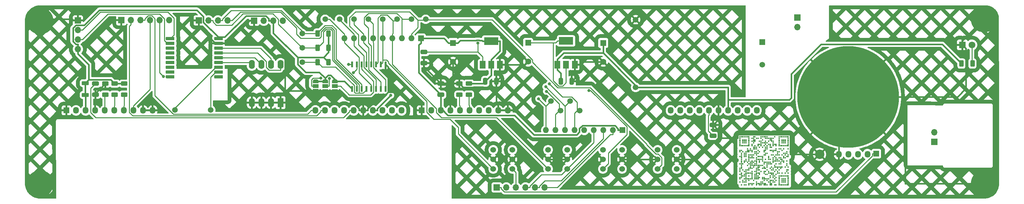
<source format=gbl>
%TF.GenerationSoftware,KiCad,Pcbnew,(6.0.0)*%
%TF.CreationDate,2022-01-20T15:09:39+01:00*%
%TF.ProjectId,AlimentatoreDaBancoExATX,416c696d-656e-4746-9174-6f7265446142,rev?*%
%TF.SameCoordinates,Original*%
%TF.FileFunction,Copper,L2,Bot*%
%TF.FilePolarity,Positive*%
%FSLAX46Y46*%
G04 Gerber Fmt 4.6, Leading zero omitted, Abs format (unit mm)*
G04 Created by KiCad (PCBNEW (6.0.0)) date 2022-01-20 15:09:39*
%MOMM*%
%LPD*%
G01*
G04 APERTURE LIST*
G04 Aperture macros list*
%AMRoundRect*
0 Rectangle with rounded corners*
0 $1 Rounding radius*
0 $2 $3 $4 $5 $6 $7 $8 $9 X,Y pos of 4 corners*
0 Add a 4 corners polygon primitive as box body*
4,1,4,$2,$3,$4,$5,$6,$7,$8,$9,$2,$3,0*
0 Add four circle primitives for the rounded corners*
1,1,$1+$1,$2,$3*
1,1,$1+$1,$4,$5*
1,1,$1+$1,$6,$7*
1,1,$1+$1,$8,$9*
0 Add four rect primitives between the rounded corners*
20,1,$1+$1,$2,$3,$4,$5,0*
20,1,$1+$1,$4,$5,$6,$7,0*
20,1,$1+$1,$6,$7,$8,$9,0*
20,1,$1+$1,$8,$9,$2,$3,0*%
%AMFreePoly0*
4,1,22,0.550000,-0.750000,0.000000,-0.750000,0.000000,-0.745033,-0.079941,-0.743568,-0.215256,-0.701293,-0.333266,-0.622738,-0.424486,-0.514219,-0.481581,-0.384460,-0.499164,-0.250000,-0.500000,-0.250000,-0.500000,0.250000,-0.499164,0.250000,-0.499963,0.256109,-0.478152,0.396186,-0.417904,0.524511,-0.324060,0.630769,-0.204165,0.706417,-0.067858,0.745374,0.000000,0.744959,0.000000,0.750000,
0.550000,0.750000,0.550000,-0.750000,0.550000,-0.750000,$1*%
%AMFreePoly1*
4,1,20,0.000000,0.744959,0.073905,0.744508,0.209726,0.703889,0.328688,0.626782,0.421226,0.519385,0.479903,0.390333,0.500000,0.250000,0.500000,-0.250000,0.499851,-0.262216,0.476331,-0.402017,0.414519,-0.529596,0.319384,-0.634700,0.198574,-0.708877,0.061801,-0.746166,0.000000,-0.745033,0.000000,-0.750000,-0.550000,-0.750000,-0.550000,0.750000,0.000000,0.750000,0.000000,0.744959,
0.000000,0.744959,$1*%
%AMFreePoly2*
4,1,18,-1.143000,0.320000,-1.136910,0.350615,-1.119569,0.376569,-1.093615,0.393910,-1.063000,0.400000,1.063000,0.400000,1.093615,0.393910,1.119569,0.376569,1.136910,0.350615,1.143000,0.320000,1.143000,-0.320000,1.136910,-0.350615,1.119569,-0.376569,1.093615,-0.393910,1.063000,-0.400000,-0.983000,-0.400000,-1.143000,-0.240000,-1.143000,0.320000,-1.143000,0.320000,$1*%
G04 Aperture macros list end*
%TA.AperFunction,ComponentPad*%
%ADD10C,1.524000*%
%TD*%
%TA.AperFunction,ComponentPad*%
%ADD11R,1.524000X1.524000*%
%TD*%
%TA.AperFunction,ComponentPad*%
%ADD12O,1.524000X1.800000*%
%TD*%
%TA.AperFunction,ComponentPad*%
%ADD13R,1.800000X1.800000*%
%TD*%
%TA.AperFunction,ComponentPad*%
%ADD14C,1.800000*%
%TD*%
%TA.AperFunction,ComponentPad*%
%ADD15C,27.000000*%
%TD*%
%TA.AperFunction,ComponentPad*%
%ADD16C,2.500000*%
%TD*%
%TA.AperFunction,ComponentPad*%
%ADD17R,1.700000X1.700000*%
%TD*%
%TA.AperFunction,ComponentPad*%
%ADD18O,1.700000X1.700000*%
%TD*%
%TA.AperFunction,SMDPad,CuDef*%
%ADD19C,1.500000*%
%TD*%
%TA.AperFunction,SMDPad,CuDef*%
%ADD20RoundRect,0.137500X-0.137500X0.662500X-0.137500X-0.662500X0.137500X-0.662500X0.137500X0.662500X0*%
%TD*%
%TA.AperFunction,SMDPad,CuDef*%
%ADD21RoundRect,0.250000X-0.312500X-0.625000X0.312500X-0.625000X0.312500X0.625000X-0.312500X0.625000X0*%
%TD*%
%TA.AperFunction,SMDPad,CuDef*%
%ADD22FreePoly0,90.000000*%
%TD*%
%TA.AperFunction,SMDPad,CuDef*%
%ADD23R,1.500000X1.000000*%
%TD*%
%TA.AperFunction,SMDPad,CuDef*%
%ADD24FreePoly1,90.000000*%
%TD*%
%TA.AperFunction,ComponentPad*%
%ADD25R,1.600000X1.600000*%
%TD*%
%TA.AperFunction,ComponentPad*%
%ADD26O,1.600000X1.600000*%
%TD*%
%TA.AperFunction,SMDPad,CuDef*%
%ADD27RoundRect,0.250000X0.650000X-0.325000X0.650000X0.325000X-0.650000X0.325000X-0.650000X-0.325000X0*%
%TD*%
%TA.AperFunction,SMDPad,CuDef*%
%ADD28RoundRect,0.250000X-0.625000X0.312500X-0.625000X-0.312500X0.625000X-0.312500X0.625000X0.312500X0*%
%TD*%
%TA.AperFunction,SMDPad,CuDef*%
%ADD29R,0.400000X0.400000*%
%TD*%
%TA.AperFunction,SMDPad,CuDef*%
%ADD30R,1.500000X2.000000*%
%TD*%
%TA.AperFunction,SMDPad,CuDef*%
%ADD31R,3.800000X2.000000*%
%TD*%
%TA.AperFunction,ComponentPad*%
%ADD32R,1.500000X1.500000*%
%TD*%
%TA.AperFunction,ComponentPad*%
%ADD33C,1.500000*%
%TD*%
%TA.AperFunction,ComponentPad*%
%ADD34R,1.600000X2.400000*%
%TD*%
%TA.AperFunction,ComponentPad*%
%ADD35O,1.600000X2.400000*%
%TD*%
%TA.AperFunction,SMDPad,CuDef*%
%ADD36RoundRect,0.250000X-0.325000X-0.650000X0.325000X-0.650000X0.325000X0.650000X-0.325000X0.650000X0*%
%TD*%
%TA.AperFunction,SMDPad,CuDef*%
%ADD37RoundRect,0.250000X-0.700000X0.275000X-0.700000X-0.275000X0.700000X-0.275000X0.700000X0.275000X0*%
%TD*%
%TA.AperFunction,SMDPad,CuDef*%
%ADD38RoundRect,0.250000X-0.650000X0.325000X-0.650000X-0.325000X0.650000X-0.325000X0.650000X0.325000X0*%
%TD*%
%TA.AperFunction,SMDPad,CuDef*%
%ADD39FreePoly2,0.000000*%
%TD*%
%TA.AperFunction,SMDPad,CuDef*%
%ADD40RoundRect,0.080000X-1.063000X-0.320000X1.063000X-0.320000X1.063000X0.320000X-1.063000X0.320000X0*%
%TD*%
%TA.AperFunction,ComponentPad*%
%ADD41C,1.600000*%
%TD*%
%TA.AperFunction,SMDPad,CuDef*%
%ADD42RoundRect,0.250000X0.312500X0.625000X-0.312500X0.625000X-0.312500X-0.625000X0.312500X-0.625000X0*%
%TD*%
%TA.AperFunction,ViaPad*%
%ADD43C,0.800000*%
%TD*%
%TA.AperFunction,ViaPad*%
%ADD44C,7.000000*%
%TD*%
%TA.AperFunction,Conductor*%
%ADD45C,0.400000*%
%TD*%
%TA.AperFunction,Conductor*%
%ADD46C,0.250000*%
%TD*%
G04 APERTURE END LIST*
D10*
%TO.P,SW2,1,A*%
%TO.N,unconnected-(SW2-Pad1)*%
X156864200Y-83896200D03*
%TO.P,SW2,2,B*%
%TO.N,GND*%
X156864200Y-86436200D03*
%TO.P,SW2,3,C*%
%TO.N,Net-(RN1-Pad4)*%
X156864200Y-88976200D03*
%TO.P,SW2,4,A*%
%TO.N,unconnected-(SW2-Pad4)*%
X161944200Y-83896200D03*
%TO.P,SW2,5,B*%
%TO.N,GND*%
X161944200Y-86436200D03*
%TO.P,SW2,6,C*%
%TO.N,/Push Button Unit/Button-3*%
X161944200Y-88976200D03*
%TD*%
D11*
%TO.P,OLED1,1,GND*%
%TO.N,GND*%
X123335500Y-73431400D03*
D12*
%TO.P,OLED1,2,NC*%
%TO.N,unconnected-(OLED1-Pad2)*%
X125875500Y-73431400D03*
%TO.P,OLED1,3,3.3V*%
%TO.N,+3V3*%
X128415500Y-73431400D03*
%TO.P,OLED1,4,BSL*%
%TO.N,GND*%
X130955500Y-73431400D03*
%TO.P,OLED1,5,IREF*%
%TO.N,Net-(OLED1-Pad5)*%
X133495500Y-73431400D03*
%TO.P,OLED1,6,CS*%
%TO.N,/Display Unit/OLED1-CS*%
X136035500Y-73431400D03*
%TO.P,OLED1,7,RES*%
%TO.N,/Display Unit/RES-OLED*%
X138575500Y-73431400D03*
%TO.P,OLED1,8,D/C*%
%TO.N,/Display Unit/D{slash}C-OLED*%
X141115500Y-73431400D03*
%TO.P,OLED1,9,R/W*%
%TO.N,GND*%
X143655500Y-73431400D03*
%TO.P,OLED1,10,En*%
X146195500Y-73431400D03*
%TO.P,OLED1,11,SCLK*%
%TO.N,/Display Unit/SCLK-OLED*%
X189375500Y-73431400D03*
%TO.P,OLED1,12,MOSI*%
%TO.N,/Display Unit/MOSI-OLED*%
X191915500Y-73431400D03*
%TO.P,OLED1,13,MISO*%
%TO.N,unconnected-(OLED1-Pad13)*%
X194455500Y-73431400D03*
%TO.P,OLED1,14,NC*%
%TO.N,unconnected-(OLED1-Pad14)*%
X196995500Y-73431400D03*
%TO.P,OLED1,15,VCOMH*%
%TO.N,Net-(C2-Pad1)*%
X199535500Y-73431400D03*
%TO.P,OLED1,16,VCL*%
%TO.N,GND*%
X202075500Y-73431400D03*
%TO.P,OLED1,17,12V*%
%TO.N,+12V*%
X204615500Y-73431400D03*
%TO.P,OLED1,18,NC*%
%TO.N,unconnected-(OLED1-Pad18)*%
X207155500Y-73431400D03*
%TO.P,OLED1,19,NC*%
%TO.N,unconnected-(OLED1-Pad19)*%
X209695500Y-73431400D03*
%TO.P,OLED1,20,NC*%
%TO.N,unconnected-(OLED1-Pad20)*%
X212235500Y-73431400D03*
%TD*%
D13*
%TO.P,D1,1,K*%
%TO.N,GND*%
X266760500Y-56020600D03*
D14*
%TO.P,D1,2,A*%
%TO.N,Net-(D1-Pad2)*%
X269300500Y-56020600D03*
%TD*%
D10*
%TO.P,SW1,1,A*%
%TO.N,unconnected-(SW1-Pad1)*%
X142332300Y-83896200D03*
%TO.P,SW1,2,B*%
%TO.N,GND*%
X142332300Y-86436200D03*
%TO.P,SW1,3,C*%
%TO.N,Net-(RN1-Pad5)*%
X142332300Y-88976200D03*
%TO.P,SW1,4,A*%
%TO.N,unconnected-(SW1-Pad4)*%
X147412300Y-83896200D03*
%TO.P,SW1,5,B*%
%TO.N,GND*%
X147412300Y-86436200D03*
%TO.P,SW1,6,C*%
%TO.N,/Push Button Unit/Button-4*%
X147412300Y-88976200D03*
%TD*%
D11*
%TO.P,U2,1,A*%
%TO.N,Net-(J3-Pad1)*%
X243941600Y-84912200D03*
D12*
%TO.P,U2,2,Vcc*%
%TO.N,+3V3*%
X241579400Y-85064600D03*
%TO.P,U2,3,B*%
%TO.N,Net-(J3-Pad2)*%
X239039400Y-85090000D03*
%TO.P,U2,4,Z*%
%TO.N,unconnected-(U2-Pad4)*%
X236499400Y-85090000D03*
%TO.P,U2,5,GND*%
%TO.N,GND*%
X233959400Y-85090000D03*
D15*
%TO.P,U2,6,Shield*%
X236474000Y-69850000D03*
D16*
X228879400Y-85090000D03*
%TD*%
D10*
%TO.P,SW3,1,A*%
%TO.N,unconnected-(SW3-Pad1)*%
X171396100Y-83896200D03*
%TO.P,SW3,2,B*%
%TO.N,GND*%
X171396100Y-86436200D03*
%TO.P,SW3,3,C*%
%TO.N,Net-(RN1-Pad3)*%
X171396100Y-88976200D03*
%TO.P,SW3,4,A*%
%TO.N,unconnected-(SW3-Pad4)*%
X176476100Y-83896200D03*
%TO.P,SW3,5,B*%
%TO.N,GND*%
X176476100Y-86436200D03*
%TO.P,SW3,6,C*%
%TO.N,/Push Button Unit/Button-SelF*%
X176476100Y-88976200D03*
%TD*%
D17*
%TO.P,240VAC Switch,1,Pin_1*%
%TO.N,Net-(J5-Pad1)*%
X259334000Y-81788000D03*
D18*
%TO.P,240VAC Switch,2,Pin_2*%
%TO.N,Net-(J5-Pad2)*%
X259334000Y-79248000D03*
%TD*%
D10*
%TO.P,SW4,1,A*%
%TO.N,unconnected-(SW4-Pad1)*%
X185928000Y-83896200D03*
%TO.P,SW4,2,B*%
%TO.N,GND*%
X185928000Y-86436200D03*
%TO.P,SW4,3,C*%
%TO.N,Net-(RN1-Pad2)*%
X185928000Y-88976200D03*
%TO.P,SW4,4,A*%
%TO.N,unconnected-(SW4-Pad4)*%
X191008000Y-83896200D03*
%TO.P,SW4,5,B*%
%TO.N,GND*%
X191008000Y-86436200D03*
%TO.P,SW4,6,C*%
%TO.N,/Push Button Unit/Button-Mode*%
X191008000Y-88976200D03*
%TD*%
D17*
%TO.P,J240VACPower,1,Pin_1*%
%TO.N,Net-(J5-Pad2)*%
X223012000Y-48768000D03*
D18*
%TO.P,J240VACPower,2,Pin_2*%
%TO.N,Net-(J6-Pad2)*%
X223012000Y-51308000D03*
%TD*%
D11*
%TO.P,OLED2,1,GND*%
%TO.N,GND*%
X29122500Y-73431400D03*
D12*
%TO.P,OLED2,2,NC*%
%TO.N,unconnected-(OLED2-Pad2)*%
X31662500Y-73431400D03*
%TO.P,OLED2,3,3.3V*%
%TO.N,+3V3*%
X34202500Y-73431400D03*
%TO.P,OLED2,4,BSL*%
%TO.N,GND*%
X36742500Y-73431400D03*
%TO.P,OLED2,5,IREF*%
%TO.N,Net-(OLED2-Pad5)*%
X39282500Y-73431400D03*
%TO.P,OLED2,6,CS*%
%TO.N,/Display Unit/OLED2-CS*%
X41822500Y-73431400D03*
%TO.P,OLED2,7,RES*%
%TO.N,/Display Unit/RES-OLED*%
X44362500Y-73431400D03*
%TO.P,OLED2,8,D/C*%
%TO.N,/Display Unit/D{slash}C-OLED*%
X46902500Y-73431400D03*
%TO.P,OLED2,9,R/W*%
%TO.N,GND*%
X49442500Y-73431400D03*
%TO.P,OLED2,10,En*%
X51982500Y-73431400D03*
%TO.P,OLED2,11,SCLK*%
%TO.N,/Display Unit/SCLK-OLED*%
X95162500Y-73431400D03*
%TO.P,OLED2,12,MOSI*%
%TO.N,/Display Unit/MOSI-OLED*%
X97702500Y-73431400D03*
%TO.P,OLED2,13,MISO*%
%TO.N,unconnected-(OLED2-Pad13)*%
X100242500Y-73431400D03*
%TO.P,OLED2,14,NC*%
%TO.N,unconnected-(OLED2-Pad14)*%
X102782500Y-73431400D03*
%TO.P,OLED2,15,VCOMH*%
%TO.N,Net-(C3-Pad1)*%
X105322500Y-73431400D03*
%TO.P,OLED2,16,VCL*%
%TO.N,GND*%
X107862500Y-73431400D03*
%TO.P,OLED2,17,12V*%
%TO.N,+12V*%
X110402500Y-73431400D03*
%TO.P,OLED2,18,NC*%
%TO.N,unconnected-(OLED2-Pad18)*%
X112942500Y-73431400D03*
%TO.P,OLED2,19,NC*%
%TO.N,unconnected-(OLED2-Pad19)*%
X115482500Y-73431400D03*
%TO.P,OLED2,20,NC*%
%TO.N,unconnected-(OLED2-Pad20)*%
X118022500Y-73431400D03*
%TD*%
D19*
%TO.P,Up1,1,1*%
%TO.N,/Push Button Unit/Up1*%
X162705500Y-70967600D03*
%TD*%
%TO.P,TP7,1,1*%
%TO.N,Net-(RN1-Pad9)*%
X97729300Y-49225200D03*
%TD*%
D20*
%TO.P,U1,1,A0*%
%TO.N,Net-(JP3-Pad2)*%
X104841300Y-61215200D03*
%TO.P,U1,2,A1*%
%TO.N,Net-(JP2-Pad2)*%
X106111300Y-61215200D03*
%TO.P,U1,3,A2*%
%TO.N,Net-(JP1-Pad2)*%
X107381300Y-61215200D03*
%TO.P,U1,4,P0*%
%TO.N,Net-(RN1-Pad2)*%
X108651300Y-61215200D03*
%TO.P,U1,5,P1*%
%TO.N,Net-(RN1-Pad3)*%
X109921300Y-61215200D03*
%TO.P,U1,6,P2*%
%TO.N,Net-(RN1-Pad4)*%
X111191300Y-61215200D03*
%TO.P,U1,7,P3*%
%TO.N,Net-(RN1-Pad5)*%
X112461300Y-61215200D03*
%TO.P,U1,8,VSS*%
%TO.N,GND*%
X113731300Y-61215200D03*
%TO.P,U1,9,P4*%
%TO.N,Net-(RN1-Pad6)*%
X113731300Y-67715200D03*
%TO.P,U1,10,P5*%
%TO.N,Net-(RN1-Pad7)*%
X112461300Y-67715200D03*
%TO.P,U1,11,P6*%
%TO.N,Net-(RN1-Pad8)*%
X111191300Y-67715200D03*
%TO.P,U1,12,P7*%
%TO.N,Net-(RN1-Pad9)*%
X109921300Y-67715200D03*
%TO.P,U1,13,~{INT}*%
%TO.N,/Push Button Unit/Exp1-Int*%
X108651300Y-67715200D03*
%TO.P,U1,14,SCL*%
%TO.N,/Push Button Unit/Exp1-SCL*%
X107381300Y-67715200D03*
%TO.P,U1,15,SDA*%
%TO.N,/Push Button Unit/Exp1-SDA*%
X106111300Y-67715200D03*
%TO.P,U1,16,VDD*%
%TO.N,+3V3*%
X104841300Y-67715200D03*
%TD*%
D21*
%TO.P,R2,1*%
%TO.N,/Push Button Unit/Exp1-SCL*%
X95697300Y-53035200D03*
%TO.P,R2,2*%
%TO.N,+3V3*%
X98622300Y-53035200D03*
%TD*%
D19*
%TO.P,Up3,1,1*%
%TO.N,/Push Button Unit/Up3*%
X157625500Y-70967600D03*
%TD*%
%TO.P,TP3,1,1*%
%TO.N,Net-(RN1-Pad5)*%
X112969300Y-49225200D03*
%TD*%
D22*
%TO.P,JP2,1,A*%
%TO.N,GND*%
X97729300Y-68305200D03*
D23*
%TO.P,JP2,2,C*%
%TO.N,Net-(JP2-Pad2)*%
X97729300Y-67005200D03*
D24*
%TO.P,JP2,3,B*%
%TO.N,+3V3*%
X97729300Y-65705200D03*
%TD*%
D25*
%TO.P,RN1,1,common*%
%TO.N,+3V3*%
X123129300Y-54305200D03*
D26*
%TO.P,RN1,2,R1*%
%TO.N,Net-(RN1-Pad2)*%
X120589300Y-54305200D03*
%TO.P,RN1,3,R2*%
%TO.N,Net-(RN1-Pad3)*%
X118049300Y-54305200D03*
%TO.P,RN1,4,R3*%
%TO.N,Net-(RN1-Pad4)*%
X115509300Y-54305200D03*
%TO.P,RN1,5,R4*%
%TO.N,Net-(RN1-Pad5)*%
X112969300Y-54305200D03*
%TO.P,RN1,6,R5*%
%TO.N,Net-(RN1-Pad6)*%
X110429300Y-54305200D03*
%TO.P,RN1,7,R6*%
%TO.N,Net-(RN1-Pad7)*%
X107889300Y-54305200D03*
%TO.P,RN1,8,R7*%
%TO.N,Net-(RN1-Pad8)*%
X105349300Y-54305200D03*
%TO.P,RN1,9,R8*%
%TO.N,Net-(RN1-Pad9)*%
X102809300Y-54305200D03*
%TD*%
D19*
%TO.P,TP6,1,1*%
%TO.N,Net-(RN1-Pad8)*%
X101539300Y-49225200D03*
%TD*%
%TO.P,TP4,1,1*%
%TO.N,Net-(RN1-Pad6)*%
X109159300Y-49225200D03*
%TD*%
D27*
%TO.P,C1,1*%
%TO.N,+3V3*%
X128440900Y-69242200D03*
%TO.P,C1,2*%
%TO.N,GND*%
X128440900Y-66292200D03*
%TD*%
D19*
%TO.P,SWDIO1,1,1*%
%TO.N,Net-(BT1-Pad16)*%
X57912000Y-73304400D03*
%TD*%
D28*
%TO.P,R9,1*%
%TO.N,+3V3*%
X41903100Y-66304700D03*
%TO.P,R9,2*%
%TO.N,/Display Unit/OLED2-CS*%
X41903100Y-69229700D03*
%TD*%
D21*
%TO.P,R3,1*%
%TO.N,/Push Button Unit/Exp1-Int*%
X95697300Y-60655200D03*
%TO.P,R3,2*%
%TO.N,+3V3*%
X98622300Y-60655200D03*
%TD*%
D17*
%TO.P,J1,1,Pin_1*%
%TO.N,GND*%
X43681100Y-49479200D03*
D18*
%TO.P,J1,2,Pin_2*%
%TO.N,/Display Unit/MOSI-OLED*%
X46221100Y-49479200D03*
%TO.P,J1,3,Pin_3*%
%TO.N,/Display Unit/SCLK-OLED*%
X48761100Y-49479200D03*
%TO.P,J1,4,Pin_4*%
%TO.N,/Display Unit/D{slash}C-OLED*%
X51301100Y-49479200D03*
%TO.P,J1,5,Pin_5*%
%TO.N,/Display Unit/OLED1-CS*%
X53841100Y-49479200D03*
%TO.P,J1,6,Pin_6*%
%TO.N,/Display Unit/OLED2-CS*%
X56381100Y-49479200D03*
%TD*%
D22*
%TO.P,JP3,1,A*%
%TO.N,GND*%
X95189300Y-68275200D03*
D23*
%TO.P,JP3,2,C*%
%TO.N,Net-(JP3-Pad2)*%
X95189300Y-66975200D03*
D24*
%TO.P,JP3,3,B*%
%TO.N,+3V3*%
X95189300Y-65675200D03*
%TD*%
D19*
%TO.P,TP5,1,1*%
%TO.N,Net-(RN1-Pad7)*%
X105349300Y-49225200D03*
%TD*%
D29*
%TO.P,QR,*%
%TO.N,*%
X212153000Y-90037000D03*
X208153000Y-91237000D03*
X208153000Y-90837000D03*
X210153000Y-82437000D03*
X214153000Y-88837000D03*
X208553000Y-90837000D03*
X214553000Y-89637000D03*
X216553000Y-88837000D03*
X208953000Y-82837000D03*
X215353000Y-91637000D03*
X209353000Y-82837000D03*
X217353000Y-87637000D03*
X210953000Y-93237000D03*
X211753000Y-80437000D03*
X208953000Y-90437000D03*
X209353000Y-81237000D03*
X218153000Y-82437000D03*
X210953000Y-87637000D03*
X210953000Y-92837000D03*
X209353000Y-91237000D03*
X210553000Y-88837000D03*
X213353000Y-92437000D03*
X214553000Y-88837000D03*
X217353000Y-92037000D03*
X210553000Y-90037000D03*
X207753000Y-80837000D03*
X208153000Y-82837000D03*
X218953000Y-81637000D03*
X213753000Y-82037000D03*
X218153000Y-89237000D03*
X208153000Y-90037000D03*
X218553000Y-90837000D03*
X210153000Y-89237000D03*
X219353000Y-90837000D03*
X210953000Y-90037000D03*
X212153000Y-91637000D03*
X216153000Y-88437000D03*
X211753000Y-82837000D03*
X216553000Y-89237000D03*
X209353000Y-86437000D03*
X214153000Y-92837000D03*
X214553000Y-84037000D03*
X214953000Y-91637000D03*
X210153000Y-85637000D03*
X218153000Y-84437000D03*
X210553000Y-86037000D03*
X219353000Y-82837000D03*
X210153000Y-82037000D03*
X212553000Y-85637000D03*
X217753000Y-88837000D03*
X210953000Y-91237000D03*
X220553000Y-85237000D03*
X211753000Y-81637000D03*
X219353000Y-86837000D03*
X218553000Y-87637000D03*
X212153000Y-90837000D03*
X218153000Y-80437000D03*
X216953000Y-86837000D03*
X212953000Y-91237000D03*
X214553000Y-83237000D03*
X210153000Y-80837000D03*
X214953000Y-92037000D03*
X207753000Y-89237000D03*
X213753000Y-83237000D03*
X220153000Y-93237000D03*
X211753000Y-88037000D03*
X214953000Y-84837000D03*
X209753000Y-89237000D03*
X214153000Y-88437000D03*
X212953000Y-90437000D03*
X211753000Y-83637000D03*
X220153000Y-84837000D03*
X219753000Y-92437000D03*
X213753000Y-85637000D03*
X214953000Y-88437000D03*
X218153000Y-93237000D03*
X211353000Y-85237000D03*
X220553000Y-92037000D03*
X216953000Y-89637000D03*
X208953000Y-89637000D03*
X211353000Y-80837000D03*
X213753000Y-91237000D03*
X210953000Y-80837000D03*
X216953000Y-85637000D03*
X208153000Y-88037000D03*
X216553000Y-87237000D03*
X208153000Y-80437000D03*
X210153000Y-88837000D03*
X216553000Y-91237000D03*
X214553000Y-86437000D03*
X217353000Y-84037000D03*
X220553000Y-88437000D03*
X218953000Y-92437000D03*
X216153000Y-90037000D03*
X218953000Y-85237000D03*
X214153000Y-90037000D03*
X214953000Y-90437000D03*
X218153000Y-86837000D03*
X212553000Y-88837000D03*
X212153000Y-83637000D03*
X212953000Y-87237000D03*
X218953000Y-81237000D03*
X210153000Y-80437000D03*
X210153000Y-84437000D03*
X218953000Y-92037000D03*
X209753000Y-87237000D03*
X219353000Y-84837000D03*
X216153000Y-80837000D03*
X213353000Y-82837000D03*
X208553000Y-92437000D03*
X207753000Y-81237000D03*
X214153000Y-84437000D03*
X208153000Y-90437000D03*
X208153000Y-85237000D03*
X213753000Y-88037000D03*
X208953000Y-85237000D03*
X213353000Y-89637000D03*
X212553000Y-91237000D03*
X208953000Y-85637000D03*
X213353000Y-93237000D03*
X217753000Y-85237000D03*
X211353000Y-83237000D03*
X210953000Y-88837000D03*
X212553000Y-82437000D03*
X216553000Y-82037000D03*
X216553000Y-81637000D03*
X214153000Y-82837000D03*
X216953000Y-80437000D03*
X220553000Y-90837000D03*
X213753000Y-86037000D03*
X217753000Y-90037000D03*
X215353000Y-87637000D03*
X211353000Y-92837000D03*
X219353000Y-82037000D03*
X215753000Y-80837000D03*
X210553000Y-87237000D03*
X216553000Y-80837000D03*
X212153000Y-87637000D03*
X220553000Y-92437000D03*
X218153000Y-90037000D03*
X207753000Y-91237000D03*
X208553000Y-84437000D03*
X220153000Y-87637000D03*
X214153000Y-92037000D03*
X220553000Y-80837000D03*
X219753000Y-81637000D03*
X214153000Y-85237000D03*
X218953000Y-90837000D03*
X216953000Y-88037000D03*
X216553000Y-86837000D03*
X217353000Y-86037000D03*
X211753000Y-89637000D03*
X218153000Y-87637000D03*
X209353000Y-89237000D03*
X218153000Y-83637000D03*
X207753000Y-92437000D03*
X207753000Y-87637000D03*
X212553000Y-88037000D03*
X212153000Y-86437000D03*
X217753000Y-86837000D03*
X215753000Y-92037000D03*
X214553000Y-80437000D03*
X218553000Y-87237000D03*
X217353000Y-89237000D03*
X214553000Y-82037000D03*
X219753000Y-86037000D03*
X211753000Y-90837000D03*
X208153000Y-87637000D03*
X216953000Y-91637000D03*
X208953000Y-90837000D03*
X216953000Y-90837000D03*
X210153000Y-92037000D03*
X220553000Y-81237000D03*
X214153000Y-87637000D03*
X208953000Y-91637000D03*
X211753000Y-86837000D03*
X216153000Y-92837000D03*
X214553000Y-80837000D03*
X219353000Y-87237000D03*
X215753000Y-88837000D03*
X209353000Y-93237000D03*
X213753000Y-92837000D03*
X216153000Y-90437000D03*
X214953000Y-83237000D03*
X219753000Y-92037000D03*
X210153000Y-86437000D03*
X212953000Y-85637000D03*
X212553000Y-84837000D03*
X215753000Y-93237000D03*
X219753000Y-85237000D03*
X219753000Y-82837000D03*
X209353000Y-85637000D03*
X208953000Y-82037000D03*
X209353000Y-90437000D03*
X216553000Y-84437000D03*
X208953000Y-86837000D03*
X214953000Y-87637000D03*
X210153000Y-82837000D03*
X213353000Y-92837000D03*
X216153000Y-92037000D03*
X215753000Y-91237000D03*
X218153000Y-80837000D03*
X217353000Y-86437000D03*
X216553000Y-82837000D03*
X219353000Y-81637000D03*
X214553000Y-91637000D03*
X219353000Y-92437000D03*
X218553000Y-88437000D03*
X214153000Y-91637000D03*
X218153000Y-92437000D03*
X216553000Y-86037000D03*
X218153000Y-82837000D03*
X211353000Y-86037000D03*
X214553000Y-85237000D03*
X209753000Y-90037000D03*
X214153000Y-89637000D03*
X209753000Y-84437000D03*
X220553000Y-82437000D03*
X215353000Y-85637000D03*
X214953000Y-83637000D03*
X218553000Y-80437000D03*
X218153000Y-88437000D03*
X218553000Y-86037000D03*
X218153000Y-82037000D03*
X211753000Y-84837000D03*
X220553000Y-91237000D03*
X219353000Y-81237000D03*
X210153000Y-91637000D03*
X207753000Y-88837000D03*
X213353000Y-86437000D03*
X219753000Y-82037000D03*
X215753000Y-82837000D03*
X213753000Y-86437000D03*
X209353000Y-82037000D03*
X215353000Y-81637000D03*
X215353000Y-86037000D03*
X217353000Y-86837000D03*
X207753000Y-81637000D03*
X209353000Y-81637000D03*
X212953000Y-88437000D03*
X218553000Y-82837000D03*
X217753000Y-86437000D03*
X212953000Y-84437000D03*
X216153000Y-89237000D03*
X208553000Y-87637000D03*
X210953000Y-85237000D03*
X220553000Y-80437000D03*
X219753000Y-81237000D03*
X208953000Y-92437000D03*
X210153000Y-90037000D03*
X219753000Y-91637000D03*
X216553000Y-90437000D03*
X210953000Y-84037000D03*
X220153000Y-80437000D03*
X217753000Y-84837000D03*
X208553000Y-89237000D03*
X210953000Y-82837000D03*
X216953000Y-88437000D03*
X214553000Y-93237000D03*
X213753000Y-88837000D03*
X214553000Y-83637000D03*
X214953000Y-87237000D03*
X208153000Y-88437000D03*
X216153000Y-83237000D03*
X220553000Y-91637000D03*
X215353000Y-80837000D03*
X210953000Y-81637000D03*
X212153000Y-89237000D03*
X220153000Y-89637000D03*
X210953000Y-90837000D03*
X215353000Y-86437000D03*
X210953000Y-85637000D03*
X215753000Y-84037000D03*
X210153000Y-81637000D03*
X218153000Y-92037000D03*
X216153000Y-87637000D03*
X215753000Y-92437000D03*
X210553000Y-88437000D03*
X212553000Y-90037000D03*
X212953000Y-89237000D03*
X215353000Y-89637000D03*
X208153000Y-86437000D03*
X216553000Y-84037000D03*
X211353000Y-80437000D03*
X209353000Y-90037000D03*
X218953000Y-82037000D03*
X209353000Y-90837000D03*
X220153000Y-86837000D03*
X216553000Y-82437000D03*
X210153000Y-81237000D03*
X216953000Y-93237000D03*
X212153000Y-88837000D03*
X208153000Y-85637000D03*
X207753000Y-85637000D03*
X217753000Y-89637000D03*
X218953000Y-86437000D03*
X210953000Y-86037000D03*
X212153000Y-92437000D03*
X214953000Y-80437000D03*
X219353000Y-80437000D03*
X212953000Y-86837000D03*
X214953000Y-80837000D03*
X220153000Y-84437000D03*
X209753000Y-82837000D03*
X220553000Y-85637000D03*
X212153000Y-83237000D03*
X211753000Y-83237000D03*
X216953000Y-82437000D03*
X220153000Y-90837000D03*
X220553000Y-89237000D03*
X208553000Y-80437000D03*
X208953000Y-87237000D03*
X210153000Y-84037000D03*
X214153000Y-84037000D03*
X208553000Y-81637000D03*
X209753000Y-84037000D03*
X214953000Y-89237000D03*
X209353000Y-84437000D03*
X212153000Y-86837000D03*
X217753000Y-88437000D03*
X210153000Y-93237000D03*
X211353000Y-88037000D03*
X216953000Y-92437000D03*
X215753000Y-86437000D03*
X215753000Y-82437000D03*
X209353000Y-80437000D03*
X220553000Y-82837000D03*
X219753000Y-84837000D03*
X214153000Y-87237000D03*
X214953000Y-88037000D03*
X219353000Y-93237000D03*
X210953000Y-88037000D03*
X212153000Y-92837000D03*
X218153000Y-81237000D03*
X212153000Y-91237000D03*
X212953000Y-93237000D03*
X216153000Y-84037000D03*
X218953000Y-88437000D03*
X219753000Y-88437000D03*
X219753000Y-90837000D03*
X217353000Y-88437000D03*
X215753000Y-87637000D03*
X215753000Y-90837000D03*
X215753000Y-90037000D03*
X210553000Y-85237000D03*
X218953000Y-82837000D03*
X211753000Y-81237000D03*
X220153000Y-89237000D03*
X218153000Y-91637000D03*
X209753000Y-88037000D03*
X218553000Y-88837000D03*
X207753000Y-84437000D03*
X210953000Y-89637000D03*
X216553000Y-92037000D03*
X207753000Y-84037000D03*
X209353000Y-92037000D03*
X212153000Y-84837000D03*
X207753000Y-80437000D03*
X208153000Y-86037000D03*
X209753000Y-83637000D03*
X210553000Y-91637000D03*
X213353000Y-82437000D03*
X215753000Y-92837000D03*
X211753000Y-91237000D03*
X213353000Y-82037000D03*
X212953000Y-86437000D03*
X210153000Y-92837000D03*
X208153000Y-93237000D03*
X214553000Y-82437000D03*
X218153000Y-92837000D03*
X213753000Y-92437000D03*
X220153000Y-85637000D03*
X212553000Y-82837000D03*
X212553000Y-84037000D03*
X218953000Y-91637000D03*
X210953000Y-91637000D03*
X217353000Y-90437000D03*
X219753000Y-80437000D03*
X214153000Y-82037000D03*
X210153000Y-90837000D03*
X212953000Y-90037000D03*
X210553000Y-84037000D03*
X219353000Y-83637000D03*
X207753000Y-82837000D03*
X208153000Y-84037000D03*
X211353000Y-81637000D03*
X211353000Y-82037000D03*
X217353000Y-93237000D03*
X218153000Y-81637000D03*
X219353000Y-91637000D03*
X218553000Y-93237000D03*
X210153000Y-85237000D03*
X213353000Y-80837000D03*
X216553000Y-86437000D03*
X212553000Y-80837000D03*
X212553000Y-90837000D03*
X213753000Y-86837000D03*
X207753000Y-89637000D03*
X213353000Y-85637000D03*
X220553000Y-83637000D03*
X214553000Y-90437000D03*
X214953000Y-82037000D03*
X210553000Y-92837000D03*
X217353000Y-82437000D03*
X212153000Y-89637000D03*
X217753000Y-84437000D03*
X215353000Y-82437000D03*
X218153000Y-85237000D03*
X214953000Y-82837000D03*
X218553000Y-83637000D03*
X208553000Y-92037000D03*
X216553000Y-92437000D03*
X208153000Y-84837000D03*
X210153000Y-86037000D03*
X210153000Y-87637000D03*
X215753000Y-83237000D03*
X212153000Y-80837000D03*
X215753000Y-81237000D03*
X209753000Y-91637000D03*
X212153000Y-87237000D03*
X218953000Y-93237000D03*
X208953000Y-81637000D03*
X210553000Y-87637000D03*
X213753000Y-81237000D03*
X210953000Y-86837000D03*
X212953000Y-81637000D03*
X209353000Y-86837000D03*
X212153000Y-93237000D03*
X218153000Y-91237000D03*
X212553000Y-86437000D03*
X209353000Y-92437000D03*
X211753000Y-91637000D03*
X218953000Y-86837000D03*
X220553000Y-81637000D03*
X214553000Y-81637000D03*
X213753000Y-91637000D03*
X214953000Y-93237000D03*
X216553000Y-90037000D03*
X219753000Y-93237000D03*
X212153000Y-85237000D03*
X219353000Y-86037000D03*
X210953000Y-87237000D03*
X207753000Y-90437000D03*
X220553000Y-93237000D03*
X212153000Y-88037000D03*
X209353000Y-84837000D03*
X216953000Y-84037000D03*
X218153000Y-86037000D03*
X211353000Y-81237000D03*
X213353000Y-81637000D03*
X211353000Y-92037000D03*
X220553000Y-90037000D03*
X210953000Y-82437000D03*
X218153000Y-90837000D03*
X214153000Y-91237000D03*
X208953000Y-93237000D03*
X211753000Y-84437000D03*
X220553000Y-92837000D03*
X208553000Y-82037000D03*
X208953000Y-84837000D03*
X215753000Y-87237000D03*
X212953000Y-83237000D03*
X209353000Y-85237000D03*
X208153000Y-86837000D03*
X208953000Y-80437000D03*
X211353000Y-87237000D03*
X212153000Y-90437000D03*
X218953000Y-90037000D03*
X218953000Y-84037000D03*
X218953000Y-80437000D03*
X216153000Y-81237000D03*
X216153000Y-85237000D03*
X207753000Y-91637000D03*
X209353000Y-89637000D03*
X219353000Y-85637000D03*
X219353000Y-92037000D03*
X214153000Y-80437000D03*
X211753000Y-90437000D03*
X214553000Y-87237000D03*
X213753000Y-80437000D03*
X210953000Y-90437000D03*
X218553000Y-86437000D03*
X216553000Y-90837000D03*
X212553000Y-92837000D03*
X213353000Y-80437000D03*
X220153000Y-88037000D03*
X208553000Y-82837000D03*
X220553000Y-82037000D03*
X208953000Y-81237000D03*
X212553000Y-89237000D03*
X216153000Y-93237000D03*
X216153000Y-81637000D03*
X211353000Y-83637000D03*
X210153000Y-86837000D03*
X215353000Y-92437000D03*
X210953000Y-84437000D03*
X215353000Y-90037000D03*
X220153000Y-82837000D03*
X214553000Y-84837000D03*
X212153000Y-84437000D03*
X212953000Y-92837000D03*
X212953000Y-88037000D03*
X212553000Y-88437000D03*
X209353000Y-91637000D03*
X208553000Y-81237000D03*
X217353000Y-91237000D03*
X215353000Y-87237000D03*
X210553000Y-83637000D03*
X216553000Y-85237000D03*
X217353000Y-83637000D03*
X217353000Y-85237000D03*
X208153000Y-88837000D03*
X214553000Y-92837000D03*
X212153000Y-86037000D03*
X211753000Y-87637000D03*
X212953000Y-82437000D03*
X217353000Y-82837000D03*
X210553000Y-88037000D03*
X219753000Y-90037000D03*
X211353000Y-88437000D03*
X212553000Y-91637000D03*
X208153000Y-87237000D03*
X207753000Y-82037000D03*
X209753000Y-80437000D03*
X214153000Y-93237000D03*
X213353000Y-88037000D03*
X207753000Y-82437000D03*
%TD*%
D30*
%TO.P,U4,1,GND*%
%TO.N,GND*%
X163945600Y-61265600D03*
D31*
%TO.P,U4,2,VO*%
%TO.N,Net-(J2-Pad4)*%
X161645600Y-54965600D03*
D30*
X161645600Y-61265600D03*
%TO.P,U4,3,VI*%
%TO.N,+12V*%
X159345600Y-61265600D03*
%TD*%
D22*
%TO.P,JP1,1,A*%
%TO.N,GND*%
X100269300Y-68305200D03*
D23*
%TO.P,JP1,2,C*%
%TO.N,Net-(JP1-Pad2)*%
X100269300Y-67005200D03*
D24*
%TO.P,JP1,3,B*%
%TO.N,+3V3*%
X100269300Y-65705200D03*
%TD*%
D19*
%TO.P,TP1,1,1*%
%TO.N,Net-(RN1-Pad3)*%
X120589300Y-49225200D03*
%TD*%
D21*
%TO.P,R1,1*%
%TO.N,/Push Button Unit/Exp1-SDA*%
X95697300Y-56845200D03*
%TO.P,R1,2*%
%TO.N,+3V3*%
X98622300Y-56845200D03*
%TD*%
D32*
%TO.P,PS1,1,AC/L*%
%TO.N,Net-(J6-Pad2)*%
X213693900Y-55318400D03*
D33*
%TO.P,PS1,2,AC/N*%
%TO.N,Net-(J5-Pad1)*%
X213693900Y-61318400D03*
%TO.P,PS1,3,-Vout*%
%TO.N,GND*%
X180093900Y-49318400D03*
%TO.P,PS1,4,+Vout*%
%TO.N,+12V*%
X180093900Y-67318400D03*
%TD*%
D28*
%TO.P,R7,1*%
%TO.N,+3V3*%
X44468500Y-66304700D03*
%TO.P,R7,2*%
%TO.N,/Display Unit/RES-OLED*%
X44468500Y-69229700D03*
%TD*%
D34*
%TO.P,SW5,1*%
%TO.N,GND*%
X85892800Y-71369000D03*
D35*
%TO.P,SW5,2*%
X83352800Y-71369000D03*
%TO.P,SW5,3*%
X80812800Y-71369000D03*
%TO.P,SW5,4*%
X78272800Y-71369000D03*
%TO.P,SW5,5*%
%TO.N,/Push Button Unit/Up3*%
X78272800Y-61209000D03*
%TO.P,SW5,6*%
%TO.N,/Push Button Unit/Up2*%
X80812800Y-61209000D03*
%TO.P,SW5,7*%
%TO.N,/Push Button Unit/Up1*%
X83352800Y-61209000D03*
%TO.P,SW5,8*%
%TO.N,/Push Button Unit/Up0*%
X85892800Y-61209000D03*
%TD*%
D17*
%TO.P,J2,1,Pin_1*%
%TO.N,GND*%
X78917800Y-49606200D03*
D18*
%TO.P,J2,2,Pin_2*%
%TO.N,/Display Unit/RES-OLED*%
X81457800Y-49606200D03*
%TO.P,J2,3,Pin_3*%
%TO.N,+3V3*%
X83997800Y-49606200D03*
%TO.P,J2,4,Pin_4*%
%TO.N,Net-(J2-Pad4)*%
X86537800Y-49606200D03*
%TD*%
D36*
%TO.P,C5,1*%
%TO.N,+12V*%
X160221400Y-65684400D03*
%TO.P,C5,2*%
%TO.N,GND*%
X163171400Y-65684400D03*
%TD*%
D17*
%TO.P,J7,1,Pin_1*%
%TO.N,GND*%
X32156400Y-49530000D03*
D18*
%TO.P,J7,2,Pin_2*%
%TO.N,Net-(BT1-Pad9)*%
X32156400Y-52070000D03*
%TO.P,J7,3,Pin_3*%
%TO.N,Net-(BT1-Pad8)*%
X32156400Y-54610000D03*
%TO.P,J7,4,Pin_4*%
%TO.N,+3V3*%
X32156400Y-57150000D03*
%TD*%
D19*
%TO.P,TP2,1,1*%
%TO.N,Net-(RN1-Pad4)*%
X116779300Y-49225200D03*
%TD*%
D37*
%TO.P,L1,1,1*%
%TO.N,+3V3*%
X34105300Y-66192200D03*
%TO.P,L1,2,2*%
X34105300Y-69342200D03*
%TD*%
D19*
%TO.P,Up2,1,1*%
%TO.N,/Push Button Unit/Up2*%
X160165500Y-73507600D03*
%TD*%
D25*
%TO.P,RN2,1,common*%
%TO.N,+3V3*%
X176631600Y-78689200D03*
D26*
%TO.P,RN2,2,R1*%
%TO.N,/Push Button Unit/Button-Mode*%
X174091600Y-78689200D03*
%TO.P,RN2,3,R2*%
%TO.N,/Push Button Unit/Button-SelF*%
X171551600Y-78689200D03*
%TO.P,RN2,4,R3*%
%TO.N,/Push Button Unit/Button-3*%
X169011600Y-78689200D03*
%TO.P,RN2,5,R4*%
%TO.N,/Push Button Unit/Button-4*%
X166471600Y-78689200D03*
%TO.P,RN2,6,R5*%
%TO.N,/Push Button Unit/Up0*%
X163931600Y-78689200D03*
%TO.P,RN2,7,R6*%
%TO.N,/Push Button Unit/Up1*%
X161391600Y-78689200D03*
%TO.P,RN2,8,R7*%
%TO.N,/Push Button Unit/Up2*%
X158851600Y-78689200D03*
%TO.P,RN2,9,R8*%
%TO.N,/Push Button Unit/Up3*%
X156311600Y-78689200D03*
%TD*%
D38*
%TO.P,C9,1*%
%TO.N,Net-(J2-Pad4)*%
X123952000Y-57912000D03*
%TO.P,C9,2*%
%TO.N,GND*%
X123952000Y-60862000D03*
%TD*%
D39*
%TO.P,BT1,1,ANT*%
%TO.N,unconnected-(BT1-Pad1)*%
X56629300Y-64516000D03*
D40*
%TO.P,BT1,2,NC*%
%TO.N,unconnected-(BT1-Pad2)*%
X56629300Y-63246000D03*
%TO.P,BT1,3,NC*%
%TO.N,unconnected-(BT1-Pad3)*%
X56629300Y-61976000D03*
%TO.P,BT1,4,NC*%
%TO.N,unconnected-(BT1-Pad4)*%
X56629300Y-60706000D03*
%TO.P,BT1,5,NC*%
%TO.N,unconnected-(BT1-Pad5)*%
X56629300Y-59436000D03*
%TO.P,BT1,6,NC*%
%TO.N,unconnected-(BT1-Pad6)*%
X56629300Y-58166000D03*
%TO.P,BT1,7,NC*%
%TO.N,unconnected-(BT1-Pad7)*%
X56629300Y-56896000D03*
%TO.P,BT1,8,PO.21-TX*%
%TO.N,Net-(BT1-Pad8)*%
X56629300Y-55626000D03*
%TO.P,BT1,9,PO.18-RX*%
%TO.N,Net-(BT1-Pad9)*%
X56629300Y-54356000D03*
%TO.P,BT1,10,VCC*%
%TO.N,+3V3*%
X69456300Y-54356000D03*
%TO.P,BT1,11,GND*%
%TO.N,GND*%
X69456300Y-55626000D03*
%TO.P,BT1,12,PO.05-CON_IND*%
%TO.N,/Push Button Unit/Up1*%
X69456300Y-56896000D03*
%TO.P,BT1,13,PO.04-FIFOFull*%
%TO.N,/Push Button Unit/Up0*%
X69456300Y-58166000D03*
%TO.P,BT1,14,PO.16-SLP*%
%TO.N,/Push Button Unit/Up2*%
X69456300Y-59436000D03*
%TO.P,BT1,15,PO.12-BIDATA*%
%TO.N,/Push Button Unit/Up3*%
X69456300Y-60706000D03*
%TO.P,BT1,16,SWDIO*%
%TO.N,Net-(BT1-Pad16)*%
X69456300Y-61976000D03*
%TO.P,BT1,17,SWCLOK*%
%TO.N,Net-(BT1-Pad17)*%
X69456300Y-63246000D03*
%TO.P,BT1,18,NC*%
%TO.N,unconnected-(BT1-Pad18)*%
X69456300Y-64516000D03*
%TD*%
D38*
%TO.P,C3,1*%
%TO.N,Net-(C3-Pad1)*%
X36797700Y-66292200D03*
%TO.P,C3,2*%
%TO.N,GND*%
X36797700Y-69242200D03*
%TD*%
D28*
%TO.P,R8,1*%
%TO.N,GND*%
X39439300Y-66304700D03*
%TO.P,R8,2*%
%TO.N,Net-(OLED2-Pad5)*%
X39439300Y-69229700D03*
%TD*%
D30*
%TO.P,U3,1,GND*%
%TO.N,GND*%
X144082800Y-61316400D03*
%TO.P,U3,2,VO*%
%TO.N,+3V3*%
X141782800Y-61316400D03*
D31*
X141782800Y-55016400D03*
D30*
%TO.P,U3,3,VI*%
%TO.N,Net-(J2-Pad4)*%
X139482800Y-61316400D03*
%TD*%
D19*
%TO.P,Up0,1,1*%
%TO.N,/Push Button Unit/Up0*%
X165245500Y-73507600D03*
%TD*%
D17*
%TO.P,J4,1,Pin_1*%
%TO.N,GND*%
X64211200Y-49530000D03*
D18*
%TO.P,J4,2,Pin_2*%
%TO.N,/Push Button Unit/Exp1-SDA*%
X66751200Y-49530000D03*
%TO.P,J4,3,Pin_3*%
%TO.N,/Push Button Unit/Exp1-SCL*%
X69291200Y-49530000D03*
%TO.P,J4,4,Pin_4*%
%TO.N,/Push Button Unit/Exp1-Int*%
X71831200Y-49530000D03*
%TD*%
D17*
%TO.P,J3,1,Pin_1*%
%TO.N,Net-(J3-Pad1)*%
X143256000Y-93878400D03*
D18*
%TO.P,J3,2,Pin_2*%
%TO.N,Net-(J3-Pad2)*%
X145796000Y-93878400D03*
%TO.P,J3,3,Pin_3*%
%TO.N,/Push Button Unit/Button-4*%
X148336000Y-93878400D03*
%TO.P,J3,4,Pin_4*%
%TO.N,/Push Button Unit/Button-3*%
X150876000Y-93878400D03*
%TO.P,J3,5,Pin_5*%
%TO.N,/Push Button Unit/Button-SelF*%
X153416000Y-93878400D03*
%TO.P,J3,6,Pin_6*%
%TO.N,/Push Button Unit/Button-Mode*%
X155956000Y-93878400D03*
%TD*%
D19*
%TO.P,TP8,1,1*%
%TO.N,/Push Button Unit/Exp1-SDA*%
X91633300Y-56845200D03*
%TD*%
%TO.P,TP9,1,1*%
%TO.N,/Push Button Unit/Exp1-SCL*%
X91633300Y-53035200D03*
%TD*%
D27*
%TO.P,C2,1*%
%TO.N,Net-(C2-Pad1)*%
X200660000Y-80215000D03*
%TO.P,C2,2*%
%TO.N,GND*%
X200660000Y-77265000D03*
%TD*%
D25*
%TO.P,C4,1*%
%TO.N,+12V*%
X171500800Y-55524400D03*
D41*
%TO.P,C4,2*%
%TO.N,GND*%
X171500800Y-60524400D03*
%TD*%
D42*
%TO.P,R4,1*%
%TO.N,Net-(D1-Pad2)*%
X269432500Y-60960000D03*
%TO.P,R4,2*%
%TO.N,+12V*%
X266507500Y-60960000D03*
%TD*%
D28*
%TO.P,R5,1*%
%TO.N,GND*%
X133368500Y-66304700D03*
%TO.P,R5,2*%
%TO.N,Net-(OLED1-Pad5)*%
X133368500Y-69229700D03*
%TD*%
D25*
%TO.P,C7,1*%
%TO.N,+3V3*%
X131673600Y-55524400D03*
D41*
%TO.P,C7,2*%
%TO.N,GND*%
X131673600Y-60524400D03*
%TD*%
D36*
%TO.P,C6,1*%
%TO.N,+3V3*%
X140204400Y-65684400D03*
%TO.P,C6,2*%
%TO.N,GND*%
X143154400Y-65684400D03*
%TD*%
D19*
%TO.P,TP10,1,1*%
%TO.N,/Push Button Unit/Exp1-Int*%
X91633300Y-60655200D03*
%TD*%
%TO.P,TP0,1,1*%
%TO.N,Net-(RN1-Pad2)*%
X124399300Y-49225200D03*
%TD*%
D25*
%TO.P,C8,1*%
%TO.N,Net-(J2-Pad4)*%
X151587200Y-55473600D03*
D41*
%TO.P,C8,2*%
%TO.N,GND*%
X151587200Y-60473600D03*
%TD*%
D19*
%TO.P,SWCLOK1,1,1*%
%TO.N,Net-(BT1-Pad17)*%
X67360800Y-73304400D03*
%TD*%
D28*
%TO.P,R6,1*%
%TO.N,+3V3*%
X135857700Y-66304700D03*
%TO.P,R6,2*%
%TO.N,/Display Unit/OLED1-CS*%
X135857700Y-69229700D03*
%TD*%
D43*
%TO.N,GND*%
X44500800Y-64566800D03*
D44*
X22122832Y-49732911D03*
X22123400Y-92913200D03*
X272542000Y-92913200D03*
D43*
X54508400Y-73456800D03*
X73914000Y-73406000D03*
D44*
X272542000Y-49225200D03*
D43*
%TO.N,Net-(JP2-Pad2)*%
X105237800Y-63368900D03*
X98899000Y-64945700D03*
%TO.N,Net-(JP3-Pad2)*%
X96601400Y-64878900D03*
X103945600Y-61186600D03*
%TO.N,/Display Unit/OLED1-CS*%
X54836200Y-64441600D03*
%TO.N,+12V*%
X115133000Y-69427300D03*
%TO.N,Net-(RN1-Pad3)*%
X167729400Y-68114500D03*
%TO.N,Net-(J2-Pad4)*%
X138213000Y-55573200D03*
%TO.N,/Push Button Unit/Up1*%
X156235600Y-67125500D03*
%TO.N,/Push Button Unit/Up0*%
X157209100Y-66400200D03*
%TO.N,/Push Button Unit/Up2*%
X156425800Y-68365400D03*
%TO.N,/Push Button Unit/Up3*%
X154363500Y-70333400D03*
%TD*%
D45*
%TO.N,+12V*%
X261427500Y-55880000D02*
X266507500Y-60960000D01*
X229235000Y-55880000D02*
X261427500Y-55880000D01*
X220853000Y-70612000D02*
X221361000Y-70104000D01*
X221361000Y-63754000D02*
X229235000Y-55880000D01*
X204615500Y-70376500D02*
X204851000Y-70612000D01*
X204851000Y-70612000D02*
X220853000Y-70612000D01*
X221361000Y-70104000D02*
X221361000Y-63754000D01*
X204615500Y-67318400D02*
X204615500Y-70376500D01*
%TO.N,GND*%
X265460200Y-69850000D02*
X251630800Y-69850000D01*
X267716000Y-56976100D02*
X267716000Y-67594200D01*
X267716000Y-67594200D02*
X265460200Y-69850000D01*
X266760500Y-56020600D02*
X267716000Y-56976100D01*
X207153489Y-79837489D02*
X207153489Y-80761800D01*
X221152511Y-79837489D02*
X207153489Y-79837489D01*
X221152511Y-85090000D02*
X221152511Y-79837489D01*
X207153489Y-80761800D02*
X202016800Y-80761800D01*
X228879400Y-85090000D02*
X221152511Y-85090000D01*
X251630800Y-69850000D02*
X251630800Y-92913200D01*
X251630800Y-92913200D02*
X272542000Y-92913200D01*
X143154400Y-71630000D02*
X143154400Y-67297600D01*
X200660000Y-77265000D02*
X202075500Y-75849500D01*
X97729300Y-68305200D02*
X97699300Y-68275200D01*
X36797700Y-68946300D02*
X36797700Y-69242200D01*
X114416400Y-68593000D02*
X114416400Y-61900300D01*
X106700200Y-72995500D02*
X102009900Y-68305200D01*
X36742500Y-73431400D02*
X36742500Y-69297400D01*
X130955500Y-72131100D02*
X130955500Y-66662000D01*
X112273600Y-70735800D02*
X114416400Y-68593000D01*
X39439300Y-66304700D02*
X36797700Y-68946300D01*
X163945600Y-64910200D02*
X163945600Y-61265600D01*
X143154400Y-65684400D02*
X144082800Y-64756000D01*
X109024800Y-73431400D02*
X109024800Y-72995500D01*
X134361400Y-67297600D02*
X143154400Y-67297600D01*
X202016800Y-80761800D02*
X202016800Y-78621800D01*
X128440900Y-66292200D02*
X128810700Y-66662000D01*
X130955500Y-66662000D02*
X131316300Y-66662000D01*
X131673600Y-66304700D02*
X131673600Y-60524400D01*
X30906100Y-49530000D02*
X30601300Y-49225200D01*
X165837100Y-60524400D02*
X165095900Y-61265600D01*
X78917800Y-49606200D02*
X78917800Y-50856500D01*
X107862500Y-73431400D02*
X106700200Y-73431400D01*
X163945600Y-61265600D02*
X165095900Y-61265600D01*
X114416400Y-61900300D02*
X113731300Y-61215200D01*
X106700200Y-73431400D02*
X106700200Y-72995500D01*
X97729300Y-68305200D02*
X100269300Y-68305200D01*
X85892800Y-71369000D02*
X85892800Y-69768700D01*
X128440900Y-66292200D02*
X123952000Y-61803300D01*
X131673600Y-66304700D02*
X133368500Y-66304700D01*
X97699300Y-68275200D02*
X95189300Y-68275200D01*
X117334800Y-68593000D02*
X114416400Y-68593000D01*
X68627200Y-55626000D02*
X69456300Y-55626000D01*
X176476100Y-86436200D02*
X185928000Y-86436200D01*
X144082800Y-64756000D02*
X144082800Y-61316400D01*
X87139700Y-68275200D02*
X87139700Y-59078400D01*
X95189300Y-68275200D02*
X87139700Y-68275200D01*
X36742500Y-69297400D02*
X36797700Y-69242200D01*
X128810700Y-66662000D02*
X130955500Y-66662000D01*
X150744400Y-61316400D02*
X151587200Y-60473600D01*
X191008000Y-86436200D02*
X196342400Y-86436200D01*
X266760500Y-56020600D02*
X266760500Y-54720300D01*
X272542000Y-49225200D02*
X267046900Y-54720300D01*
X171500800Y-60524400D02*
X165837100Y-60524400D01*
X64211200Y-51210000D02*
X68627200Y-55626000D01*
X87139700Y-68275200D02*
X85892800Y-69522100D01*
X233959400Y-85090000D02*
X233959400Y-72364600D01*
X267046900Y-54720300D02*
X266760500Y-54720300D01*
X123952000Y-61803300D02*
X123952000Y-60862000D01*
X30601300Y-49225200D02*
X22123400Y-49225200D01*
X69456300Y-55626000D02*
X71647700Y-55626000D01*
X85892800Y-69522100D02*
X85892800Y-69768700D01*
X202075500Y-75849500D02*
X202075500Y-73431400D01*
X32156400Y-49530000D02*
X30906100Y-49530000D01*
X130955500Y-73431400D02*
X130955500Y-72131100D01*
X122173200Y-73431400D02*
X117334800Y-68593000D01*
X202016800Y-78621800D02*
X200660000Y-77265000D01*
X143655500Y-72131100D02*
X143154400Y-71630000D01*
X161944200Y-86436200D02*
X156864200Y-86436200D01*
X251630800Y-69850000D02*
X236474000Y-69850000D01*
X196342400Y-86436200D02*
X202016800Y-80761800D01*
X87139700Y-59078400D02*
X78917800Y-50856500D01*
X71647700Y-55626000D02*
X77667500Y-49606200D01*
X143154400Y-67297600D02*
X143154400Y-65684400D01*
X107862500Y-73431400D02*
X109024800Y-73431400D01*
X123335500Y-73431400D02*
X122173200Y-73431400D01*
X131316300Y-66662000D02*
X131673600Y-66304700D01*
X78917800Y-49606200D02*
X77667500Y-49606200D01*
X163171400Y-65684400D02*
X163945600Y-64910200D01*
X133368500Y-66304700D02*
X134361400Y-67297600D01*
X233959400Y-72364600D02*
X236474000Y-69850000D01*
X102009900Y-68305200D02*
X100269300Y-68305200D01*
X111284500Y-70735800D02*
X112273600Y-70735800D01*
X109024800Y-72995500D02*
X111284500Y-70735800D01*
X143655500Y-73431400D02*
X143655500Y-72131100D01*
X64211200Y-49530000D02*
X64211200Y-51210000D01*
X144082800Y-61316400D02*
X150744400Y-61316400D01*
%TO.N,+3V3*%
X176631600Y-78689200D02*
X175431300Y-78689200D01*
X133544200Y-54854100D02*
X132873900Y-55524400D01*
X153149000Y-79914400D02*
X164464900Y-79914400D01*
X128415500Y-72840000D02*
X130307300Y-74731800D01*
X69385200Y-53967400D02*
X65461600Y-50043800D01*
X65461600Y-48500100D02*
X63762700Y-46801200D01*
X174606200Y-77488900D02*
X175431300Y-78314000D01*
X141782800Y-55016400D02*
X139482500Y-55016400D01*
X128415500Y-73431400D02*
X128415500Y-72840000D01*
X34105300Y-69342200D02*
X34105300Y-66192200D01*
X33854900Y-50780400D02*
X31629200Y-50780400D01*
X128415500Y-72840000D02*
X128415500Y-72131100D01*
X147966400Y-74731800D02*
X153149000Y-79914400D01*
X83997800Y-52882000D02*
X90457300Y-59341500D01*
X30866800Y-55128200D02*
X31638300Y-55899700D01*
X30866800Y-51542800D02*
X30866800Y-55128200D01*
X97729300Y-65679300D02*
X95193400Y-65679300D01*
X83997800Y-49606200D02*
X82747500Y-49606200D01*
X35033200Y-65264300D02*
X35033200Y-61277100D01*
X92570500Y-63283700D02*
X96140300Y-63283700D01*
X34202500Y-69439400D02*
X34202500Y-73431400D01*
X99191500Y-64106400D02*
X98495600Y-64106400D01*
X141782800Y-55016400D02*
X144083100Y-55016400D01*
X32156400Y-57775100D02*
X32156400Y-57150000D01*
X165966300Y-77488900D02*
X174606200Y-77488900D01*
X128415500Y-72131100D02*
X128440900Y-72105700D01*
X139482500Y-55016400D02*
X139320200Y-54854100D01*
X138625700Y-54854100D02*
X138544500Y-54772900D01*
X69456300Y-53967400D02*
X69385200Y-53967400D01*
X97729300Y-64872700D02*
X97729300Y-65679300D01*
X37834100Y-46801200D02*
X33854900Y-50780400D01*
X131673600Y-55524400D02*
X132873900Y-55524400D01*
X123129300Y-55505500D02*
X122583000Y-56051800D01*
X40862700Y-65264300D02*
X41903100Y-66304700D01*
X131673600Y-55524400D02*
X130473300Y-55524400D01*
X102831300Y-65705200D02*
X104841300Y-67715200D01*
X139320200Y-54854100D02*
X138625700Y-54854100D01*
X135857700Y-66304700D02*
X139584100Y-66304700D01*
X63762700Y-46801200D02*
X37834100Y-46801200D01*
X31629200Y-50780400D02*
X30866800Y-51542800D01*
X69456300Y-53967400D02*
X69456300Y-54356000D01*
X144083100Y-57615800D02*
X144083100Y-55016400D01*
X32156400Y-57150000D02*
X32156400Y-55899700D01*
X137881600Y-54772900D02*
X137800400Y-54854100D01*
X175431300Y-78314000D02*
X175431300Y-78689200D01*
X32156400Y-57775100D02*
X32156400Y-58400300D01*
X100269300Y-65184200D02*
X99191500Y-64106400D01*
X123129300Y-54305200D02*
X123129300Y-55505500D01*
X34105300Y-69342200D02*
X34202500Y-69439400D01*
X140204400Y-65684400D02*
X141782800Y-64106000D01*
X96140300Y-63283700D02*
X97729300Y-64872700D01*
X122583000Y-63384300D02*
X128440900Y-69242200D01*
X141782800Y-64106000D02*
X141782800Y-61316400D01*
X138544500Y-54772900D02*
X137881600Y-54772900D01*
X82747500Y-49059200D02*
X82747500Y-49606200D01*
X90457300Y-61170500D02*
X92570500Y-63283700D01*
X164464900Y-79914400D02*
X165201600Y-79177700D01*
X98622300Y-56845200D02*
X98622300Y-58027800D01*
X139584100Y-66304700D02*
X140204400Y-65684400D01*
X123129300Y-54305200D02*
X129254100Y-54305200D01*
X35033200Y-65264300D02*
X40862700Y-65264300D01*
X128440900Y-72105700D02*
X128440900Y-69242200D01*
X98622300Y-53035200D02*
X98622300Y-56845200D01*
X83997800Y-49606200D02*
X83997800Y-52882000D01*
X100269300Y-65705200D02*
X100269300Y-65184200D01*
X97308600Y-59341500D02*
X98622300Y-60655200D01*
X71118400Y-53967400D02*
X76730000Y-48355800D01*
X129254100Y-54305200D02*
X130473300Y-55524400D01*
X35033200Y-65264300D02*
X34105300Y-66192200D01*
X31638300Y-55899700D02*
X32156400Y-55899700D01*
X130307300Y-74731800D02*
X147966400Y-74731800D01*
X98622300Y-58027800D02*
X97308600Y-59341500D01*
X165201600Y-78253600D02*
X165966300Y-77488900D01*
X100269300Y-65705200D02*
X102831300Y-65705200D01*
X82044100Y-48355800D02*
X82747500Y-49059200D01*
X98495600Y-64106400D02*
X97729300Y-64872700D01*
X165201600Y-79177700D02*
X165201600Y-78253600D01*
X35033200Y-61277100D02*
X32156400Y-58400300D01*
X90457300Y-59341500D02*
X97308600Y-59341500D01*
X41903100Y-66304700D02*
X44468500Y-66304700D01*
X97729300Y-65679300D02*
X97729300Y-65705200D01*
X76730000Y-48355800D02*
X82044100Y-48355800D01*
X122583000Y-56051800D02*
X122583000Y-63384300D01*
X95193400Y-65679300D02*
X95189300Y-65675200D01*
X65461600Y-50043800D02*
X65461600Y-48500100D01*
X141782800Y-61316400D02*
X141782800Y-59916100D01*
X137800400Y-54854100D02*
X133544200Y-54854100D01*
X90457300Y-59341500D02*
X90457300Y-61170500D01*
X69456300Y-53967400D02*
X71118400Y-53967400D01*
X141782800Y-59916100D02*
X144083100Y-57615800D01*
D46*
%TO.N,Net-(C2-Pad1)*%
X199535500Y-73431400D02*
X199535500Y-74656700D01*
X200660000Y-80215000D02*
X199353900Y-78908900D01*
X199353900Y-74838300D02*
X199535500Y-74656700D01*
X199353900Y-78908900D02*
X199353900Y-74838300D01*
%TO.N,Net-(JP1-Pad2)*%
X104151600Y-69303300D02*
X109792100Y-69303300D01*
X110538700Y-65655500D02*
X107381300Y-62498100D01*
X110538700Y-68556700D02*
X110538700Y-65655500D01*
X100269300Y-67005200D02*
X101853500Y-67005200D01*
X107381300Y-62498100D02*
X107381300Y-61215200D01*
X109792100Y-69303300D02*
X110538700Y-68556700D01*
X101853500Y-67005200D02*
X104151600Y-69303300D01*
%TO.N,Net-(JP2-Pad2)*%
X105237800Y-63368900D02*
X106111300Y-62495400D01*
X97729300Y-67005200D02*
X98804600Y-67005200D01*
X106111300Y-62495400D02*
X106111300Y-61215200D01*
X98804600Y-65040100D02*
X98899000Y-64945700D01*
X98804600Y-67005200D02*
X98804600Y-65040100D01*
%TO.N,Net-(JP3-Pad2)*%
X103945600Y-61186600D02*
X104812700Y-61186600D01*
X94573500Y-64849800D02*
X96572300Y-64849800D01*
X94114000Y-66975200D02*
X94114000Y-65309300D01*
X94114000Y-65309300D02*
X94573500Y-64849800D01*
X96572300Y-64849800D02*
X96601400Y-64878900D01*
X104812700Y-61186600D02*
X104841300Y-61215200D01*
X95189300Y-66975200D02*
X94114000Y-66975200D01*
%TO.N,/Display Unit/OLED1-CS*%
X135857700Y-72028300D02*
X136035500Y-72206100D01*
X53841100Y-63446500D02*
X53841100Y-49479200D01*
X136035500Y-73431400D02*
X136035500Y-72206100D01*
X54836200Y-64441600D02*
X53841100Y-63446500D01*
X135857700Y-69229700D02*
X135857700Y-72028300D01*
%TO.N,/Display Unit/RES-OLED*%
X44362500Y-72206100D02*
X44468500Y-72100100D01*
X44468500Y-72100100D02*
X44468500Y-69229700D01*
X44362500Y-73431400D02*
X44362500Y-72206100D01*
%TO.N,Net-(C3-Pad1)*%
X35568700Y-73983100D02*
X36914000Y-75328400D01*
X36914000Y-75328400D02*
X102610000Y-75328400D01*
X102610000Y-75328400D02*
X104235200Y-73703200D01*
X105322500Y-73431400D02*
X104235200Y-73431400D01*
X104235200Y-73703200D02*
X104235200Y-73431400D01*
X36797700Y-66292200D02*
X35568700Y-67521200D01*
X35568700Y-67521200D02*
X35568700Y-73983100D01*
%TO.N,/Display Unit/D{slash}C-OLED*%
X46902500Y-73431400D02*
X46902500Y-72206100D01*
X51301100Y-49479200D02*
X51301100Y-50654500D01*
X51301100Y-67807500D02*
X51301100Y-50654500D01*
X46902500Y-72206100D02*
X51301100Y-67807500D01*
%TO.N,Net-(OLED1-Pad5)*%
X133495500Y-73431400D02*
X133495500Y-72206100D01*
X133368500Y-69229700D02*
X133368500Y-72079100D01*
X133368500Y-72079100D02*
X133495500Y-72206100D01*
%TO.N,/Display Unit/SCLK-OLED*%
X49936400Y-49479200D02*
X49936400Y-49111900D01*
X93080800Y-74425800D02*
X94075200Y-73431400D01*
X50786300Y-48262000D02*
X51758400Y-48262000D01*
X48761100Y-49479200D02*
X49936400Y-49479200D01*
X95162500Y-73431400D02*
X94075200Y-73431400D01*
X51758400Y-48262000D02*
X52571100Y-49074700D01*
X52571100Y-69502500D02*
X57494400Y-74425800D01*
X52571100Y-49074700D02*
X52571100Y-69502500D01*
X57494400Y-74425800D02*
X93080800Y-74425800D01*
X49936400Y-49111900D02*
X50786300Y-48262000D01*
%TO.N,Net-(OLED2-Pad5)*%
X39439300Y-69229700D02*
X39282500Y-69386500D01*
X39282500Y-69386500D02*
X39282500Y-73431400D01*
%TO.N,/Display Unit/MOSI-OLED*%
X45815100Y-51060500D02*
X45815100Y-74020200D01*
X95442100Y-74876300D02*
X96615200Y-73703200D01*
X46221100Y-50654500D02*
X45815100Y-51060500D01*
X46221100Y-49479200D02*
X46221100Y-50654500D01*
X96615200Y-73703200D02*
X96615200Y-73431400D01*
X45815100Y-74020200D02*
X46671200Y-74876300D01*
X97702500Y-73431400D02*
X96615200Y-73431400D01*
X46671200Y-74876300D02*
X95442100Y-74876300D01*
D45*
%TO.N,+12V*%
X160221400Y-65684400D02*
X160221400Y-63541700D01*
X111564800Y-72995500D02*
X115133000Y-69427300D01*
X160221400Y-63541700D02*
X159345600Y-62665900D01*
X204615500Y-67318400D02*
X204615500Y-73431400D01*
X180093900Y-66778600D02*
X171500800Y-58185500D01*
X159345600Y-61265600D02*
X159345600Y-62665900D01*
X110402500Y-73431400D02*
X111564800Y-73431400D01*
X171500800Y-55524400D02*
X171500800Y-56724700D01*
X161025400Y-58185500D02*
X159345600Y-59865300D01*
X171500800Y-58185500D02*
X171500800Y-56724700D01*
X159345600Y-61265600D02*
X159345600Y-59865300D01*
X180093900Y-67318400D02*
X180093900Y-66778600D01*
X171500800Y-58185500D02*
X161025400Y-58185500D01*
X111564800Y-73431400D02*
X111564800Y-72995500D01*
X204615500Y-67318400D02*
X180093900Y-67318400D01*
D46*
%TO.N,/Display Unit/OLED2-CS*%
X41903100Y-72125500D02*
X41822500Y-72206100D01*
X41822500Y-73431400D02*
X41822500Y-72206100D01*
X41903100Y-69229700D02*
X41903100Y-72125500D01*
%TO.N,/Push Button Unit/Exp1-SDA*%
X75918500Y-47787500D02*
X83853400Y-47787500D01*
X85353700Y-49287800D02*
X85353700Y-50565600D01*
X97264500Y-52596900D02*
X97264500Y-55278000D01*
X85353700Y-50565600D02*
X91633300Y-56845200D01*
X72947100Y-50758900D02*
X75918500Y-47787500D01*
X99681200Y-60112000D02*
X99681200Y-52328700D01*
X91633300Y-56845200D02*
X95697300Y-56845200D01*
X97264500Y-55278000D02*
X95697300Y-56845200D01*
X67926500Y-49530000D02*
X67926500Y-49897300D01*
X106111300Y-66542100D02*
X99681200Y-60112000D01*
X83853400Y-47787500D02*
X85353700Y-49287800D01*
X98044200Y-51817200D02*
X97264500Y-52596900D01*
X99681200Y-52328700D02*
X99169700Y-51817200D01*
X99169700Y-51817200D02*
X98044200Y-51817200D01*
X68788100Y-50758900D02*
X72947100Y-50758900D01*
X106111300Y-67715200D02*
X106111300Y-66542100D01*
X66751200Y-49530000D02*
X67926500Y-49530000D01*
X67926500Y-49897300D02*
X68788100Y-50758900D01*
%TO.N,/Push Button Unit/Exp1-SCL*%
X100630200Y-59787000D02*
X100630200Y-51934600D01*
X86098200Y-46863200D02*
X72766000Y-46863200D01*
X107381300Y-67715200D02*
X107381300Y-66538100D01*
X69291200Y-49530000D02*
X70466500Y-49530000D01*
X91633300Y-52398300D02*
X86098200Y-46863200D01*
X95697300Y-52834200D02*
X95697300Y-53035200D01*
X70466500Y-49162700D02*
X70466500Y-49530000D01*
X91633300Y-53035200D02*
X91633300Y-52398300D01*
X91633300Y-53035200D02*
X95697300Y-53035200D01*
X107381300Y-66538100D02*
X100630200Y-59787000D01*
X72766000Y-46863200D02*
X70466500Y-49162700D01*
X99570600Y-50875000D02*
X97656500Y-50875000D01*
X97656500Y-50875000D02*
X95697300Y-52834200D01*
X100630200Y-51934600D02*
X99570600Y-50875000D01*
%TO.N,Net-(RN1-Pad2)*%
X186048100Y-84987600D02*
X187047500Y-85987000D01*
X159446100Y-67389000D02*
X168032000Y-67389000D01*
X104225800Y-48776000D02*
X104225800Y-51011700D01*
X183021300Y-82541300D02*
X185467600Y-84987600D01*
X185467600Y-84987600D02*
X186048100Y-84987600D01*
X152712600Y-60655500D02*
X159446100Y-67389000D01*
X187047500Y-85987000D02*
X187047500Y-87856700D01*
X120589300Y-53179900D02*
X122359500Y-51409700D01*
X142030200Y-49325000D02*
X152712600Y-60007400D01*
X168032000Y-67389000D02*
X183021300Y-82378300D01*
X122359500Y-49424900D02*
X124299400Y-49424900D01*
X122359500Y-49424900D02*
X120132800Y-47198200D01*
X124299400Y-49424900D02*
X124399300Y-49325000D01*
X183021300Y-82378300D02*
X183021300Y-82541300D01*
X105803600Y-47198200D02*
X104225800Y-48776000D01*
X124399300Y-49325000D02*
X142030200Y-49325000D01*
X124399300Y-49325000D02*
X124399300Y-49225200D01*
X120589300Y-54305200D02*
X120589300Y-53179900D01*
X187047500Y-87856700D02*
X185928000Y-88976200D01*
X108651300Y-58052300D02*
X108651300Y-61215200D01*
X152712600Y-60007400D02*
X152712600Y-60655500D01*
X122359500Y-51409700D02*
X122359500Y-49424900D01*
X120132800Y-47198200D02*
X105803600Y-47198200D01*
X104225800Y-51011700D02*
X106545400Y-53331300D01*
X106545400Y-55946400D02*
X108651300Y-58052300D01*
X106545400Y-53331300D02*
X106545400Y-55946400D01*
%TO.N,Net-(RN1-Pad3)*%
X116752500Y-47655400D02*
X109208300Y-47655400D01*
X167729400Y-68114500D02*
X168120400Y-68114500D01*
X118049300Y-49225200D02*
X118049300Y-48952200D01*
X109159300Y-55570500D02*
X109921300Y-56332500D01*
X172848700Y-87523600D02*
X171396100Y-88976200D01*
X108075400Y-50430400D02*
X109159300Y-51514300D01*
X109208300Y-47655400D02*
X108075400Y-48788300D01*
X118049300Y-48952200D02*
X116752500Y-47655400D01*
X118049300Y-49225200D02*
X118049300Y-54305200D01*
X168120400Y-68114500D02*
X177757000Y-77751100D01*
X177757000Y-77751100D02*
X177757000Y-79814600D01*
X172848700Y-84722900D02*
X172848700Y-87523600D01*
X109159300Y-51514300D02*
X109159300Y-55570500D01*
X109921300Y-56332500D02*
X109921300Y-61215200D01*
X108075400Y-48788300D02*
X108075400Y-50430400D01*
X177757000Y-79814600D02*
X172848700Y-84722900D01*
X118049300Y-49225200D02*
X120589300Y-49225200D01*
%TO.N,Net-(RN1-Pad4)*%
X115509300Y-53742500D02*
X115509300Y-54305200D01*
X127263300Y-72944600D02*
X127263300Y-73979500D01*
X115711800Y-52977400D02*
X115509300Y-53179900D01*
X115711800Y-49650200D02*
X114167300Y-48105700D01*
X111699300Y-48934800D02*
X111699300Y-60707200D01*
X112528400Y-48105700D02*
X111699300Y-48934800D01*
X114167300Y-48105700D02*
X112528400Y-48105700D01*
X128600700Y-75316900D02*
X143204900Y-75316900D01*
X115509300Y-53742500D02*
X115509300Y-53179900D01*
X116779300Y-49225200D02*
X116354300Y-49650200D01*
X111699300Y-60707200D02*
X111191300Y-61215200D01*
X115509300Y-54305200D02*
X115509300Y-61190600D01*
X115711800Y-49650200D02*
X115711800Y-52977400D01*
X116354300Y-49650200D02*
X115711800Y-49650200D01*
X143204900Y-75316900D02*
X156864200Y-88976200D01*
X115509300Y-61190600D02*
X127263300Y-72944600D01*
X127263300Y-73979500D02*
X128600700Y-75316900D01*
%TO.N,Net-(RN1-Pad5)*%
X130846000Y-75812100D02*
X126573400Y-75812100D01*
X114014900Y-60043400D02*
X112969300Y-60043400D01*
X112969300Y-60043400D02*
X112969300Y-60707200D01*
X112969300Y-54305200D02*
X112969300Y-55430500D01*
X124703400Y-71021600D02*
X114513000Y-60831200D01*
X126573400Y-75812100D02*
X124703400Y-73942100D01*
X114513000Y-60541500D02*
X114014900Y-60043400D01*
X124703400Y-73942100D02*
X124703400Y-71021600D01*
X114513000Y-60831200D02*
X114513000Y-60541500D01*
X112969300Y-49225200D02*
X112969300Y-54305200D01*
X112969300Y-60707200D02*
X112461300Y-61215200D01*
X142332300Y-88976200D02*
X133044500Y-79688400D01*
X112969300Y-55430500D02*
X112969300Y-60043400D01*
X133044500Y-78010600D02*
X130846000Y-75812100D01*
X133044500Y-79688400D02*
X133044500Y-78010600D01*
%TO.N,Net-(RN1-Pad6)*%
X110429300Y-50495200D02*
X109159300Y-49225200D01*
X110429300Y-54305200D02*
X110429300Y-50495200D01*
X110429300Y-55430500D02*
X110556300Y-55557500D01*
X110556300Y-55557500D02*
X110556300Y-62070400D01*
X113731300Y-65245400D02*
X113731300Y-67715200D01*
X110429300Y-54305200D02*
X110429300Y-55430500D01*
X110556300Y-62070400D02*
X113731300Y-65245400D01*
%TO.N,Net-(RN1-Pad7)*%
X107889300Y-55430500D02*
X109286200Y-56827400D01*
X112461300Y-65848400D02*
X112461300Y-67715200D01*
X109286200Y-56827400D02*
X109286200Y-62673300D01*
X109286200Y-62673300D02*
X112461300Y-65848400D01*
X105349300Y-50639900D02*
X105349300Y-49225200D01*
X107889300Y-53179900D02*
X105349300Y-50639900D01*
X107889300Y-54023800D02*
X107889300Y-53179900D01*
X107889300Y-54305200D02*
X107889300Y-55430500D01*
X107889300Y-54023800D02*
X107889300Y-54305200D01*
%TO.N,Net-(RN1-Pad8)*%
X111191300Y-65215300D02*
X111191300Y-67715200D01*
X101539300Y-49369900D02*
X101539300Y-49225200D01*
X105349300Y-54305200D02*
X105349300Y-53179900D01*
X107982200Y-58963000D02*
X107982200Y-62006200D01*
X105349300Y-53179900D02*
X101539300Y-49369900D01*
X105349300Y-56330100D02*
X107982200Y-58963000D01*
X107982200Y-62006200D02*
X111191300Y-65215300D01*
X105349300Y-54305200D02*
X105349300Y-56330100D01*
%TO.N,Net-(RN1-Pad9)*%
X106746300Y-59367500D02*
X106746300Y-63520500D01*
X102809300Y-53179900D02*
X98854600Y-49225200D01*
X106746300Y-63520500D02*
X109921300Y-66695500D01*
X109921300Y-66695500D02*
X109921300Y-67715200D01*
X102809300Y-54305200D02*
X102809300Y-53179900D01*
X102809300Y-54358400D02*
X102809300Y-55430500D01*
X102809300Y-55430500D02*
X106746300Y-59367500D01*
X102809300Y-54358400D02*
X102809300Y-54305200D01*
X98854600Y-49225200D02*
X97729300Y-49225200D01*
%TO.N,/Push Button Unit/Exp1-Int*%
X96898700Y-61856600D02*
X95697300Y-60655200D01*
X106746300Y-66540200D02*
X100179900Y-59973800D01*
X106746300Y-68841100D02*
X105716500Y-68841100D01*
X105476300Y-68600900D02*
X105476300Y-66836100D01*
X100179900Y-59973800D02*
X100179900Y-52137100D01*
X85911700Y-47313600D02*
X75222900Y-47313600D01*
X95697300Y-60655200D02*
X91633300Y-60655200D01*
X105476300Y-66836100D02*
X100496800Y-61856600D01*
X106746300Y-68841100D02*
X106746300Y-66540200D01*
X100496800Y-61856600D02*
X96898700Y-61856600D01*
X90136500Y-53133300D02*
X90136500Y-51538400D01*
X97859600Y-51364900D02*
X96663800Y-52560700D01*
X96663800Y-53821300D02*
X96228300Y-54256800D01*
X107769000Y-68841100D02*
X108651300Y-67958800D01*
X75222900Y-47313600D02*
X73006500Y-49530000D01*
X106746300Y-68841100D02*
X107769000Y-68841100D01*
X96663800Y-52560700D02*
X96663800Y-53821300D01*
X105716500Y-68841100D02*
X105476300Y-68600900D01*
X71831200Y-49530000D02*
X73006500Y-49530000D01*
X91260000Y-54256800D02*
X90136500Y-53133300D01*
X100179900Y-52137100D02*
X99407700Y-51364900D01*
X96228300Y-54256800D02*
X91260000Y-54256800D01*
X108651300Y-67958800D02*
X108651300Y-67715200D01*
X90136500Y-51538400D02*
X85911700Y-47313600D01*
X99407700Y-51364900D02*
X97859600Y-51364900D01*
%TO.N,/Push Button Unit/Button-Mode*%
X173405700Y-79814500D02*
X174091600Y-79814500D01*
X155956000Y-93878400D02*
X159341800Y-93878400D01*
X159341800Y-93878400D02*
X173405700Y-79814500D01*
X174091600Y-78689200D02*
X174091600Y-79814500D01*
%TO.N,/Push Button Unit/Button-SelF*%
X156024800Y-92143300D02*
X154591300Y-93576800D01*
X171551600Y-80947900D02*
X160356200Y-92143300D01*
X160356200Y-92143300D02*
X156024800Y-92143300D01*
X154591300Y-93576800D02*
X154591300Y-93878400D01*
X153416000Y-93878400D02*
X154591300Y-93878400D01*
X171551600Y-78689200D02*
X171551600Y-80947900D01*
%TO.N,/Push Button Unit/Button-3*%
X150876000Y-93878400D02*
X152051300Y-93878400D01*
X152051300Y-93878400D02*
X152051300Y-93511100D01*
X155078000Y-90484400D02*
X160436000Y-90484400D01*
X152051300Y-93511100D02*
X155078000Y-90484400D01*
X169011600Y-81908800D02*
X161944200Y-88976200D01*
X169011600Y-78689200D02*
X169011600Y-81908800D01*
X160436000Y-90484400D02*
X161944200Y-88976200D01*
%TO.N,/Push Button Unit/Button-4*%
X148336000Y-89899900D02*
X147412300Y-88976200D01*
X148336000Y-93878400D02*
X148336000Y-89899900D01*
%TO.N,Net-(J3-Pad1)*%
X243941600Y-84912200D02*
X242854300Y-84912200D01*
X145272600Y-95087000D02*
X233274200Y-95087000D01*
X233274200Y-95087000D02*
X242854300Y-85506900D01*
X144431300Y-94245700D02*
X145272600Y-95087000D01*
X144431300Y-93878400D02*
X144431300Y-94245700D01*
X143256000Y-93878400D02*
X144431300Y-93878400D01*
X242854300Y-85506900D02*
X242854300Y-84912200D01*
%TO.N,Net-(D1-Pad2)*%
X269300500Y-60828000D02*
X269300500Y-56020600D01*
X269432500Y-60960000D02*
X269300500Y-60828000D01*
%TO.N,Net-(J2-Pad4)*%
X158225600Y-55473600D02*
X158225600Y-65531600D01*
X158225600Y-65531600D02*
X159618800Y-66924800D01*
X151587200Y-55473600D02*
X158225600Y-55473600D01*
X158912300Y-55473600D02*
X159420300Y-54965600D01*
X138213000Y-55573200D02*
X138213000Y-57912000D01*
X159618800Y-66924800D02*
X160785300Y-66924800D01*
X160785300Y-66924800D02*
X161645600Y-66064500D01*
X139482800Y-61316400D02*
X139482800Y-59991100D01*
X123952000Y-57912000D02*
X138213000Y-57912000D01*
X158225600Y-55473600D02*
X158912300Y-55473600D01*
X138213000Y-57912000D02*
X139482800Y-59181800D01*
X161645600Y-66064500D02*
X161645600Y-61265600D01*
X139482800Y-59181800D02*
X139482800Y-59991100D01*
X161645600Y-54965600D02*
X159420300Y-54965600D01*
%TO.N,/Push Button Unit/Up1*%
X161391600Y-72281500D02*
X162705500Y-70967600D01*
X161391600Y-72281500D02*
X156235600Y-67125500D01*
X80565100Y-56896000D02*
X69456300Y-56896000D01*
X161391600Y-78689200D02*
X161391600Y-72281500D01*
X83352800Y-61209000D02*
X83352800Y-59683700D01*
X83352800Y-59683700D02*
X80565100Y-56896000D01*
%TO.N,/Push Button Unit/Up0*%
X85892800Y-62734300D02*
X82885600Y-62734300D01*
X82885600Y-62734300D02*
X82082800Y-61931500D01*
X163146900Y-69858400D02*
X160667300Y-69858400D01*
X160667300Y-69858400D02*
X157209100Y-66400200D01*
X165245500Y-73507600D02*
X164588600Y-73507600D01*
X163931600Y-78689200D02*
X163931600Y-74164600D01*
X164588600Y-71300100D02*
X163146900Y-69858400D01*
X164588600Y-73507600D02*
X164588600Y-71300100D01*
X85892800Y-61209000D02*
X85892800Y-62734300D01*
X79802500Y-58166000D02*
X69456300Y-58166000D01*
X163931600Y-74164600D02*
X164588600Y-73507600D01*
X82082800Y-60446300D02*
X79802500Y-58166000D01*
X82082800Y-61931500D02*
X82082800Y-60446300D01*
%TO.N,/Push Button Unit/Up2*%
X158851600Y-74521000D02*
X159865000Y-73507600D01*
X156425800Y-68365400D02*
X156566300Y-68365400D01*
X79039800Y-59436000D02*
X69456300Y-59436000D01*
X158851600Y-78689200D02*
X158851600Y-74521000D01*
X156566300Y-68365400D02*
X159865000Y-71664100D01*
X80812800Y-61209000D02*
X79039800Y-59436000D01*
X159865000Y-71664100D02*
X159865000Y-73507600D01*
X159865000Y-73507600D02*
X160165500Y-73507600D01*
%TO.N,/Push Button Unit/Up3*%
X77769800Y-60706000D02*
X78272800Y-61209000D01*
X69456300Y-60706000D02*
X77769800Y-60706000D01*
X156311600Y-72281500D02*
X154363500Y-70333400D01*
X156311600Y-72281500D02*
X157625500Y-70967600D01*
X156311600Y-78689200D02*
X156311600Y-72281500D01*
%TO.N,Net-(BT1-Pad8)*%
X55111100Y-54842200D02*
X55111100Y-49086400D01*
X40133900Y-47807800D02*
X33331700Y-54610000D01*
X56629300Y-55626000D02*
X55894900Y-55626000D01*
X55894900Y-55626000D02*
X55111100Y-54842200D01*
X32156400Y-54610000D02*
X33331700Y-54610000D01*
X55111100Y-49086400D02*
X53832500Y-47807800D01*
X53832500Y-47807800D02*
X40133900Y-47807800D01*
%TO.N,Net-(BT1-Pad9)*%
X38048100Y-47353600D02*
X33331700Y-52070000D01*
X57607000Y-48963900D02*
X55996700Y-47353600D01*
X56629300Y-54356000D02*
X57607000Y-53378300D01*
X55996700Y-47353600D02*
X38048100Y-47353600D01*
X57607000Y-53378300D02*
X57607000Y-48963900D01*
X32156400Y-52070000D02*
X33331700Y-52070000D01*
%TO.N,Net-(BT1-Pad16)*%
X68740300Y-61976000D02*
X69456300Y-61976000D01*
X57912000Y-72804300D02*
X68740300Y-61976000D01*
X57912000Y-73304400D02*
X57912000Y-72804300D01*
%TO.N,Net-(BT1-Pad17)*%
X68699700Y-63246000D02*
X67360800Y-64584900D01*
X69456300Y-63246000D02*
X68699700Y-63246000D01*
X67360800Y-64584900D02*
X67360800Y-73304400D01*
%TD*%
%TA.AperFunction,Conductor*%
%TO.N,GND*%
G36*
X272980036Y-45507672D02*
G01*
X273117535Y-45517688D01*
X273311556Y-45531822D01*
X273323631Y-45533290D01*
X273575619Y-45576382D01*
X273651274Y-45589320D01*
X273663161Y-45591949D01*
X273918521Y-45661529D01*
X273983862Y-45679333D01*
X273995439Y-45683097D01*
X274306206Y-45801018D01*
X274317366Y-45805881D01*
X274615317Y-45953248D01*
X274625955Y-45959166D01*
X274908282Y-46134590D01*
X274918299Y-46141506D01*
X275033684Y-46229700D01*
X275173873Y-46336852D01*
X275182395Y-46343366D01*
X275191684Y-46351205D01*
X275435078Y-46577618D01*
X275443557Y-46586307D01*
X275631251Y-46798214D01*
X275663963Y-46835146D01*
X275671585Y-46844639D01*
X275866933Y-47113566D01*
X275873603Y-47123749D01*
X276042090Y-47410274D01*
X276047746Y-47421052D01*
X276187801Y-47722505D01*
X276192391Y-47733780D01*
X276199240Y-47753248D01*
X276302700Y-48047337D01*
X276306177Y-48058991D01*
X276385716Y-48381744D01*
X276388054Y-48393690D01*
X276436073Y-48722588D01*
X276437248Y-48734704D01*
X276442474Y-48842745D01*
X276450857Y-49016064D01*
X276451521Y-49029799D01*
X276450167Y-49055272D01*
X276448414Y-49066530D01*
X276452584Y-49098416D01*
X276453647Y-49114606D01*
X276479480Y-71407816D01*
X276504335Y-92856125D01*
X276504344Y-92864088D01*
X276502843Y-92883623D01*
X276500595Y-92898055D01*
X276500595Y-92898062D01*
X276499214Y-92906930D01*
X276500673Y-92918084D01*
X276501816Y-92926826D01*
X276502746Y-92948984D01*
X276489904Y-93226754D01*
X276487766Y-93272986D01*
X276486692Y-93284575D01*
X276437736Y-93635525D01*
X276435597Y-93646964D01*
X276355706Y-93986646D01*
X276354472Y-93991891D01*
X276351290Y-94003077D01*
X276306614Y-94136370D01*
X276238679Y-94339060D01*
X276234475Y-94349912D01*
X276091346Y-94674068D01*
X276086158Y-94684486D01*
X275913738Y-94994040D01*
X275907612Y-95003935D01*
X275707355Y-95296273D01*
X275700341Y-95305561D01*
X275473965Y-95578176D01*
X275466124Y-95586776D01*
X275215576Y-95837324D01*
X275206976Y-95845165D01*
X274934361Y-96071541D01*
X274925073Y-96078555D01*
X274679486Y-96246787D01*
X274632735Y-96278812D01*
X274622840Y-96284938D01*
X274313286Y-96457358D01*
X274302868Y-96462546D01*
X273978712Y-96605675D01*
X273967860Y-96609879D01*
X273799873Y-96666183D01*
X273631877Y-96722490D01*
X273620695Y-96725671D01*
X273519600Y-96749448D01*
X273275764Y-96806797D01*
X273264325Y-96808936D01*
X272913375Y-96857892D01*
X272901786Y-96858966D01*
X272585184Y-96873603D01*
X272559985Y-96872238D01*
X272557142Y-96871795D01*
X272557140Y-96871795D01*
X272548270Y-96870414D01*
X272539368Y-96871578D01*
X272539365Y-96871578D01*
X272516749Y-96874536D01*
X272500411Y-96875600D01*
X131418600Y-96875600D01*
X131350479Y-96855598D01*
X131303986Y-96801942D01*
X131292600Y-96749600D01*
X131292600Y-95861600D01*
X136436148Y-95861600D01*
X139102870Y-95861600D01*
X237015016Y-95861600D01*
X239681739Y-95861600D01*
X242043960Y-95861600D01*
X244710682Y-95861600D01*
X247072903Y-95861600D01*
X249739626Y-95861600D01*
X252101846Y-95861600D01*
X254768569Y-95861600D01*
X257130790Y-95861600D01*
X259797513Y-95861600D01*
X262159733Y-95861600D01*
X264826456Y-95861600D01*
X267188677Y-95861600D01*
X269855399Y-95861600D01*
X268522038Y-94528238D01*
X267188677Y-95861600D01*
X264826456Y-95861600D01*
X263493095Y-94528238D01*
X262159733Y-95861600D01*
X259797513Y-95861600D01*
X258464151Y-94528238D01*
X257130790Y-95861600D01*
X254768569Y-95861600D01*
X253435208Y-94528238D01*
X252101846Y-95861600D01*
X249739626Y-95861600D01*
X248406264Y-94528238D01*
X247072903Y-95861600D01*
X244710682Y-95861600D01*
X243377321Y-94528238D01*
X242043960Y-95861600D01*
X239681739Y-95861600D01*
X238348377Y-94528238D01*
X237015016Y-95861600D01*
X139102870Y-95861600D01*
X137769509Y-94528238D01*
X136436148Y-95861600D01*
X131292600Y-95861600D01*
X131292600Y-93811233D01*
X133457571Y-93811233D01*
X135255037Y-95608699D01*
X137052504Y-93811233D01*
X138486514Y-93811233D01*
X140283981Y-95608699D01*
X140903074Y-94989606D01*
X140897283Y-94956036D01*
X140896186Y-94948226D01*
X140889431Y-94886044D01*
X140889109Y-94882652D01*
X140885767Y-94841567D01*
X140885536Y-94838165D01*
X140884799Y-94824557D01*
X140884661Y-94821151D01*
X140883546Y-94779942D01*
X140883500Y-94776534D01*
X140883500Y-92980266D01*
X140883546Y-92976858D01*
X140884661Y-92935649D01*
X140884799Y-92932243D01*
X140885536Y-92918635D01*
X140885767Y-92915233D01*
X140889109Y-92874148D01*
X140889431Y-92870756D01*
X140896186Y-92808574D01*
X140897283Y-92800764D01*
X140913493Y-92706791D01*
X140915076Y-92699063D01*
X140922357Y-92668441D01*
X140924422Y-92660826D01*
X140925969Y-92655755D01*
X140283981Y-92013767D01*
X138486514Y-93811233D01*
X137052504Y-93811233D01*
X135255037Y-92013767D01*
X133457571Y-93811233D01*
X131292600Y-93811233D01*
X131292600Y-92660263D01*
X132306600Y-92660263D01*
X132740565Y-93094228D01*
X134538032Y-91296761D01*
X135972043Y-91296761D01*
X137769509Y-93094228D01*
X139566975Y-91296761D01*
X141000986Y-91296761D01*
X141505118Y-91800893D01*
X141551176Y-91766375D01*
X141558531Y-91761260D01*
X141649580Y-91702638D01*
X141657280Y-91698059D01*
X141688615Y-91680903D01*
X141696623Y-91676883D01*
X141795080Y-91631753D01*
X141803352Y-91628311D01*
X141939741Y-91577181D01*
X141947210Y-91574645D01*
X142038426Y-91546822D01*
X142046041Y-91544757D01*
X142076663Y-91537476D01*
X142084391Y-91535893D01*
X142178364Y-91519683D01*
X142186174Y-91518586D01*
X142248356Y-91511831D01*
X142251748Y-91511509D01*
X142292833Y-91508167D01*
X142296235Y-91507936D01*
X142309843Y-91507199D01*
X142313249Y-91507061D01*
X142354458Y-91505946D01*
X142357866Y-91505900D01*
X144154134Y-91505900D01*
X144157542Y-91505946D01*
X144198751Y-91507061D01*
X144202157Y-91507199D01*
X144215765Y-91507936D01*
X144219167Y-91508167D01*
X144260252Y-91511509D01*
X144263644Y-91511831D01*
X144325826Y-91518586D01*
X144333636Y-91519683D01*
X144367206Y-91525474D01*
X144595919Y-91296761D01*
X143919213Y-90620055D01*
X143869086Y-90670182D01*
X143865117Y-90673982D01*
X143816126Y-90718876D01*
X143811995Y-90722500D01*
X143795171Y-90736618D01*
X143790882Y-90740060D01*
X143738124Y-90780544D01*
X143733689Y-90783796D01*
X143551585Y-90911307D01*
X143547015Y-90914361D01*
X143490955Y-90950076D01*
X143486255Y-90952928D01*
X143467234Y-90963910D01*
X143462414Y-90966554D01*
X143403443Y-90997253D01*
X143398512Y-90999685D01*
X143197031Y-91093637D01*
X143191999Y-91095851D01*
X143130584Y-91121290D01*
X143125461Y-91123282D01*
X143104822Y-91130794D01*
X143099615Y-91132562D01*
X143036217Y-91152551D01*
X143030940Y-91154089D01*
X142816207Y-91211627D01*
X142810867Y-91212933D01*
X142745967Y-91227321D01*
X142740576Y-91228394D01*
X142718946Y-91232208D01*
X142713514Y-91233044D01*
X142647603Y-91241722D01*
X142642136Y-91242321D01*
X142420673Y-91261696D01*
X142415187Y-91262055D01*
X142348776Y-91264954D01*
X142343281Y-91265074D01*
X142321319Y-91265074D01*
X142315824Y-91264954D01*
X142249413Y-91262055D01*
X142243927Y-91261696D01*
X142022464Y-91242321D01*
X142016997Y-91241722D01*
X141951086Y-91233044D01*
X141945654Y-91232208D01*
X141924024Y-91228394D01*
X141918633Y-91227321D01*
X141853733Y-91212933D01*
X141848393Y-91211627D01*
X141633660Y-91154089D01*
X141628383Y-91152551D01*
X141564985Y-91132562D01*
X141559778Y-91130794D01*
X141539139Y-91123282D01*
X141534016Y-91121290D01*
X141472601Y-91095851D01*
X141467569Y-91093637D01*
X141287894Y-91009853D01*
X141000986Y-91296761D01*
X139566975Y-91296761D01*
X137769509Y-89499295D01*
X135972043Y-91296761D01*
X134538032Y-91296761D01*
X132740565Y-89499295D01*
X132306600Y-89933260D01*
X132306600Y-92660263D01*
X131292600Y-92660263D01*
X131292600Y-88782290D01*
X133457571Y-88782290D01*
X135255037Y-90579756D01*
X137052504Y-88782290D01*
X138486514Y-88782290D01*
X140283981Y-90579756D01*
X140508825Y-90354912D01*
X140397192Y-90195483D01*
X140394138Y-90190912D01*
X140358424Y-90134853D01*
X140355572Y-90130154D01*
X140344590Y-90111133D01*
X140341946Y-90106313D01*
X140311248Y-90047343D01*
X140308816Y-90042412D01*
X140214864Y-89840932D01*
X140212651Y-89835901D01*
X140187211Y-89774485D01*
X140185218Y-89769361D01*
X140177706Y-89748722D01*
X140175938Y-89743515D01*
X140155949Y-89680117D01*
X140154411Y-89674840D01*
X140096873Y-89460107D01*
X140095567Y-89454767D01*
X140081179Y-89389867D01*
X140080106Y-89384476D01*
X140076292Y-89362846D01*
X140075456Y-89357414D01*
X140066778Y-89291503D01*
X140066179Y-89286036D01*
X140046804Y-89064573D01*
X140046445Y-89059087D01*
X140044673Y-89018488D01*
X139147495Y-88121309D01*
X138486514Y-88782290D01*
X137052504Y-88782290D01*
X135255037Y-86984823D01*
X133457571Y-88782290D01*
X131292600Y-88782290D01*
X131292600Y-87631319D01*
X132306600Y-87631319D01*
X132740565Y-88065284D01*
X134538032Y-86267818D01*
X135972043Y-86267818D01*
X137769509Y-88065284D01*
X138430489Y-87404304D01*
X136633023Y-85606838D01*
X135972043Y-86267818D01*
X134538032Y-86267818D01*
X132740565Y-84470352D01*
X132306600Y-84904317D01*
X132306600Y-87631319D01*
X131292600Y-87631319D01*
X131292600Y-83753346D01*
X133457571Y-83753346D01*
X135255037Y-85550812D01*
X135916017Y-84889832D01*
X134118551Y-83092366D01*
X133457571Y-83753346D01*
X131292600Y-83753346D01*
X131292600Y-77458794D01*
X131312602Y-77390673D01*
X131366258Y-77344180D01*
X131436532Y-77334076D01*
X131501112Y-77363570D01*
X131507695Y-77369699D01*
X132374095Y-78236099D01*
X132408121Y-78298411D01*
X132411000Y-78325194D01*
X132411000Y-79609633D01*
X132410473Y-79620816D01*
X132408798Y-79628309D01*
X132409047Y-79636235D01*
X132409047Y-79636236D01*
X132410938Y-79696386D01*
X132411000Y-79700345D01*
X132411000Y-79728256D01*
X132411497Y-79732190D01*
X132411497Y-79732191D01*
X132411505Y-79732256D01*
X132412438Y-79744099D01*
X132413572Y-79780163D01*
X132413827Y-79788289D01*
X132418793Y-79805381D01*
X132419478Y-79807739D01*
X132423487Y-79827100D01*
X132426026Y-79847197D01*
X132428945Y-79854568D01*
X132428945Y-79854570D01*
X132442304Y-79888312D01*
X132446149Y-79899542D01*
X132452311Y-79920753D01*
X132458482Y-79941993D01*
X132462515Y-79948812D01*
X132462517Y-79948817D01*
X132468793Y-79959428D01*
X132477488Y-79977176D01*
X132484948Y-79996017D01*
X132489610Y-80002433D01*
X132489610Y-80002434D01*
X132510936Y-80031787D01*
X132517452Y-80041707D01*
X132534988Y-80071358D01*
X132539958Y-80079762D01*
X132554279Y-80094083D01*
X132567119Y-80109116D01*
X132579028Y-80125507D01*
X132585134Y-80130558D01*
X132613105Y-80153698D01*
X132621884Y-80161688D01*
X141054174Y-88593979D01*
X141088200Y-88656291D01*
X141086785Y-88715686D01*
X141077747Y-88749417D01*
X141077746Y-88749423D01*
X141076322Y-88754737D01*
X141056947Y-88976200D01*
X141076322Y-89197663D01*
X141133860Y-89412396D01*
X141136182Y-89417377D01*
X141136183Y-89417378D01*
X141225486Y-89608889D01*
X141225489Y-89608894D01*
X141227812Y-89613876D01*
X141230968Y-89618383D01*
X141230969Y-89618385D01*
X141350270Y-89788764D01*
X141355323Y-89795981D01*
X141512519Y-89953177D01*
X141517027Y-89956334D01*
X141517030Y-89956336D01*
X141569065Y-89992771D01*
X141694623Y-90080688D01*
X141699605Y-90083011D01*
X141699610Y-90083014D01*
X141830930Y-90144249D01*
X141896104Y-90174640D01*
X141901412Y-90176062D01*
X141901414Y-90176063D01*
X141936477Y-90185458D01*
X142110837Y-90232178D01*
X142332300Y-90251553D01*
X142553763Y-90232178D01*
X142728123Y-90185458D01*
X142763186Y-90176063D01*
X142763188Y-90176062D01*
X142768496Y-90174640D01*
X142833670Y-90144249D01*
X142964990Y-90083014D01*
X142964995Y-90083011D01*
X142969977Y-90080688D01*
X143095535Y-89992771D01*
X143147570Y-89956336D01*
X143147573Y-89956334D01*
X143152081Y-89953177D01*
X143309277Y-89795981D01*
X143314331Y-89788764D01*
X143433631Y-89618385D01*
X143433632Y-89618383D01*
X143436788Y-89613876D01*
X143439111Y-89608894D01*
X143439114Y-89608889D01*
X143528417Y-89417378D01*
X143528418Y-89417377D01*
X143530740Y-89412396D01*
X143588278Y-89197663D01*
X143607653Y-88976200D01*
X143588278Y-88754737D01*
X143543104Y-88586147D01*
X143532163Y-88545314D01*
X143532162Y-88545312D01*
X143530740Y-88540004D01*
X143507507Y-88490181D01*
X143439114Y-88343511D01*
X143439111Y-88343506D01*
X143436788Y-88338524D01*
X143419554Y-88313911D01*
X143312436Y-88160930D01*
X143312434Y-88160927D01*
X143309277Y-88156419D01*
X143152081Y-87999223D01*
X143147573Y-87996066D01*
X143147570Y-87996064D01*
X143055784Y-87931795D01*
X144365953Y-87931795D01*
X144449736Y-88111468D01*
X144451949Y-88116499D01*
X144477389Y-88177915D01*
X144479382Y-88183039D01*
X144486894Y-88203678D01*
X144488662Y-88208885D01*
X144508651Y-88272283D01*
X144510189Y-88277560D01*
X144567727Y-88492293D01*
X144569033Y-88497633D01*
X144583421Y-88562533D01*
X144584494Y-88567924D01*
X144588308Y-88589554D01*
X144589144Y-88594986D01*
X144597822Y-88660897D01*
X144598421Y-88666364D01*
X144617796Y-88887827D01*
X144618155Y-88893313D01*
X144621054Y-88959724D01*
X144621174Y-88965219D01*
X144621174Y-88987181D01*
X144621054Y-88992676D01*
X144618155Y-89059087D01*
X144617796Y-89064573D01*
X144598421Y-89286036D01*
X144597822Y-89291503D01*
X144589144Y-89357414D01*
X144588308Y-89362846D01*
X144584494Y-89384476D01*
X144583421Y-89389867D01*
X144569033Y-89454767D01*
X144567727Y-89460107D01*
X144510189Y-89674840D01*
X144508651Y-89680117D01*
X144488662Y-89743515D01*
X144486894Y-89748722D01*
X144485559Y-89752391D01*
X145312924Y-90579756D01*
X145567798Y-90324882D01*
X145477192Y-90195483D01*
X145474138Y-90190912D01*
X145438424Y-90134853D01*
X145435572Y-90130154D01*
X145424590Y-90111133D01*
X145421946Y-90106313D01*
X145391248Y-90047343D01*
X145388816Y-90042412D01*
X145294864Y-89840932D01*
X145292651Y-89835901D01*
X145267211Y-89774485D01*
X145265218Y-89769361D01*
X145257706Y-89748722D01*
X145255938Y-89743515D01*
X145235949Y-89680117D01*
X145234411Y-89674840D01*
X145176873Y-89460107D01*
X145175567Y-89454767D01*
X145161179Y-89389867D01*
X145160106Y-89384476D01*
X145156292Y-89362846D01*
X145155456Y-89357414D01*
X145146778Y-89291503D01*
X145146179Y-89286036D01*
X145126804Y-89064573D01*
X145126445Y-89059087D01*
X145123546Y-88992676D01*
X145123426Y-88987181D01*
X145123426Y-88965219D01*
X145123546Y-88959724D01*
X145126445Y-88893313D01*
X145126804Y-88887827D01*
X145146179Y-88666364D01*
X145146778Y-88660897D01*
X145155456Y-88594986D01*
X145156292Y-88589554D01*
X145160106Y-88567924D01*
X145161179Y-88562533D01*
X145175567Y-88497633D01*
X145176873Y-88492293D01*
X145234411Y-88277560D01*
X145235949Y-88272283D01*
X145255938Y-88208885D01*
X145257706Y-88203678D01*
X145265218Y-88183039D01*
X145267211Y-88177915D01*
X145292651Y-88116499D01*
X145294864Y-88111468D01*
X145388816Y-87909988D01*
X145391248Y-87905057D01*
X145421946Y-87846087D01*
X145424590Y-87841267D01*
X145435572Y-87822246D01*
X145438424Y-87817547D01*
X145474138Y-87761488D01*
X145477192Y-87756918D01*
X145513010Y-87705764D01*
X145477620Y-87655221D01*
X145474567Y-87650652D01*
X145438860Y-87594604D01*
X145436009Y-87589906D01*
X145425028Y-87570887D01*
X145422383Y-87566066D01*
X145391683Y-87507093D01*
X145389251Y-87502162D01*
X145295336Y-87300762D01*
X145293122Y-87295731D01*
X145267682Y-87234314D01*
X145265690Y-87229190D01*
X145258178Y-87208551D01*
X145256411Y-87203345D01*
X145236421Y-87139945D01*
X145234882Y-87134667D01*
X145219708Y-87078039D01*
X144365953Y-87931795D01*
X143055784Y-87931795D01*
X143033906Y-87916476D01*
X142969977Y-87871712D01*
X142964995Y-87869389D01*
X142964990Y-87869386D01*
X142873716Y-87826825D01*
X142859335Y-87820119D01*
X142806050Y-87773202D01*
X142786589Y-87704925D01*
X142807131Y-87636965D01*
X142859335Y-87591729D01*
X142964745Y-87542576D01*
X142974231Y-87537098D01*
X143018064Y-87506407D01*
X143026439Y-87495929D01*
X143019371Y-87482481D01*
X141974222Y-86437332D01*
X142696708Y-86437332D01*
X142696839Y-86439165D01*
X142701090Y-86445780D01*
X143379303Y-87123993D01*
X143391077Y-87130423D01*
X143403093Y-87121126D01*
X143433197Y-87078132D01*
X143438677Y-87068641D01*
X143527945Y-86877207D01*
X143531691Y-86866915D01*
X143586359Y-86662891D01*
X143588262Y-86652096D01*
X143606672Y-86441675D01*
X146137928Y-86441675D01*
X146156338Y-86652096D01*
X146158241Y-86662891D01*
X146212909Y-86866915D01*
X146216655Y-86877207D01*
X146305923Y-87068641D01*
X146311403Y-87078132D01*
X146342094Y-87121965D01*
X146352571Y-87130340D01*
X146366018Y-87123272D01*
X147040278Y-86449012D01*
X147046656Y-86437332D01*
X147776708Y-86437332D01*
X147776839Y-86439165D01*
X147781090Y-86445780D01*
X148459303Y-87123993D01*
X148471077Y-87130423D01*
X148483093Y-87121126D01*
X148513197Y-87078132D01*
X148518677Y-87068641D01*
X148607945Y-86877207D01*
X148611691Y-86866915D01*
X148666359Y-86662891D01*
X148668262Y-86652096D01*
X148686672Y-86441675D01*
X148686672Y-86430725D01*
X148668262Y-86220304D01*
X148666359Y-86209509D01*
X148611691Y-86005485D01*
X148607945Y-85995193D01*
X148518677Y-85803759D01*
X148513197Y-85794268D01*
X148482506Y-85750435D01*
X148472029Y-85742060D01*
X148458582Y-85749128D01*
X147784322Y-86423388D01*
X147776708Y-86437332D01*
X147046656Y-86437332D01*
X147047892Y-86435068D01*
X147047761Y-86433235D01*
X147043510Y-86426620D01*
X146365297Y-85748407D01*
X146353523Y-85741977D01*
X146341507Y-85751274D01*
X146311403Y-85794268D01*
X146305923Y-85803759D01*
X146216655Y-85995193D01*
X146212909Y-86005485D01*
X146158241Y-86209509D01*
X146156338Y-86220304D01*
X146137928Y-86430725D01*
X146137928Y-86441675D01*
X143606672Y-86441675D01*
X143606672Y-86430725D01*
X143588262Y-86220304D01*
X143586359Y-86209509D01*
X143531691Y-86005485D01*
X143527945Y-85995193D01*
X143438677Y-85803759D01*
X143433197Y-85794268D01*
X143402506Y-85750435D01*
X143392029Y-85742060D01*
X143378582Y-85749128D01*
X142704322Y-86423388D01*
X142696708Y-86437332D01*
X141974222Y-86437332D01*
X141285297Y-85748407D01*
X141273523Y-85741977D01*
X141261507Y-85751274D01*
X141231403Y-85794268D01*
X141225923Y-85803759D01*
X141136655Y-85995193D01*
X141132909Y-86005485D01*
X141078241Y-86209509D01*
X141076338Y-86220304D01*
X141057928Y-86430725D01*
X141057928Y-86441676D01*
X141062679Y-86495983D01*
X141048689Y-86565588D01*
X140999290Y-86616580D01*
X140930164Y-86632770D01*
X140863258Y-86609017D01*
X140848063Y-86596059D01*
X137838369Y-83586364D01*
X137528928Y-83276923D01*
X138962937Y-83276923D01*
X140108129Y-84422115D01*
X140096873Y-84380107D01*
X140095567Y-84374767D01*
X140081179Y-84309867D01*
X140080106Y-84304476D01*
X140076292Y-84282846D01*
X140075456Y-84277414D01*
X140066778Y-84211503D01*
X140066179Y-84206036D01*
X140046804Y-83984573D01*
X140046445Y-83979087D01*
X140043546Y-83912676D01*
X140043426Y-83907181D01*
X140043426Y-83896200D01*
X141056947Y-83896200D01*
X141076322Y-84117663D01*
X141114797Y-84261251D01*
X141132410Y-84326983D01*
X141133860Y-84332396D01*
X141136182Y-84337377D01*
X141136183Y-84337378D01*
X141225486Y-84528889D01*
X141225489Y-84528894D01*
X141227812Y-84533876D01*
X141230968Y-84538383D01*
X141230969Y-84538385D01*
X141350566Y-84709187D01*
X141355323Y-84715981D01*
X141512519Y-84873177D01*
X141517027Y-84876334D01*
X141517030Y-84876336D01*
X141556991Y-84904317D01*
X141694623Y-85000688D01*
X141699605Y-85003011D01*
X141699610Y-85003014D01*
X141772494Y-85037000D01*
X141800704Y-85050154D01*
X141805265Y-85052281D01*
X141858550Y-85099198D01*
X141878011Y-85167475D01*
X141857469Y-85235435D01*
X141805265Y-85280671D01*
X141699859Y-85329823D01*
X141690368Y-85335303D01*
X141646535Y-85365994D01*
X141638160Y-85376471D01*
X141645228Y-85389918D01*
X142319488Y-86064178D01*
X142333432Y-86071792D01*
X142335265Y-86071661D01*
X142341880Y-86067410D01*
X143020093Y-85389197D01*
X143026523Y-85377423D01*
X143017226Y-85365407D01*
X142974231Y-85335302D01*
X142964745Y-85329824D01*
X142859335Y-85280671D01*
X142806050Y-85233754D01*
X142786589Y-85165477D01*
X142807131Y-85097517D01*
X142859335Y-85052281D01*
X142863897Y-85050154D01*
X142892106Y-85037000D01*
X142964990Y-85003014D01*
X142964995Y-85003011D01*
X142969977Y-85000688D01*
X143107609Y-84904317D01*
X143147570Y-84876336D01*
X143147573Y-84876334D01*
X143152081Y-84873177D01*
X143309277Y-84715981D01*
X143314035Y-84709187D01*
X143433631Y-84538385D01*
X143433632Y-84538383D01*
X143436788Y-84533876D01*
X143439111Y-84528894D01*
X143439114Y-84528889D01*
X143528417Y-84337378D01*
X143528418Y-84337377D01*
X143530740Y-84332396D01*
X143532191Y-84326983D01*
X143549803Y-84261251D01*
X143588278Y-84117663D01*
X143607653Y-83896200D01*
X143588278Y-83674737D01*
X143530740Y-83460004D01*
X143520655Y-83438377D01*
X143439114Y-83263511D01*
X143439111Y-83263506D01*
X143436788Y-83258524D01*
X143429956Y-83248767D01*
X143312436Y-83080930D01*
X143312434Y-83080927D01*
X143309277Y-83076419D01*
X143152081Y-82919223D01*
X143147573Y-82916066D01*
X143147570Y-82916064D01*
X143105512Y-82886615D01*
X144382189Y-82886615D01*
X144449736Y-83031468D01*
X144451949Y-83036499D01*
X144477389Y-83097915D01*
X144479382Y-83103039D01*
X144486894Y-83123678D01*
X144488662Y-83128885D01*
X144508651Y-83192283D01*
X144510189Y-83197560D01*
X144567727Y-83412293D01*
X144569033Y-83417633D01*
X144583421Y-83482533D01*
X144584494Y-83487924D01*
X144588308Y-83509554D01*
X144589144Y-83514986D01*
X144597822Y-83580897D01*
X144598421Y-83586364D01*
X144617796Y-83807827D01*
X144618155Y-83813313D01*
X144621054Y-83879724D01*
X144621174Y-83885219D01*
X144621174Y-83907181D01*
X144621054Y-83912676D01*
X144618155Y-83979087D01*
X144617796Y-83984573D01*
X144598421Y-84206036D01*
X144597822Y-84211503D01*
X144589144Y-84277414D01*
X144588308Y-84282846D01*
X144584494Y-84304476D01*
X144583421Y-84309867D01*
X144569033Y-84374767D01*
X144567727Y-84380107D01*
X144510189Y-84594840D01*
X144508651Y-84600117D01*
X144488662Y-84663515D01*
X144486894Y-84668722D01*
X144479382Y-84689361D01*
X144477389Y-84694485D01*
X144471299Y-84709187D01*
X145307552Y-85545440D01*
X145389251Y-85370238D01*
X145391683Y-85365307D01*
X145422383Y-85306334D01*
X145425028Y-85301513D01*
X145436009Y-85282494D01*
X145438860Y-85277796D01*
X145474567Y-85221748D01*
X145477620Y-85217179D01*
X145513010Y-85166636D01*
X145477192Y-85115482D01*
X145474138Y-85110912D01*
X145438424Y-85054853D01*
X145435572Y-85050154D01*
X145424590Y-85031133D01*
X145421946Y-85026313D01*
X145391248Y-84967343D01*
X145388816Y-84962412D01*
X145294864Y-84760932D01*
X145292651Y-84755901D01*
X145267211Y-84694485D01*
X145265218Y-84689361D01*
X145257706Y-84668722D01*
X145255938Y-84663515D01*
X145235949Y-84600117D01*
X145234411Y-84594840D01*
X145176873Y-84380107D01*
X145175567Y-84374767D01*
X145161179Y-84309867D01*
X145160106Y-84304476D01*
X145156292Y-84282846D01*
X145155456Y-84277414D01*
X145146778Y-84211503D01*
X145146179Y-84206036D01*
X145126804Y-83984573D01*
X145126445Y-83979087D01*
X145123546Y-83912676D01*
X145123426Y-83907181D01*
X145123426Y-83896200D01*
X146136947Y-83896200D01*
X146156322Y-84117663D01*
X146194797Y-84261251D01*
X146212410Y-84326983D01*
X146213860Y-84332396D01*
X146216182Y-84337377D01*
X146216183Y-84337378D01*
X146305486Y-84528889D01*
X146305489Y-84528894D01*
X146307812Y-84533876D01*
X146310968Y-84538383D01*
X146310969Y-84538385D01*
X146430566Y-84709187D01*
X146435323Y-84715981D01*
X146592519Y-84873177D01*
X146597027Y-84876334D01*
X146597030Y-84876336D01*
X146636991Y-84904317D01*
X146774623Y-85000688D01*
X146779605Y-85003011D01*
X146779610Y-85003014D01*
X146852494Y-85037000D01*
X146880704Y-85050154D01*
X146885265Y-85052281D01*
X146938550Y-85099198D01*
X146958011Y-85167475D01*
X146937469Y-85235435D01*
X146885265Y-85280671D01*
X146779859Y-85329823D01*
X146770368Y-85335303D01*
X146726535Y-85365994D01*
X146718160Y-85376471D01*
X146725228Y-85389918D01*
X147399488Y-86064178D01*
X147413432Y-86071792D01*
X147415265Y-86071661D01*
X147421880Y-86067410D01*
X148100093Y-85389197D01*
X148106523Y-85377423D01*
X148097226Y-85365407D01*
X148054231Y-85335302D01*
X148044745Y-85329824D01*
X147939335Y-85280671D01*
X147886050Y-85233754D01*
X147866589Y-85165477D01*
X147887131Y-85097517D01*
X147939335Y-85052281D01*
X147943897Y-85050154D01*
X147972106Y-85037000D01*
X148044990Y-85003014D01*
X148044995Y-85003011D01*
X148049977Y-85000688D01*
X148187609Y-84904317D01*
X148227570Y-84876336D01*
X148227573Y-84876334D01*
X148232081Y-84873177D01*
X148389277Y-84715981D01*
X148394035Y-84709187D01*
X148513631Y-84538385D01*
X148513632Y-84538383D01*
X148516788Y-84533876D01*
X148519111Y-84528894D01*
X148519114Y-84528889D01*
X148608417Y-84337378D01*
X148608418Y-84337377D01*
X148610740Y-84332396D01*
X148612191Y-84326983D01*
X148629803Y-84261251D01*
X148668278Y-84117663D01*
X148687653Y-83896200D01*
X148668278Y-83674737D01*
X148610740Y-83460004D01*
X148600655Y-83438377D01*
X148519114Y-83263511D01*
X148519111Y-83263506D01*
X148516788Y-83258524D01*
X148509956Y-83248767D01*
X148392436Y-83080930D01*
X148392434Y-83080927D01*
X148389277Y-83076419D01*
X148232081Y-82919223D01*
X148227573Y-82916066D01*
X148227570Y-82916064D01*
X148121147Y-82841546D01*
X148049977Y-82791712D01*
X148044995Y-82789389D01*
X148044990Y-82789386D01*
X147853478Y-82700083D01*
X147853477Y-82700082D01*
X147848496Y-82697760D01*
X147843188Y-82696338D01*
X147843186Y-82696337D01*
X147770709Y-82676917D01*
X147633763Y-82640222D01*
X147412300Y-82620847D01*
X147190837Y-82640222D01*
X147053891Y-82676917D01*
X146981414Y-82696337D01*
X146981412Y-82696338D01*
X146976104Y-82697760D01*
X146971123Y-82700082D01*
X146971122Y-82700083D01*
X146779611Y-82789386D01*
X146779606Y-82789389D01*
X146774624Y-82791712D01*
X146770117Y-82794868D01*
X146770115Y-82794869D01*
X146597030Y-82916064D01*
X146597027Y-82916066D01*
X146592519Y-82919223D01*
X146435323Y-83076419D01*
X146432166Y-83080927D01*
X146432164Y-83080930D01*
X146314644Y-83248767D01*
X146307812Y-83258524D01*
X146305489Y-83263506D01*
X146305486Y-83263511D01*
X146223945Y-83438377D01*
X146213860Y-83460004D01*
X146156322Y-83674737D01*
X146136947Y-83896200D01*
X145123426Y-83896200D01*
X145123426Y-83885219D01*
X145123546Y-83879724D01*
X145126445Y-83813313D01*
X145126804Y-83807827D01*
X145146179Y-83586364D01*
X145146778Y-83580897D01*
X145155456Y-83514986D01*
X145156292Y-83509554D01*
X145160106Y-83487924D01*
X145161179Y-83482533D01*
X145175567Y-83417633D01*
X145176873Y-83412293D01*
X145234411Y-83197560D01*
X145235949Y-83192283D01*
X145255938Y-83128885D01*
X145257706Y-83123678D01*
X145265218Y-83103039D01*
X145267211Y-83097915D01*
X145292651Y-83036499D01*
X145294864Y-83031468D01*
X145388816Y-82829988D01*
X145391248Y-82825057D01*
X145421946Y-82766087D01*
X145424590Y-82761267D01*
X145435572Y-82742246D01*
X145438424Y-82737547D01*
X145474138Y-82681488D01*
X145477192Y-82676917D01*
X145604703Y-82494812D01*
X145607955Y-82490377D01*
X145648440Y-82437618D01*
X145651882Y-82433329D01*
X145666000Y-82416505D01*
X145669624Y-82412374D01*
X145714518Y-82363383D01*
X145717408Y-82360364D01*
X145312924Y-81955880D01*
X144382189Y-82886615D01*
X143105512Y-82886615D01*
X143041147Y-82841546D01*
X142969977Y-82791712D01*
X142964995Y-82789389D01*
X142964990Y-82789386D01*
X142773478Y-82700083D01*
X142773477Y-82700082D01*
X142768496Y-82697760D01*
X142763188Y-82696338D01*
X142763186Y-82696337D01*
X142690709Y-82676917D01*
X142553763Y-82640222D01*
X142332300Y-82620847D01*
X142110837Y-82640222D01*
X141973891Y-82676917D01*
X141901414Y-82696337D01*
X141901412Y-82696338D01*
X141896104Y-82697760D01*
X141891123Y-82700082D01*
X141891122Y-82700083D01*
X141699611Y-82789386D01*
X141699606Y-82789389D01*
X141694624Y-82791712D01*
X141690117Y-82794868D01*
X141690115Y-82794869D01*
X141517030Y-82916064D01*
X141517027Y-82916066D01*
X141512519Y-82919223D01*
X141355323Y-83076419D01*
X141352166Y-83080927D01*
X141352164Y-83080930D01*
X141234644Y-83248767D01*
X141227812Y-83258524D01*
X141225489Y-83263506D01*
X141225486Y-83263511D01*
X141143945Y-83438377D01*
X141133860Y-83460004D01*
X141076322Y-83674737D01*
X141056947Y-83896200D01*
X140043426Y-83896200D01*
X140043426Y-83885219D01*
X140043546Y-83879724D01*
X140046445Y-83813313D01*
X140046804Y-83807827D01*
X140066179Y-83586364D01*
X140066778Y-83580897D01*
X140075456Y-83514986D01*
X140076292Y-83509554D01*
X140080106Y-83487924D01*
X140081179Y-83482533D01*
X140095567Y-83417633D01*
X140096873Y-83412293D01*
X140154411Y-83197560D01*
X140155949Y-83192283D01*
X140175938Y-83128885D01*
X140177706Y-83123678D01*
X140185218Y-83103039D01*
X140187211Y-83097915D01*
X140212651Y-83036499D01*
X140214864Y-83031468D01*
X140308816Y-82829988D01*
X140311248Y-82825057D01*
X140341946Y-82766087D01*
X140344590Y-82761267D01*
X140355572Y-82742246D01*
X140358424Y-82737547D01*
X140394138Y-82681488D01*
X140397192Y-82676917D01*
X140524703Y-82494812D01*
X140527955Y-82490377D01*
X140568440Y-82437618D01*
X140571882Y-82433329D01*
X140586000Y-82416505D01*
X140589624Y-82412374D01*
X140634518Y-82363383D01*
X140638318Y-82359413D01*
X140662916Y-82334815D01*
X140283981Y-81955880D01*
X138962937Y-83276923D01*
X137528928Y-83276923D01*
X135014456Y-80762451D01*
X136448466Y-80762451D01*
X138245932Y-82559918D01*
X139566975Y-81238874D01*
X141000986Y-81238874D01*
X141519313Y-81757201D01*
X141534015Y-81751111D01*
X141539139Y-81749118D01*
X141559778Y-81741606D01*
X141564985Y-81739838D01*
X141628383Y-81719849D01*
X141633660Y-81718311D01*
X141848393Y-81660773D01*
X141853733Y-81659467D01*
X141918633Y-81645079D01*
X141924024Y-81644006D01*
X141945654Y-81640192D01*
X141951086Y-81639356D01*
X142016997Y-81630678D01*
X142022464Y-81630079D01*
X142243927Y-81610704D01*
X142249413Y-81610345D01*
X142315824Y-81607446D01*
X142321319Y-81607326D01*
X142343281Y-81607326D01*
X142348776Y-81607446D01*
X142415187Y-81610345D01*
X142420673Y-81610704D01*
X142642136Y-81630079D01*
X142647603Y-81630678D01*
X142713514Y-81639356D01*
X142718946Y-81640192D01*
X142740576Y-81644006D01*
X142745967Y-81645079D01*
X142810867Y-81659467D01*
X142816207Y-81660773D01*
X143030940Y-81718311D01*
X143036217Y-81719849D01*
X143099615Y-81739838D01*
X143104822Y-81741606D01*
X143125461Y-81749118D01*
X143130584Y-81751110D01*
X143191999Y-81776549D01*
X143197031Y-81778763D01*
X143398512Y-81872715D01*
X143403443Y-81875147D01*
X143462414Y-81905846D01*
X143467234Y-81908490D01*
X143486255Y-81919472D01*
X143490955Y-81922324D01*
X143547015Y-81958039D01*
X143551585Y-81961093D01*
X143733689Y-82088604D01*
X143738124Y-82091856D01*
X143740847Y-82093946D01*
X144595919Y-81238874D01*
X142798452Y-79441408D01*
X141000986Y-81238874D01*
X139566975Y-81238874D01*
X137769509Y-79441408D01*
X136448466Y-80762451D01*
X135014456Y-80762451D01*
X133714905Y-79462900D01*
X133680879Y-79400588D01*
X133678000Y-79373805D01*
X133678000Y-78089368D01*
X133678527Y-78078185D01*
X133680202Y-78070692D01*
X133678859Y-78027943D01*
X133678062Y-78002602D01*
X133678000Y-77998644D01*
X133678000Y-77970744D01*
X133677496Y-77966753D01*
X133676563Y-77954911D01*
X133675423Y-77918636D01*
X133675174Y-77910711D01*
X133669521Y-77891252D01*
X133665512Y-77871893D01*
X133665346Y-77870583D01*
X133662974Y-77851803D01*
X133660058Y-77844437D01*
X133660056Y-77844431D01*
X133646700Y-77810698D01*
X133642855Y-77799468D01*
X133632730Y-77764617D01*
X133632730Y-77764616D01*
X133630519Y-77757007D01*
X133620205Y-77739566D01*
X133611508Y-77721813D01*
X133606972Y-77710358D01*
X133604052Y-77702983D01*
X133578063Y-77667212D01*
X133571547Y-77657292D01*
X133561280Y-77639932D01*
X133549042Y-77619238D01*
X133534721Y-77604917D01*
X133521880Y-77589883D01*
X133514631Y-77579906D01*
X133509972Y-77573493D01*
X133484057Y-77552054D01*
X134629919Y-77552054D01*
X134638024Y-77576999D01*
X134640232Y-77584601D01*
X134648086Y-77615193D01*
X134649812Y-77622915D01*
X134659939Y-77676004D01*
X134671754Y-77728861D01*
X134673237Y-77736635D01*
X134678178Y-77767829D01*
X134679170Y-77775682D01*
X134688177Y-77870959D01*
X134688674Y-77878859D01*
X134689372Y-77901056D01*
X134690249Y-77915003D01*
X134690435Y-77918955D01*
X134691938Y-77966787D01*
X134692000Y-77970744D01*
X134692000Y-77984685D01*
X134693702Y-78038839D01*
X134693702Y-78046756D01*
X134692000Y-78100903D01*
X134692000Y-79005985D01*
X135731461Y-80045446D01*
X137052504Y-78724403D01*
X138486514Y-78724403D01*
X140283981Y-80521869D01*
X142081447Y-78724403D01*
X140321445Y-76964400D01*
X140246517Y-76964400D01*
X138486514Y-78724403D01*
X137052504Y-78724403D01*
X135292501Y-76964400D01*
X135217573Y-76964400D01*
X134629919Y-77552054D01*
X133484057Y-77552054D01*
X133475895Y-77545302D01*
X133467116Y-77537312D01*
X132095300Y-76165495D01*
X132061274Y-76103183D01*
X132066339Y-76032367D01*
X132108886Y-75975532D01*
X132175406Y-75950721D01*
X132184395Y-75950400D01*
X142890306Y-75950400D01*
X142958427Y-75970402D01*
X142979401Y-75987305D01*
X155586074Y-88593978D01*
X155620100Y-88656290D01*
X155618686Y-88715684D01*
X155612557Y-88738558D01*
X155608222Y-88754737D01*
X155588847Y-88976200D01*
X155608222Y-89197663D01*
X155665760Y-89412396D01*
X155668082Y-89417377D01*
X155668083Y-89417378D01*
X155757386Y-89608889D01*
X155757389Y-89608894D01*
X155759712Y-89613876D01*
X155762869Y-89618384D01*
X155762872Y-89618390D01*
X155786847Y-89652630D01*
X155809535Y-89719904D01*
X155792250Y-89788764D01*
X155740480Y-89837348D01*
X155683634Y-89850900D01*
X155156767Y-89850900D01*
X155145584Y-89850373D01*
X155138091Y-89848698D01*
X155130165Y-89848947D01*
X155130164Y-89848947D01*
X155070014Y-89850838D01*
X155066055Y-89850900D01*
X155038144Y-89850900D01*
X155034210Y-89851397D01*
X155034209Y-89851397D01*
X155034144Y-89851405D01*
X155022307Y-89852338D01*
X154990490Y-89853338D01*
X154986029Y-89853478D01*
X154978110Y-89853727D01*
X154969980Y-89856089D01*
X154958658Y-89859378D01*
X154939306Y-89863386D01*
X154932235Y-89864280D01*
X154919203Y-89865926D01*
X154911834Y-89868843D01*
X154911832Y-89868844D01*
X154878097Y-89882200D01*
X154866869Y-89886045D01*
X154824407Y-89898382D01*
X154817585Y-89902416D01*
X154817579Y-89902419D01*
X154806968Y-89908694D01*
X154789218Y-89917390D01*
X154777756Y-89921928D01*
X154777751Y-89921931D01*
X154770383Y-89924848D01*
X154763968Y-89929509D01*
X154734625Y-89950827D01*
X154724707Y-89957343D01*
X154720230Y-89959991D01*
X154686637Y-89979858D01*
X154672313Y-89994182D01*
X154657281Y-90007021D01*
X154640893Y-90018928D01*
X154617386Y-90047343D01*
X154612712Y-90052993D01*
X154604722Y-90061773D01*
X151873388Y-92793107D01*
X151811076Y-92827133D01*
X151740261Y-92822068D01*
X151706201Y-92802894D01*
X151652900Y-92760800D01*
X151630359Y-92742998D01*
X151625831Y-92740498D01*
X151564770Y-92706791D01*
X151434789Y-92635038D01*
X151429920Y-92633314D01*
X151429916Y-92633312D01*
X151229087Y-92562195D01*
X151229083Y-92562194D01*
X151224212Y-92560469D01*
X151219119Y-92559562D01*
X151219116Y-92559561D01*
X151009373Y-92522200D01*
X151009367Y-92522199D01*
X151004284Y-92521294D01*
X150930452Y-92520392D01*
X150786081Y-92518628D01*
X150786079Y-92518628D01*
X150780911Y-92518565D01*
X150560091Y-92552355D01*
X150347756Y-92621757D01*
X150317443Y-92637537D01*
X150173975Y-92712222D01*
X150149607Y-92724907D01*
X150145474Y-92728010D01*
X150145471Y-92728012D01*
X149978663Y-92853255D01*
X149970965Y-92859035D01*
X149967393Y-92862773D01*
X149842868Y-92993081D01*
X149816629Y-93020538D01*
X149709201Y-93178021D01*
X149654293Y-93223021D01*
X149583768Y-93231192D01*
X149520021Y-93199938D01*
X149499324Y-93175454D01*
X149418822Y-93051017D01*
X149418820Y-93051014D01*
X149416014Y-93046677D01*
X149265670Y-92881451D01*
X149261619Y-92878252D01*
X149261615Y-92878248D01*
X149094414Y-92746200D01*
X149094410Y-92746198D01*
X149090359Y-92742998D01*
X149085835Y-92740501D01*
X149085831Y-92740498D01*
X149034608Y-92712222D01*
X148984636Y-92661790D01*
X148969500Y-92601913D01*
X148969500Y-91296761D01*
X151058873Y-91296761D01*
X151307447Y-91545335D01*
X151402033Y-91562183D01*
X151407100Y-91563193D01*
X151468096Y-91576659D01*
X151473115Y-91577875D01*
X151493079Y-91583149D01*
X151498049Y-91584572D01*
X151557784Y-91603005D01*
X151562691Y-91604630D01*
X151610814Y-91621671D01*
X153294764Y-89937721D01*
X152856339Y-89499295D01*
X151058873Y-91296761D01*
X148969500Y-91296761D01*
X148969500Y-89978667D01*
X148970027Y-89967484D01*
X148971702Y-89959991D01*
X148970950Y-89936049D01*
X148969562Y-89891914D01*
X148969500Y-89887955D01*
X148969500Y-89860044D01*
X148969003Y-89856109D01*
X148968995Y-89856044D01*
X148968062Y-89844201D01*
X148967960Y-89840932D01*
X148966673Y-89800011D01*
X148961021Y-89780557D01*
X148957013Y-89761200D01*
X148955468Y-89748970D01*
X148955468Y-89748969D01*
X148954474Y-89741103D01*
X148946081Y-89719904D01*
X148938196Y-89699988D01*
X148934351Y-89688758D01*
X148924229Y-89653917D01*
X148924229Y-89653916D01*
X148922018Y-89646307D01*
X148917985Y-89639488D01*
X148917983Y-89639483D01*
X148911707Y-89628872D01*
X148903012Y-89611124D01*
X148895552Y-89592283D01*
X148869564Y-89556513D01*
X148863048Y-89546593D01*
X148844580Y-89515365D01*
X148844578Y-89515362D01*
X148840542Y-89508538D01*
X148826221Y-89494217D01*
X148813380Y-89479183D01*
X148806131Y-89469206D01*
X148801472Y-89462793D01*
X148795367Y-89457742D01*
X148795362Y-89457737D01*
X148767402Y-89434606D01*
X148758624Y-89426619D01*
X148690426Y-89358421D01*
X148656401Y-89296110D01*
X148657814Y-89236715D01*
X148665276Y-89208867D01*
X148668278Y-89197663D01*
X148687653Y-88976200D01*
X148668278Y-88754737D01*
X148623104Y-88586147D01*
X148612163Y-88545314D01*
X148612162Y-88545312D01*
X148610740Y-88540004D01*
X148587507Y-88490181D01*
X148519114Y-88343511D01*
X148519111Y-88343506D01*
X148516788Y-88338524D01*
X148499554Y-88313911D01*
X148392436Y-88160930D01*
X148392434Y-88160927D01*
X148389277Y-88156419D01*
X148232081Y-87999223D01*
X148227573Y-87996066D01*
X148227570Y-87996064D01*
X148113906Y-87916476D01*
X148086592Y-87897350D01*
X149429340Y-87897350D01*
X149433352Y-87905057D01*
X149435784Y-87909988D01*
X149529736Y-88111468D01*
X149531949Y-88116499D01*
X149557389Y-88177915D01*
X149559382Y-88183039D01*
X149566894Y-88203678D01*
X149568662Y-88208885D01*
X149588651Y-88272283D01*
X149590189Y-88277560D01*
X149647727Y-88492293D01*
X149649033Y-88497633D01*
X149663421Y-88562533D01*
X149664494Y-88567924D01*
X149668308Y-88589554D01*
X149669144Y-88594986D01*
X149677822Y-88660897D01*
X149678421Y-88666364D01*
X149697796Y-88887827D01*
X149698155Y-88893313D01*
X149701054Y-88959724D01*
X149701174Y-88965219D01*
X149701174Y-88974035D01*
X149709088Y-88985679D01*
X149713331Y-88992363D01*
X149714527Y-88994385D01*
X149715900Y-88996275D01*
X149720349Y-89002823D01*
X149771632Y-89083635D01*
X149775663Y-89090449D01*
X149790878Y-89118127D01*
X149794470Y-89125179D01*
X149817500Y-89174124D01*
X149842069Y-89222342D01*
X149845439Y-89229505D01*
X149857983Y-89258493D01*
X149860897Y-89265853D01*
X149893309Y-89355882D01*
X149895754Y-89363406D01*
X149896403Y-89365641D01*
X149897270Y-89367830D01*
X149899950Y-89375276D01*
X149929522Y-89466292D01*
X149931731Y-89473894D01*
X149939585Y-89504485D01*
X149941311Y-89512209D01*
X149951448Y-89565353D01*
X149963252Y-89618157D01*
X149964735Y-89625931D01*
X149969676Y-89657124D01*
X149970669Y-89664978D01*
X149979676Y-89760254D01*
X149980173Y-89768157D01*
X149980868Y-89790290D01*
X149981750Y-89804310D01*
X149981936Y-89808263D01*
X149983438Y-89856089D01*
X149983500Y-89860044D01*
X149983500Y-89873987D01*
X149985202Y-89928131D01*
X149985202Y-89936049D01*
X149983500Y-89990197D01*
X149983500Y-90221389D01*
X150341867Y-90579756D01*
X152139334Y-88782290D01*
X150341867Y-86984823D01*
X149429340Y-87897350D01*
X148086592Y-87897350D01*
X148049977Y-87871712D01*
X148044995Y-87869389D01*
X148044990Y-87869386D01*
X147953716Y-87826825D01*
X147939335Y-87820119D01*
X147886050Y-87773202D01*
X147866589Y-87704925D01*
X147887131Y-87636965D01*
X147939335Y-87591729D01*
X148044745Y-87542576D01*
X148054231Y-87537098D01*
X148098064Y-87506407D01*
X148106439Y-87495929D01*
X148099371Y-87482481D01*
X147425112Y-86808222D01*
X147411168Y-86800608D01*
X147409335Y-86800739D01*
X147402720Y-86804990D01*
X146724507Y-87483203D01*
X146718077Y-87494977D01*
X146727374Y-87506993D01*
X146770369Y-87537098D01*
X146779855Y-87542576D01*
X146885265Y-87591729D01*
X146938550Y-87638646D01*
X146958011Y-87706923D01*
X146937469Y-87774883D01*
X146885265Y-87820119D01*
X146779611Y-87869386D01*
X146779606Y-87869389D01*
X146774624Y-87871712D01*
X146770117Y-87874868D01*
X146770115Y-87874869D01*
X146597030Y-87996064D01*
X146597027Y-87996066D01*
X146592519Y-87999223D01*
X146435323Y-88156419D01*
X146432166Y-88160927D01*
X146432164Y-88160930D01*
X146325046Y-88313911D01*
X146307812Y-88338524D01*
X146305489Y-88343506D01*
X146305486Y-88343511D01*
X146237093Y-88490181D01*
X146213860Y-88540004D01*
X146212438Y-88545312D01*
X146212437Y-88545314D01*
X146201496Y-88586147D01*
X146156322Y-88754737D01*
X146136947Y-88976200D01*
X146156322Y-89197663D01*
X146213860Y-89412396D01*
X146216182Y-89417377D01*
X146216183Y-89417378D01*
X146305486Y-89608889D01*
X146305489Y-89608894D01*
X146307812Y-89613876D01*
X146310968Y-89618383D01*
X146310969Y-89618385D01*
X146430270Y-89788764D01*
X146435323Y-89795981D01*
X146592519Y-89953177D01*
X146597027Y-89956334D01*
X146597030Y-89956336D01*
X146649065Y-89992771D01*
X146774623Y-90080688D01*
X146779605Y-90083011D01*
X146779610Y-90083014D01*
X146910930Y-90144249D01*
X146976104Y-90174640D01*
X146981412Y-90176062D01*
X146981414Y-90176063D01*
X147016477Y-90185458D01*
X147190837Y-90232178D01*
X147412300Y-90251553D01*
X147565520Y-90238148D01*
X147635123Y-90252137D01*
X147686116Y-90301537D01*
X147702500Y-90363669D01*
X147702500Y-92600092D01*
X147682498Y-92668213D01*
X147634683Y-92711853D01*
X147609607Y-92724907D01*
X147605474Y-92728010D01*
X147605471Y-92728012D01*
X147438663Y-92853255D01*
X147430965Y-92859035D01*
X147427393Y-92862773D01*
X147302868Y-92993081D01*
X147276629Y-93020538D01*
X147169201Y-93178021D01*
X147114293Y-93223021D01*
X147043768Y-93231192D01*
X146980021Y-93199938D01*
X146959324Y-93175454D01*
X146878822Y-93051017D01*
X146878820Y-93051014D01*
X146876014Y-93046677D01*
X146725670Y-92881451D01*
X146721619Y-92878252D01*
X146721615Y-92878248D01*
X146554414Y-92746200D01*
X146554410Y-92746198D01*
X146550359Y-92742998D01*
X146545831Y-92740498D01*
X146484770Y-92706791D01*
X146354789Y-92635038D01*
X146349920Y-92633314D01*
X146349916Y-92633312D01*
X146149087Y-92562195D01*
X146149083Y-92562194D01*
X146144212Y-92560469D01*
X146139119Y-92559562D01*
X146139116Y-92559561D01*
X145929373Y-92522200D01*
X145929367Y-92522199D01*
X145924284Y-92521294D01*
X145850452Y-92520392D01*
X145706081Y-92518628D01*
X145706079Y-92518628D01*
X145700911Y-92518565D01*
X145480091Y-92552355D01*
X145267756Y-92621757D01*
X145237443Y-92637537D01*
X145093975Y-92712222D01*
X145069607Y-92724907D01*
X145065474Y-92728010D01*
X145065471Y-92728012D01*
X144898663Y-92853255D01*
X144890965Y-92859035D01*
X144815632Y-92937867D01*
X144810283Y-92943464D01*
X144748759Y-92978894D01*
X144677846Y-92975437D01*
X144620060Y-92934191D01*
X144601207Y-92900643D01*
X144559767Y-92790103D01*
X144556615Y-92781695D01*
X144469261Y-92665139D01*
X144352705Y-92577785D01*
X144216316Y-92526655D01*
X144154134Y-92519900D01*
X142357866Y-92519900D01*
X142295684Y-92526655D01*
X142159295Y-92577785D01*
X142042739Y-92665139D01*
X141955385Y-92781695D01*
X141904255Y-92918084D01*
X141902347Y-92935649D01*
X141898025Y-92975437D01*
X141897500Y-92980266D01*
X141897500Y-94776534D01*
X141904255Y-94838716D01*
X141955385Y-94975105D01*
X142042739Y-95091661D01*
X142159295Y-95179015D01*
X142295684Y-95230145D01*
X142357866Y-95236900D01*
X144154134Y-95236900D01*
X144216316Y-95230145D01*
X144352705Y-95179015D01*
X144353205Y-95180349D01*
X144413265Y-95167217D01*
X144479812Y-95191956D01*
X144493505Y-95203810D01*
X144768948Y-95479253D01*
X144776488Y-95487539D01*
X144780600Y-95494018D01*
X144786377Y-95499443D01*
X144830251Y-95540643D01*
X144833093Y-95543398D01*
X144852830Y-95563135D01*
X144856027Y-95565615D01*
X144865047Y-95573318D01*
X144897279Y-95603586D01*
X144904225Y-95607405D01*
X144904228Y-95607407D01*
X144915034Y-95613348D01*
X144931553Y-95624199D01*
X144947559Y-95636614D01*
X144954828Y-95639759D01*
X144954832Y-95639762D01*
X144988137Y-95654174D01*
X144998787Y-95659391D01*
X145037540Y-95680695D01*
X145045215Y-95682666D01*
X145045216Y-95682666D01*
X145057162Y-95685733D01*
X145075867Y-95692137D01*
X145094455Y-95700181D01*
X145102278Y-95701420D01*
X145102288Y-95701423D01*
X145138124Y-95707099D01*
X145149744Y-95709505D01*
X145181559Y-95717673D01*
X145192570Y-95720500D01*
X145212824Y-95720500D01*
X145232534Y-95722051D01*
X145252543Y-95725220D01*
X145260435Y-95724474D01*
X145279180Y-95722702D01*
X145296562Y-95721059D01*
X145308419Y-95720500D01*
X233195433Y-95720500D01*
X233206616Y-95721027D01*
X233214109Y-95722702D01*
X233222035Y-95722453D01*
X233222036Y-95722453D01*
X233282186Y-95720562D01*
X233286145Y-95720500D01*
X233314056Y-95720500D01*
X233317991Y-95720003D01*
X233318056Y-95719995D01*
X233329893Y-95719062D01*
X233362151Y-95718048D01*
X233366170Y-95717922D01*
X233374089Y-95717673D01*
X233393543Y-95712021D01*
X233412900Y-95708013D01*
X233425130Y-95706468D01*
X233425131Y-95706468D01*
X233432997Y-95705474D01*
X233440368Y-95702555D01*
X233440370Y-95702555D01*
X233474112Y-95689196D01*
X233485342Y-95685351D01*
X233520183Y-95675229D01*
X233520184Y-95675229D01*
X233527793Y-95673018D01*
X233534612Y-95668985D01*
X233534617Y-95668983D01*
X233545228Y-95662707D01*
X233562976Y-95654012D01*
X233581817Y-95646552D01*
X233617587Y-95620564D01*
X233627507Y-95614048D01*
X233658735Y-95595580D01*
X233658738Y-95595578D01*
X233665562Y-95591542D01*
X233679883Y-95577221D01*
X233694917Y-95564380D01*
X233704894Y-95557131D01*
X233711307Y-95552472D01*
X233739498Y-95518395D01*
X233747488Y-95509616D01*
X235445871Y-93811233D01*
X239065383Y-93811233D01*
X240862849Y-95608699D01*
X242660316Y-93811233D01*
X244094326Y-93811233D01*
X245891793Y-95608699D01*
X247689259Y-93811233D01*
X249123270Y-93811233D01*
X250920736Y-95608699D01*
X252718202Y-93811233D01*
X254152213Y-93811233D01*
X255949679Y-95608699D01*
X257747146Y-93811233D01*
X259181157Y-93811233D01*
X260978623Y-95608699D01*
X262776089Y-93811233D01*
X264210100Y-93811233D01*
X266007566Y-95608699D01*
X267805033Y-93811233D01*
X266007566Y-92013767D01*
X264210100Y-93811233D01*
X262776089Y-93811233D01*
X260978623Y-92013767D01*
X259181157Y-93811233D01*
X257747146Y-93811233D01*
X255949679Y-92013767D01*
X254152213Y-93811233D01*
X252718202Y-93811233D01*
X250920736Y-92013767D01*
X249123270Y-93811233D01*
X247689259Y-93811233D01*
X245891793Y-92013767D01*
X244094326Y-93811233D01*
X242660316Y-93811233D01*
X240862849Y-92013767D01*
X239065383Y-93811233D01*
X235445871Y-93811233D01*
X237960343Y-91296761D01*
X241579855Y-91296761D01*
X243377321Y-93094228D01*
X245174787Y-91296761D01*
X246608798Y-91296761D01*
X248406264Y-93094228D01*
X250203731Y-91296761D01*
X251637741Y-91296761D01*
X253435208Y-93094228D01*
X255232674Y-91296761D01*
X256666685Y-91296761D01*
X258464151Y-93094228D01*
X260261618Y-91296761D01*
X261695628Y-91296761D01*
X263493095Y-93094228D01*
X265290561Y-91296761D01*
X266724572Y-91296761D01*
X268522038Y-93094228D01*
X269917138Y-91699127D01*
X269985433Y-91550984D01*
X269992599Y-91537619D01*
X270167601Y-91253712D01*
X270176321Y-91241305D01*
X270215226Y-91192483D01*
X268682743Y-89660000D01*
X268361333Y-89660000D01*
X266724572Y-91296761D01*
X265290561Y-91296761D01*
X263653800Y-89660000D01*
X263332390Y-89660000D01*
X261695628Y-91296761D01*
X260261618Y-91296761D01*
X258464151Y-89499295D01*
X256666685Y-91296761D01*
X255232674Y-91296761D01*
X253435208Y-89499295D01*
X251637741Y-91296761D01*
X250203731Y-91296761D01*
X248406264Y-89499295D01*
X246608798Y-91296761D01*
X245174787Y-91296761D01*
X243377321Y-89499295D01*
X241579855Y-91296761D01*
X237960343Y-91296761D01*
X240474814Y-88782290D01*
X244094326Y-88782290D01*
X245891793Y-90579756D01*
X247689259Y-88782290D01*
X249123270Y-88782290D01*
X250920736Y-90579756D01*
X252475492Y-89025000D01*
X254394923Y-89025000D01*
X255949679Y-90579756D01*
X257504436Y-89025000D01*
X259423867Y-89025000D01*
X260978623Y-90579756D01*
X261910052Y-89648327D01*
X261884772Y-89644549D01*
X261875963Y-89642910D01*
X261817613Y-89629893D01*
X261813163Y-89629037D01*
X261791690Y-89624110D01*
X261770257Y-89619328D01*
X261765887Y-89618188D01*
X261707600Y-89604813D01*
X261698944Y-89602500D01*
X261664779Y-89592055D01*
X261656309Y-89589132D01*
X261584468Y-89561447D01*
X261512408Y-89534181D01*
X261504148Y-89530715D01*
X261471720Y-89515731D01*
X261463726Y-89511686D01*
X261411376Y-89482817D01*
X261407322Y-89480735D01*
X261388147Y-89470008D01*
X261368888Y-89459387D01*
X261364972Y-89457042D01*
X261312806Y-89427858D01*
X261305146Y-89423208D01*
X261275288Y-89403595D01*
X261267980Y-89398413D01*
X261206920Y-89351771D01*
X261145289Y-89305286D01*
X261138333Y-89299640D01*
X261111412Y-89276155D01*
X261104875Y-89270030D01*
X261062727Y-89227624D01*
X261059425Y-89224491D01*
X261044084Y-89208867D01*
X261028536Y-89193223D01*
X261025424Y-89189862D01*
X260983552Y-89147215D01*
X260977506Y-89140603D01*
X260954351Y-89113396D01*
X260948789Y-89106369D01*
X260903181Y-89044336D01*
X260888781Y-89025000D01*
X259423867Y-89025000D01*
X257504436Y-89025000D01*
X254394923Y-89025000D01*
X252475492Y-89025000D01*
X252222000Y-89025000D01*
X252208532Y-89024278D01*
X252046561Y-89006865D01*
X252033246Y-89004708D01*
X251980904Y-88993322D01*
X251974353Y-88991712D01*
X251895686Y-88970131D01*
X251866670Y-88958112D01*
X251608305Y-88810988D01*
X251588143Y-88796721D01*
X251534487Y-88750228D01*
X251526327Y-88742494D01*
X251432004Y-88644742D01*
X251411028Y-88615653D01*
X251273220Y-88352202D01*
X251263972Y-88329298D01*
X251243970Y-88261177D01*
X251240148Y-88243611D01*
X251209282Y-88028932D01*
X251208000Y-88011000D01*
X252222000Y-88011000D01*
X261493953Y-88011000D01*
X261562074Y-88031002D01*
X261608567Y-88084658D01*
X261619951Y-88137770D01*
X261619524Y-88207652D01*
X261621990Y-88216281D01*
X261621991Y-88216286D01*
X261627639Y-88236048D01*
X261631217Y-88252809D01*
X261634130Y-88273152D01*
X261634133Y-88273162D01*
X261635405Y-88282045D01*
X261646021Y-88305395D01*
X261652464Y-88322907D01*
X261659512Y-88347565D01*
X261675274Y-88372548D01*
X261683404Y-88387614D01*
X261695633Y-88414510D01*
X261712374Y-88433939D01*
X261723479Y-88448947D01*
X261737160Y-88470631D01*
X261743888Y-88476573D01*
X261759296Y-88490181D01*
X261771340Y-88502373D01*
X261790619Y-88524747D01*
X261798147Y-88529626D01*
X261798150Y-88529629D01*
X261812139Y-88538696D01*
X261827013Y-88549986D01*
X261846228Y-88566956D01*
X261854354Y-88570771D01*
X261854355Y-88570772D01*
X261860021Y-88573432D01*
X261872966Y-88579510D01*
X261887935Y-88587824D01*
X261912727Y-88603893D01*
X261929650Y-88608954D01*
X261937290Y-88611239D01*
X261954736Y-88617901D01*
X261977948Y-88628799D01*
X262007130Y-88633343D01*
X262023849Y-88637126D01*
X262043536Y-88643014D01*
X262043539Y-88643015D01*
X262052141Y-88645587D01*
X262061116Y-88645642D01*
X262061117Y-88645642D01*
X262067810Y-88645683D01*
X262086556Y-88645797D01*
X262087328Y-88645830D01*
X262088423Y-88646000D01*
X262119298Y-88646000D01*
X262120068Y-88646002D01*
X262193716Y-88646452D01*
X262193717Y-88646452D01*
X262197652Y-88646476D01*
X262198996Y-88646092D01*
X262200341Y-88646000D01*
X274311298Y-88646000D01*
X274312069Y-88646002D01*
X274389652Y-88646476D01*
X274398281Y-88644010D01*
X274398286Y-88644009D01*
X274418048Y-88638361D01*
X274434809Y-88634783D01*
X274455152Y-88631870D01*
X274455162Y-88631867D01*
X274464045Y-88630595D01*
X274487395Y-88619979D01*
X274504907Y-88613536D01*
X274520937Y-88608954D01*
X274529565Y-88606488D01*
X274554548Y-88590726D01*
X274569614Y-88582596D01*
X274596510Y-88570367D01*
X274615939Y-88553626D01*
X274630947Y-88542521D01*
X274645039Y-88533630D01*
X274652631Y-88528840D01*
X274672182Y-88506703D01*
X274684374Y-88494659D01*
X274699949Y-88481239D01*
X274699950Y-88481237D01*
X274706747Y-88475381D01*
X274711626Y-88467853D01*
X274711629Y-88467850D01*
X274720696Y-88453861D01*
X274731986Y-88438987D01*
X274743012Y-88426502D01*
X274748956Y-88419772D01*
X274761510Y-88393034D01*
X274769824Y-88378065D01*
X274785893Y-88353273D01*
X274793239Y-88328709D01*
X274799901Y-88311264D01*
X274806306Y-88297621D01*
X274810799Y-88288052D01*
X274815343Y-88258870D01*
X274819126Y-88242151D01*
X274825014Y-88222464D01*
X274825015Y-88222461D01*
X274827587Y-88213859D01*
X274827797Y-88179444D01*
X274827830Y-88178672D01*
X274828000Y-88177577D01*
X274828000Y-88146702D01*
X274828002Y-88145932D01*
X274828452Y-88072284D01*
X274828452Y-88072283D01*
X274828476Y-88068348D01*
X274828092Y-88067004D01*
X274828000Y-88065659D01*
X274828000Y-72144650D01*
X274828002Y-72143880D01*
X274828017Y-72141547D01*
X274828476Y-72066348D01*
X274826010Y-72057719D01*
X274826009Y-72057714D01*
X274820361Y-72037952D01*
X274816783Y-72021191D01*
X274813870Y-72000848D01*
X274813867Y-72000838D01*
X274812595Y-71991955D01*
X274801979Y-71968605D01*
X274795536Y-71951093D01*
X274790954Y-71935063D01*
X274788488Y-71926435D01*
X274783373Y-71918327D01*
X274780136Y-71913197D01*
X274772726Y-71901452D01*
X274764596Y-71886386D01*
X274752367Y-71859490D01*
X274735626Y-71840061D01*
X274724521Y-71825053D01*
X274715630Y-71810961D01*
X274710840Y-71803369D01*
X274688703Y-71783818D01*
X274676659Y-71771626D01*
X274663239Y-71756051D01*
X274663237Y-71756050D01*
X274657381Y-71749253D01*
X274649853Y-71744374D01*
X274649850Y-71744371D01*
X274635861Y-71735304D01*
X274620987Y-71724014D01*
X274608502Y-71712988D01*
X274601772Y-71707044D01*
X274593646Y-71703229D01*
X274593645Y-71703228D01*
X274587979Y-71700568D01*
X274575034Y-71694490D01*
X274560065Y-71686176D01*
X274535273Y-71670107D01*
X274510709Y-71662761D01*
X274493264Y-71656099D01*
X274488827Y-71654016D01*
X274470052Y-71645201D01*
X274440870Y-71640657D01*
X274424151Y-71636874D01*
X274404464Y-71630986D01*
X274404461Y-71630985D01*
X274395859Y-71628413D01*
X274386884Y-71628358D01*
X274386883Y-71628358D01*
X274380190Y-71628317D01*
X274361444Y-71628203D01*
X274360672Y-71628170D01*
X274359577Y-71628000D01*
X274328702Y-71628000D01*
X274327932Y-71627998D01*
X274254284Y-71627548D01*
X274254283Y-71627548D01*
X274250348Y-71627524D01*
X274249004Y-71627908D01*
X274247659Y-71628000D01*
X262136702Y-71628000D01*
X262135932Y-71627998D01*
X262135078Y-71627993D01*
X262058348Y-71627524D01*
X262049719Y-71629990D01*
X262049714Y-71629991D01*
X262029952Y-71635639D01*
X262013191Y-71639217D01*
X261992848Y-71642130D01*
X261992838Y-71642133D01*
X261983955Y-71643405D01*
X261960605Y-71654021D01*
X261943093Y-71660464D01*
X261935057Y-71662761D01*
X261918435Y-71667512D01*
X261893452Y-71683274D01*
X261878386Y-71691404D01*
X261851490Y-71703633D01*
X261832061Y-71720374D01*
X261817053Y-71731479D01*
X261795369Y-71745160D01*
X261789427Y-71751888D01*
X261775819Y-71767296D01*
X261763627Y-71779340D01*
X261741253Y-71798619D01*
X261736374Y-71806147D01*
X261736371Y-71806150D01*
X261727304Y-71820139D01*
X261716014Y-71835013D01*
X261699044Y-71854228D01*
X261695229Y-71862354D01*
X261695228Y-71862355D01*
X261692737Y-71867661D01*
X261686490Y-71880966D01*
X261678176Y-71895935D01*
X261662107Y-71920727D01*
X261659535Y-71929327D01*
X261654761Y-71945290D01*
X261648099Y-71962736D01*
X261637201Y-71985948D01*
X261635750Y-71995267D01*
X261635559Y-71995673D01*
X261633196Y-72003402D01*
X261632081Y-72003061D01*
X261605510Y-72059499D01*
X261545342Y-72097186D01*
X261509991Y-72101880D01*
X257720100Y-72063981D01*
X252240115Y-72009181D01*
X252240114Y-72009181D01*
X252222000Y-72009000D01*
X252222000Y-88011000D01*
X251208000Y-88011000D01*
X251208000Y-87272087D01*
X250920736Y-86984823D01*
X249123270Y-88782290D01*
X247689259Y-88782290D01*
X245891793Y-86984823D01*
X244094326Y-88782290D01*
X240474814Y-88782290D01*
X242989286Y-86267818D01*
X246608798Y-86267818D01*
X248406264Y-88065284D01*
X250203731Y-86267818D01*
X248406264Y-84470352D01*
X246608798Y-86267818D01*
X242989286Y-86267818D01*
X243037749Y-86219355D01*
X243100061Y-86185329D01*
X243131466Y-86182809D01*
X243131466Y-86182700D01*
X244751734Y-86182700D01*
X244813916Y-86175945D01*
X244950305Y-86124815D01*
X245066861Y-86037461D01*
X245154215Y-85920905D01*
X245205345Y-85784516D01*
X245212100Y-85722334D01*
X245212100Y-84102066D01*
X245205345Y-84039884D01*
X245154215Y-83903495D01*
X245066861Y-83786939D01*
X244950305Y-83699585D01*
X244813916Y-83648455D01*
X244751734Y-83641700D01*
X243131466Y-83641700D01*
X243069284Y-83648455D01*
X242932895Y-83699585D01*
X242816339Y-83786939D01*
X242728985Y-83903495D01*
X242725833Y-83911903D01*
X242725832Y-83911905D01*
X242718255Y-83932118D01*
X242695598Y-83992556D01*
X242695364Y-83993179D01*
X242652723Y-84049944D01*
X242586161Y-84074644D01*
X242516813Y-84059437D01*
X242489697Y-84039434D01*
X242386211Y-83939148D01*
X242386208Y-83939146D01*
X242382183Y-83935245D01*
X242307610Y-83885134D01*
X242198595Y-83811879D01*
X242198590Y-83811876D01*
X242193942Y-83808753D01*
X242188810Y-83806500D01*
X242188806Y-83806498D01*
X242039240Y-83740843D01*
X241986276Y-83717593D01*
X241919843Y-83701644D01*
X241771208Y-83665960D01*
X241771202Y-83665959D01*
X241765749Y-83664650D01*
X241652540Y-83658122D01*
X241544937Y-83651917D01*
X241544934Y-83651917D01*
X241539331Y-83651594D01*
X241314181Y-83678841D01*
X241308819Y-83680491D01*
X241308817Y-83680491D01*
X241256997Y-83696433D01*
X241097413Y-83745527D01*
X241048533Y-83770756D01*
X240979285Y-83806498D01*
X240895881Y-83849546D01*
X240891433Y-83852959D01*
X240879726Y-83861942D01*
X240715953Y-83987609D01*
X240655503Y-84054043D01*
X240585223Y-84131280D01*
X240563319Y-84155352D01*
X240560338Y-84160103D01*
X240560338Y-84160104D01*
X240448277Y-84338745D01*
X240442801Y-84347474D01*
X240440709Y-84352678D01*
X240440708Y-84352680D01*
X240419962Y-84404288D01*
X240375995Y-84460032D01*
X240308870Y-84483157D01*
X240239899Y-84466320D01*
X240189329Y-84411535D01*
X240139810Y-84307716D01*
X240139809Y-84307715D01*
X240137393Y-84302649D01*
X240134115Y-84298087D01*
X240008326Y-84123034D01*
X240008324Y-84123032D01*
X240005049Y-84118474D01*
X239923951Y-84039884D01*
X239846211Y-83964548D01*
X239846208Y-83964546D01*
X239842183Y-83960645D01*
X239762620Y-83907181D01*
X239658595Y-83837279D01*
X239658590Y-83837276D01*
X239653942Y-83834153D01*
X239648810Y-83831900D01*
X239648806Y-83831898D01*
X239494034Y-83763957D01*
X239439698Y-83718261D01*
X239418694Y-83650442D01*
X239437689Y-83582034D01*
X239490653Y-83534755D01*
X239515266Y-83526065D01*
X240099217Y-83385871D01*
X240102416Y-83385014D01*
X240802662Y-83177592D01*
X240805792Y-83176575D01*
X241494256Y-82932777D01*
X241497312Y-82931604D01*
X242071333Y-82693836D01*
X245153837Y-82693836D01*
X245162390Y-82696445D01*
X245169859Y-82698981D01*
X245306248Y-82750111D01*
X245314520Y-82753553D01*
X245412977Y-82798683D01*
X245420985Y-82802703D01*
X245452320Y-82819859D01*
X245460020Y-82824438D01*
X245551069Y-82883060D01*
X245558424Y-82888175D01*
X245674980Y-82975529D01*
X245681954Y-82981154D01*
X245763780Y-83052097D01*
X245770336Y-83058203D01*
X245795597Y-83083464D01*
X245801703Y-83090020D01*
X245872646Y-83171846D01*
X245878271Y-83178820D01*
X245965625Y-83295376D01*
X245970740Y-83302731D01*
X246029362Y-83393780D01*
X246033941Y-83401480D01*
X246051097Y-83432815D01*
X246055117Y-83440823D01*
X246100247Y-83539280D01*
X246103689Y-83547552D01*
X246154819Y-83683941D01*
X246157355Y-83691410D01*
X246185178Y-83782626D01*
X246187243Y-83790241D01*
X246194524Y-83820863D01*
X246196107Y-83828591D01*
X246212317Y-83922564D01*
X246213414Y-83930374D01*
X246220169Y-83992556D01*
X246220491Y-83995948D01*
X246223833Y-84037033D01*
X246224064Y-84040435D01*
X246224801Y-84054043D01*
X246224939Y-84057449D01*
X246226054Y-84098658D01*
X246226100Y-84102066D01*
X246226100Y-85216505D01*
X247689259Y-83753346D01*
X249123270Y-83753346D01*
X250920736Y-85550812D01*
X251208000Y-85263548D01*
X251208000Y-82243144D01*
X250920736Y-81955880D01*
X249123270Y-83753346D01*
X247689259Y-83753346D01*
X245891793Y-81955880D01*
X245153837Y-82693836D01*
X242071333Y-82693836D01*
X242172073Y-82652108D01*
X242175067Y-82650775D01*
X242834257Y-82336357D01*
X242837210Y-82334853D01*
X243479028Y-81986375D01*
X243481889Y-81984723D01*
X244104618Y-81603114D01*
X244107357Y-81601335D01*
X244634743Y-81238874D01*
X246608798Y-81238874D01*
X248406264Y-83036341D01*
X250203731Y-81238874D01*
X248406264Y-79441408D01*
X246608798Y-81238874D01*
X244634743Y-81238874D01*
X244709264Y-81187657D01*
X244711921Y-81185726D01*
X245291322Y-80741135D01*
X245293913Y-80739037D01*
X245849240Y-80264742D01*
X245851702Y-80262526D01*
X246185215Y-79946034D01*
X246193189Y-79932299D01*
X246193145Y-79931341D01*
X246188183Y-79923393D01*
X236486812Y-70222022D01*
X236472868Y-70214408D01*
X236471035Y-70214539D01*
X236464420Y-70218790D01*
X226762457Y-79920753D01*
X226754843Y-79934697D01*
X226754911Y-79935654D01*
X226760075Y-79943463D01*
X227096298Y-80262526D01*
X227098760Y-80264742D01*
X227654087Y-80739037D01*
X227656678Y-80741135D01*
X228236079Y-81185726D01*
X228238736Y-81187657D01*
X228840643Y-81601335D01*
X228843382Y-81603114D01*
X229466111Y-81984723D01*
X229468972Y-81986375D01*
X230110790Y-82334853D01*
X230113743Y-82336357D01*
X230772933Y-82650775D01*
X230775927Y-82652108D01*
X231450688Y-82931604D01*
X231453744Y-82932777D01*
X232142208Y-83176575D01*
X232145338Y-83177592D01*
X232845584Y-83385014D01*
X232848783Y-83385871D01*
X233459845Y-83532574D01*
X233521414Y-83567926D01*
X233554097Y-83630953D01*
X233547517Y-83701644D01*
X233503762Y-83757555D01*
X233478038Y-83771753D01*
X233472620Y-83773964D01*
X233281133Y-83872798D01*
X233271702Y-83878783D01*
X233100737Y-84009968D01*
X233092524Y-84017521D01*
X232947491Y-84176910D01*
X232940736Y-84185810D01*
X232826234Y-84368343D01*
X232821153Y-84378313D01*
X232740783Y-84578240D01*
X232737552Y-84588940D01*
X232693655Y-84800916D01*
X232692452Y-84810052D01*
X232691999Y-84817913D01*
X232695577Y-84833332D01*
X232706338Y-84836000D01*
X234087400Y-84836000D01*
X234155521Y-84856002D01*
X234202014Y-84909658D01*
X234213400Y-84962000D01*
X234213400Y-86458498D01*
X234217506Y-86472480D01*
X234227752Y-86474070D01*
X234229875Y-86473619D01*
X234435835Y-86410257D01*
X234446180Y-86406036D01*
X234637667Y-86307202D01*
X234647098Y-86301217D01*
X234818063Y-86170032D01*
X234826276Y-86162479D01*
X234971309Y-86003090D01*
X234978064Y-85994190D01*
X235092566Y-85811657D01*
X235097647Y-85801687D01*
X235113005Y-85763483D01*
X235156972Y-85707739D01*
X235224097Y-85684614D01*
X235293068Y-85701451D01*
X235343638Y-85756236D01*
X235377965Y-85828203D01*
X235401407Y-85877351D01*
X235404684Y-85881912D01*
X235404685Y-85881913D01*
X235530374Y-86056826D01*
X235533751Y-86061526D01*
X235599060Y-86124815D01*
X235692181Y-86215056D01*
X235696617Y-86219355D01*
X235761673Y-86263070D01*
X235880205Y-86342721D01*
X235880210Y-86342724D01*
X235884858Y-86345847D01*
X235889990Y-86348100D01*
X235889994Y-86348102D01*
X235901854Y-86353308D01*
X236092524Y-86437007D01*
X236097982Y-86438317D01*
X236097981Y-86438317D01*
X236307592Y-86488640D01*
X236307598Y-86488641D01*
X236313051Y-86489950D01*
X236417676Y-86495983D01*
X236533863Y-86502683D01*
X236533866Y-86502683D01*
X236539469Y-86503006D01*
X236764619Y-86475759D01*
X236769981Y-86474109D01*
X236769983Y-86474109D01*
X236875412Y-86441675D01*
X236981387Y-86409073D01*
X237096755Y-86349527D01*
X237177936Y-86307626D01*
X237177937Y-86307626D01*
X237182919Y-86305054D01*
X237187920Y-86301217D01*
X237231446Y-86267818D01*
X237362847Y-86166991D01*
X237455259Y-86065431D01*
X237511708Y-86003395D01*
X237511710Y-86003392D01*
X237515481Y-85999248D01*
X237545679Y-85951108D01*
X237633016Y-85811882D01*
X237633018Y-85811878D01*
X237635999Y-85807126D01*
X237653298Y-85764094D01*
X237697264Y-85708351D01*
X237764389Y-85685226D01*
X237833360Y-85702063D01*
X237883930Y-85756848D01*
X237917965Y-85828203D01*
X237941407Y-85877351D01*
X237944684Y-85881912D01*
X237944685Y-85881913D01*
X238070374Y-86056826D01*
X238073751Y-86061526D01*
X238139060Y-86124815D01*
X238232181Y-86215056D01*
X238236617Y-86219355D01*
X238301673Y-86263070D01*
X238420205Y-86342721D01*
X238420210Y-86342724D01*
X238424858Y-86345847D01*
X238429990Y-86348100D01*
X238429994Y-86348102D01*
X238441854Y-86353308D01*
X238632524Y-86437007D01*
X238637982Y-86438317D01*
X238637981Y-86438317D01*
X238847592Y-86488640D01*
X238847598Y-86488641D01*
X238853051Y-86489950D01*
X238957676Y-86495983D01*
X239073863Y-86502683D01*
X239073866Y-86502683D01*
X239079469Y-86503006D01*
X239304619Y-86475759D01*
X239309981Y-86474109D01*
X239309983Y-86474109D01*
X239415412Y-86441675D01*
X239521387Y-86409073D01*
X239636755Y-86349527D01*
X239717936Y-86307626D01*
X239717937Y-86307626D01*
X239722919Y-86305054D01*
X239727920Y-86301217D01*
X239771446Y-86267818D01*
X239902847Y-86166991D01*
X239995259Y-86065431D01*
X240051708Y-86003395D01*
X240051710Y-86003392D01*
X240055481Y-85999248D01*
X240085679Y-85951108D01*
X240173016Y-85811882D01*
X240173018Y-85811878D01*
X240175999Y-85807126D01*
X240178186Y-85801687D01*
X240198838Y-85750312D01*
X240242805Y-85694568D01*
X240309930Y-85671443D01*
X240378901Y-85688280D01*
X240429471Y-85743065D01*
X240460027Y-85807126D01*
X240481407Y-85851951D01*
X240484684Y-85856512D01*
X240484685Y-85856513D01*
X240583837Y-85994496D01*
X240613751Y-86036126D01*
X240670264Y-86090891D01*
X240767716Y-86185329D01*
X240776617Y-86193955D01*
X240819070Y-86222482D01*
X240945416Y-86307383D01*
X240990801Y-86361979D01*
X240999464Y-86432445D01*
X240964235Y-86501060D01*
X233048700Y-94416595D01*
X232986388Y-94450621D01*
X232959605Y-94453500D01*
X159966794Y-94453500D01*
X159898673Y-94433498D01*
X159852180Y-94379842D01*
X159842076Y-94309568D01*
X159871570Y-94244988D01*
X159877699Y-94238405D01*
X160676604Y-93439500D01*
X164002964Y-93439500D01*
X166854431Y-93439500D01*
X169031908Y-93439500D01*
X171883375Y-93439500D01*
X174060851Y-93439500D01*
X176912318Y-93439500D01*
X179089795Y-93439500D01*
X181941261Y-93439500D01*
X184118738Y-93439500D01*
X186970205Y-93439500D01*
X189147682Y-93439500D01*
X191999148Y-93439500D01*
X194176625Y-93439500D01*
X197028092Y-93439500D01*
X199205568Y-93439500D01*
X202057035Y-93439500D01*
X200631302Y-92013767D01*
X199205568Y-93439500D01*
X197028092Y-93439500D01*
X195602358Y-92013767D01*
X194176625Y-93439500D01*
X191999148Y-93439500D01*
X190573415Y-92013767D01*
X189147682Y-93439500D01*
X186970205Y-93439500D01*
X185544471Y-92013767D01*
X184118738Y-93439500D01*
X181941261Y-93439500D01*
X180515528Y-92013767D01*
X179089795Y-93439500D01*
X176912318Y-93439500D01*
X175486585Y-92013767D01*
X174060851Y-93439500D01*
X171883375Y-93439500D01*
X170457641Y-92013767D01*
X169031908Y-93439500D01*
X166854431Y-93439500D01*
X165428698Y-92013767D01*
X164002964Y-93439500D01*
X160676604Y-93439500D01*
X162819343Y-91296761D01*
X166145703Y-91296761D01*
X167943169Y-93094228D01*
X169740636Y-91296761D01*
X171174647Y-91296761D01*
X172972113Y-93094228D01*
X174769579Y-91296761D01*
X176203590Y-91296761D01*
X178001056Y-93094228D01*
X179798523Y-91296761D01*
X181232533Y-91296761D01*
X183030000Y-93094228D01*
X184827466Y-91296761D01*
X186261477Y-91296761D01*
X188058943Y-93094228D01*
X189856410Y-91296761D01*
X191290420Y-91296761D01*
X193087887Y-93094228D01*
X194885353Y-91296761D01*
X196319364Y-91296761D01*
X198116830Y-93094228D01*
X199914296Y-91296761D01*
X201348307Y-91296761D01*
X203145773Y-93094228D01*
X203554867Y-92685134D01*
X207044500Y-92685134D01*
X207051255Y-92747316D01*
X207102385Y-92883705D01*
X207189739Y-93000261D01*
X207306295Y-93087615D01*
X207314703Y-93090767D01*
X207362730Y-93108772D01*
X207419495Y-93151414D01*
X207444194Y-93217976D01*
X207444500Y-93226754D01*
X207444500Y-93485134D01*
X207451255Y-93547316D01*
X207502385Y-93683705D01*
X207589739Y-93800261D01*
X207706295Y-93887615D01*
X207842684Y-93938745D01*
X207904866Y-93945500D01*
X208401134Y-93945500D01*
X208404531Y-93945131D01*
X208455466Y-93939598D01*
X208455468Y-93939598D01*
X208463316Y-93938745D01*
X208470709Y-93935973D01*
X208470711Y-93935973D01*
X208508771Y-93921705D01*
X208579578Y-93916522D01*
X208597229Y-93921705D01*
X208635289Y-93935973D01*
X208635291Y-93935973D01*
X208642684Y-93938745D01*
X208650532Y-93939598D01*
X208650534Y-93939598D01*
X208701469Y-93945131D01*
X208704866Y-93945500D01*
X209601134Y-93945500D01*
X209604531Y-93945131D01*
X209655466Y-93939598D01*
X209655468Y-93939598D01*
X209663316Y-93938745D01*
X209670709Y-93935973D01*
X209670711Y-93935973D01*
X209708771Y-93921705D01*
X209779578Y-93916522D01*
X209797229Y-93921705D01*
X209835289Y-93935973D01*
X209835291Y-93935973D01*
X209842684Y-93938745D01*
X209850532Y-93939598D01*
X209850534Y-93939598D01*
X209901469Y-93945131D01*
X209904866Y-93945500D01*
X210401134Y-93945500D01*
X210404531Y-93945131D01*
X210455466Y-93939598D01*
X210455468Y-93939598D01*
X210463316Y-93938745D01*
X210470709Y-93935973D01*
X210470711Y-93935973D01*
X210508771Y-93921705D01*
X210579578Y-93916522D01*
X210597229Y-93921705D01*
X210635289Y-93935973D01*
X210635291Y-93935973D01*
X210642684Y-93938745D01*
X210650532Y-93939598D01*
X210650534Y-93939598D01*
X210701469Y-93945131D01*
X210704866Y-93945500D01*
X211201134Y-93945500D01*
X211263316Y-93938745D01*
X211399705Y-93887615D01*
X211406892Y-93882229D01*
X211477435Y-93829360D01*
X211543942Y-93804512D01*
X211613324Y-93819565D01*
X211628565Y-93829360D01*
X211699108Y-93882229D01*
X211706295Y-93887615D01*
X211842684Y-93938745D01*
X211904866Y-93945500D01*
X212401134Y-93945500D01*
X212404531Y-93945131D01*
X212455466Y-93939598D01*
X212455468Y-93939598D01*
X212463316Y-93938745D01*
X212470709Y-93935973D01*
X212470711Y-93935973D01*
X212508771Y-93921705D01*
X212579578Y-93916522D01*
X212597229Y-93921705D01*
X212635289Y-93935973D01*
X212635291Y-93935973D01*
X212642684Y-93938745D01*
X212650532Y-93939598D01*
X212650534Y-93939598D01*
X212701469Y-93945131D01*
X212704866Y-93945500D01*
X213601134Y-93945500D01*
X213604531Y-93945131D01*
X213655466Y-93939598D01*
X213655468Y-93939598D01*
X213663316Y-93938745D01*
X213670709Y-93935973D01*
X213670711Y-93935973D01*
X213708771Y-93921705D01*
X213779578Y-93916522D01*
X213797229Y-93921705D01*
X213835289Y-93935973D01*
X213835291Y-93935973D01*
X213842684Y-93938745D01*
X213850532Y-93939598D01*
X213850534Y-93939598D01*
X213901469Y-93945131D01*
X213904866Y-93945500D01*
X215201134Y-93945500D01*
X215204531Y-93945131D01*
X215255466Y-93939598D01*
X215255468Y-93939598D01*
X215263316Y-93938745D01*
X215270709Y-93935973D01*
X215270711Y-93935973D01*
X215308771Y-93921705D01*
X215379578Y-93916522D01*
X215397229Y-93921705D01*
X215435289Y-93935973D01*
X215435291Y-93935973D01*
X215442684Y-93938745D01*
X215450532Y-93939598D01*
X215450534Y-93939598D01*
X215501469Y-93945131D01*
X215504866Y-93945500D01*
X216401134Y-93945500D01*
X216404531Y-93945131D01*
X216455466Y-93939598D01*
X216455468Y-93939598D01*
X216463316Y-93938745D01*
X216470709Y-93935973D01*
X216470711Y-93935973D01*
X216508771Y-93921705D01*
X216579578Y-93916522D01*
X216597229Y-93921705D01*
X216635289Y-93935973D01*
X216635291Y-93935973D01*
X216642684Y-93938745D01*
X216650532Y-93939598D01*
X216650534Y-93939598D01*
X216701469Y-93945131D01*
X216704866Y-93945500D01*
X217601134Y-93945500D01*
X217604531Y-93945131D01*
X217655466Y-93939598D01*
X217655468Y-93939598D01*
X217663316Y-93938745D01*
X217670709Y-93935973D01*
X217670711Y-93935973D01*
X217708771Y-93921705D01*
X217779578Y-93916522D01*
X217797229Y-93921705D01*
X217835289Y-93935973D01*
X217835291Y-93935973D01*
X217842684Y-93938745D01*
X217850532Y-93939598D01*
X217850534Y-93939598D01*
X217901469Y-93945131D01*
X217904866Y-93945500D01*
X220801134Y-93945500D01*
X220863316Y-93938745D01*
X220999705Y-93887615D01*
X221116261Y-93800261D01*
X221203615Y-93683705D01*
X221254745Y-93547316D01*
X221261500Y-93485134D01*
X221261500Y-93439500D01*
X224350286Y-93439500D01*
X227201752Y-93439500D01*
X229379229Y-93439500D01*
X232230696Y-93439500D01*
X230804962Y-92013767D01*
X229379229Y-93439500D01*
X227201752Y-93439500D01*
X225776019Y-92013767D01*
X224350286Y-93439500D01*
X221261500Y-93439500D01*
X221261500Y-90588866D01*
X221261130Y-90585458D01*
X221255598Y-90534534D01*
X221255598Y-90534532D01*
X221254745Y-90526684D01*
X221241118Y-90490334D01*
X222270508Y-90490334D01*
X222273233Y-90523833D01*
X222273464Y-90527235D01*
X222274201Y-90540843D01*
X222274339Y-90544249D01*
X222275454Y-90585458D01*
X222275500Y-90588866D01*
X222275500Y-92108180D01*
X223261547Y-93094228D01*
X225059014Y-91296761D01*
X226493024Y-91296761D01*
X228290491Y-93094228D01*
X230087957Y-91296761D01*
X231521968Y-91296761D01*
X233128246Y-92903039D01*
X234925712Y-91105573D01*
X233319434Y-89499295D01*
X231521968Y-91296761D01*
X230087957Y-91296761D01*
X228290491Y-89499295D01*
X226493024Y-91296761D01*
X225059014Y-91296761D01*
X223261547Y-89499295D01*
X222270508Y-90490334D01*
X221241118Y-90490334D01*
X221237705Y-90481229D01*
X221232522Y-90410422D01*
X221237705Y-90392771D01*
X221251973Y-90354711D01*
X221251973Y-90354709D01*
X221254745Y-90347316D01*
X221261500Y-90285134D01*
X221261500Y-89788866D01*
X221257139Y-89748722D01*
X221255598Y-89734534D01*
X221255598Y-89734532D01*
X221254745Y-89726684D01*
X221237705Y-89681229D01*
X221232522Y-89610422D01*
X221237705Y-89592771D01*
X221251973Y-89554711D01*
X221251973Y-89554709D01*
X221254745Y-89547316D01*
X221256549Y-89530715D01*
X221261131Y-89488531D01*
X221261500Y-89485134D01*
X221261500Y-88988866D01*
X221254745Y-88926684D01*
X221237705Y-88881229D01*
X221232522Y-88810422D01*
X221237705Y-88792771D01*
X221241634Y-88782290D01*
X223978553Y-88782290D01*
X225776019Y-90579756D01*
X227573485Y-88782290D01*
X229007496Y-88782290D01*
X230804962Y-90579756D01*
X232602429Y-88782290D01*
X234036439Y-88782290D01*
X235642717Y-90388568D01*
X237440184Y-88591101D01*
X236357267Y-87508184D01*
X236254677Y-87502268D01*
X236249089Y-87501821D01*
X236181651Y-87494912D01*
X236176087Y-87494217D01*
X236153927Y-87490945D01*
X236148400Y-87490002D01*
X236081822Y-87477122D01*
X236076340Y-87475935D01*
X235855813Y-87422992D01*
X235850389Y-87421561D01*
X235785205Y-87402807D01*
X235779851Y-87401137D01*
X235758619Y-87393991D01*
X235753347Y-87392085D01*
X235690127Y-87367626D01*
X235684945Y-87365487D01*
X235523925Y-87294804D01*
X234036439Y-88782290D01*
X232602429Y-88782290D01*
X230821870Y-87001731D01*
X230801159Y-87014525D01*
X230794245Y-87027660D01*
X230755176Y-87086941D01*
X230744237Y-87101208D01*
X230600328Y-87263475D01*
X230587471Y-87276040D01*
X230570788Y-87290163D01*
X230567165Y-87293116D01*
X230522699Y-87328012D01*
X230518969Y-87330829D01*
X230503861Y-87341805D01*
X230500031Y-87344481D01*
X230453130Y-87375966D01*
X230449205Y-87378496D01*
X230349736Y-87440049D01*
X229007496Y-88782290D01*
X227573485Y-88782290D01*
X225776019Y-86984823D01*
X223978553Y-88782290D01*
X221241634Y-88782290D01*
X221251973Y-88754711D01*
X221251973Y-88754709D01*
X221254745Y-88747316D01*
X221261500Y-88685134D01*
X221261500Y-88188866D01*
X221254745Y-88126684D01*
X221203615Y-87990295D01*
X221116261Y-87873739D01*
X220999705Y-87786385D01*
X220976698Y-87777760D01*
X220943270Y-87765228D01*
X220886505Y-87722586D01*
X220861806Y-87656024D01*
X220861500Y-87647246D01*
X220861500Y-87388866D01*
X220861130Y-87385458D01*
X220855598Y-87334534D01*
X220855598Y-87334532D01*
X220854745Y-87326684D01*
X220851973Y-87319289D01*
X220837705Y-87281229D01*
X220832522Y-87210422D01*
X220837705Y-87192771D01*
X220851973Y-87154711D01*
X220851973Y-87154709D01*
X220854745Y-87147316D01*
X220861500Y-87085134D01*
X220861500Y-86764382D01*
X221960645Y-86764382D01*
X223261547Y-88065284D01*
X224827699Y-86499133D01*
X227835012Y-86499133D01*
X227843725Y-86510653D01*
X227941418Y-86582284D01*
X227949328Y-86587227D01*
X228172290Y-86704533D01*
X228180853Y-86708256D01*
X228418704Y-86791318D01*
X228427713Y-86793732D01*
X228675242Y-86840727D01*
X228684498Y-86841781D01*
X228936257Y-86851673D01*
X228945571Y-86851347D01*
X229196015Y-86823920D01*
X229205192Y-86822219D01*
X229448831Y-86758074D01*
X229457651Y-86755037D01*
X229689136Y-86655583D01*
X229697408Y-86651276D01*
X229911649Y-86518700D01*
X229918588Y-86513658D01*
X229926918Y-86501019D01*
X229920856Y-86490666D01*
X228892212Y-85462022D01*
X228878268Y-85454408D01*
X228876435Y-85454539D01*
X228869820Y-85458790D01*
X227841670Y-86486940D01*
X227835012Y-86499133D01*
X224827699Y-86499133D01*
X225059014Y-86267818D01*
X223261547Y-84470352D01*
X222275500Y-85456399D01*
X222275500Y-85885134D01*
X222275454Y-85888542D01*
X222274339Y-85929751D01*
X222274201Y-85933157D01*
X222273464Y-85946765D01*
X222273233Y-85950167D01*
X222269891Y-85991252D01*
X222269569Y-85994644D01*
X222262814Y-86056826D01*
X222261717Y-86064636D01*
X222245507Y-86158609D01*
X222243924Y-86166337D01*
X222236643Y-86196959D01*
X222234578Y-86204574D01*
X222206755Y-86295790D01*
X222204219Y-86303259D01*
X222153089Y-86439648D01*
X222149647Y-86447920D01*
X222104517Y-86546377D01*
X222100497Y-86554385D01*
X222083341Y-86585720D01*
X222078762Y-86593420D01*
X222020140Y-86684469D01*
X222015025Y-86691824D01*
X221960645Y-86764382D01*
X220861500Y-86764382D01*
X220861500Y-86588866D01*
X220854745Y-86526684D01*
X220838257Y-86482702D01*
X220833074Y-86411896D01*
X220866994Y-86349527D01*
X220912009Y-86320491D01*
X220991297Y-86290767D01*
X220999705Y-86287615D01*
X221116261Y-86200261D01*
X221203615Y-86083705D01*
X221254745Y-85947316D01*
X221261500Y-85885134D01*
X221261500Y-84988866D01*
X221254745Y-84926684D01*
X221203615Y-84790295D01*
X221116261Y-84673739D01*
X220999705Y-84586385D01*
X220980342Y-84579126D01*
X220943270Y-84565228D01*
X220886505Y-84522586D01*
X220861806Y-84456024D01*
X220861500Y-84447246D01*
X220861500Y-84426754D01*
X220881502Y-84358633D01*
X220935158Y-84312140D01*
X220943270Y-84308772D01*
X220991297Y-84290767D01*
X220999705Y-84287615D01*
X221116261Y-84200261D01*
X221203615Y-84083705D01*
X221254745Y-83947316D01*
X221261500Y-83885134D01*
X221261500Y-83753346D01*
X223978553Y-83753346D01*
X225776019Y-85550812D01*
X226110204Y-85216627D01*
X226104242Y-85092503D01*
X226104105Y-85087834D01*
X226103676Y-85048523D01*
X227117298Y-85048523D01*
X227129387Y-85300175D01*
X227130524Y-85309435D01*
X227179674Y-85556535D01*
X227182168Y-85565528D01*
X227267300Y-85802639D01*
X227271100Y-85811174D01*
X227390346Y-86033101D01*
X227395357Y-86040968D01*
X227458846Y-86125990D01*
X227470104Y-86134439D01*
X227482523Y-86127667D01*
X228507378Y-85102812D01*
X228513756Y-85091132D01*
X229243808Y-85091132D01*
X229243939Y-85092965D01*
X229248190Y-85099580D01*
X230279313Y-86130703D01*
X230291693Y-86137463D01*
X230300034Y-86131219D01*
X230426165Y-85935127D01*
X230430612Y-85926936D01*
X230534091Y-85697222D01*
X230537282Y-85688455D01*
X230605669Y-85445976D01*
X230607529Y-85436834D01*
X230617262Y-85360324D01*
X232696077Y-85360324D01*
X232703921Y-85448212D01*
X232705903Y-85459226D01*
X232762761Y-85667065D01*
X232766655Y-85677538D01*
X232859426Y-85872037D01*
X232865110Y-85881648D01*
X232990859Y-86056644D01*
X232998158Y-86065100D01*
X233152900Y-86215056D01*
X233161597Y-86222098D01*
X233340440Y-86342276D01*
X233350243Y-86347665D01*
X233547543Y-86434274D01*
X233558138Y-86437840D01*
X233687785Y-86468966D01*
X233701870Y-86468261D01*
X233705400Y-86459382D01*
X233705400Y-85362115D01*
X233700925Y-85346876D01*
X233699535Y-85345671D01*
X233691852Y-85344000D01*
X232712735Y-85344000D01*
X232698139Y-85348286D01*
X232696077Y-85360324D01*
X230617262Y-85360324D01*
X230639516Y-85185396D01*
X230639997Y-85179108D01*
X230642247Y-85093160D01*
X230642096Y-85086851D01*
X230623312Y-84834074D01*
X230621936Y-84824868D01*
X230566329Y-84579126D01*
X230563605Y-84570215D01*
X230472288Y-84335392D01*
X230468277Y-84326983D01*
X230343254Y-84108240D01*
X230338043Y-84100514D01*
X230300791Y-84053261D01*
X230288866Y-84044790D01*
X230277334Y-84051276D01*
X229251422Y-85077188D01*
X229243808Y-85091132D01*
X228513756Y-85091132D01*
X228514992Y-85088868D01*
X228514861Y-85087035D01*
X228510610Y-85080420D01*
X227480721Y-84050531D01*
X227467413Y-84043264D01*
X227457374Y-84050386D01*
X227447161Y-84062666D01*
X227441746Y-84070258D01*
X227311046Y-84285646D01*
X227306808Y-84293963D01*
X227209381Y-84526299D01*
X227206420Y-84535149D01*
X227144406Y-84779331D01*
X227142784Y-84788528D01*
X227117543Y-85039198D01*
X227117298Y-85048523D01*
X226103676Y-85048523D01*
X226103488Y-85031321D01*
X226103523Y-85026646D01*
X226104012Y-85007977D01*
X226104221Y-85003309D01*
X226107794Y-84946917D01*
X226108176Y-84942260D01*
X226134355Y-84682278D01*
X226134909Y-84677637D01*
X226142653Y-84621654D01*
X226143379Y-84617038D01*
X226146622Y-84598647D01*
X226147519Y-84594062D01*
X226159387Y-84538820D01*
X226160453Y-84534271D01*
X226224772Y-84281015D01*
X226226006Y-84276508D01*
X226241937Y-84222292D01*
X226243337Y-84217834D01*
X226249263Y-84200123D01*
X226250828Y-84195720D01*
X226270734Y-84142831D01*
X226272461Y-84138488D01*
X226373507Y-83897521D01*
X226375393Y-83893247D01*
X226399163Y-83841980D01*
X226401207Y-83837777D01*
X226409685Y-83821138D01*
X226411884Y-83817014D01*
X226439387Y-83767652D01*
X226441736Y-83763614D01*
X226493200Y-83678803D01*
X227832616Y-83678803D01*
X227837189Y-83688579D01*
X228866588Y-84717978D01*
X228880532Y-84725592D01*
X228882365Y-84725461D01*
X228888980Y-84721210D01*
X229917819Y-83692371D01*
X229924203Y-83680681D01*
X229914791Y-83668570D01*
X229777993Y-83573670D01*
X229769965Y-83568942D01*
X229543993Y-83457505D01*
X229535360Y-83454017D01*
X229295398Y-83377205D01*
X229286338Y-83375029D01*
X229037660Y-83334529D01*
X229028373Y-83333717D01*
X228776453Y-83330419D01*
X228767142Y-83330989D01*
X228517497Y-83364964D01*
X228508378Y-83366902D01*
X228266498Y-83437404D01*
X228257767Y-83440667D01*
X228028958Y-83546151D01*
X228020806Y-83550670D01*
X227841753Y-83668062D01*
X227832616Y-83678803D01*
X226493200Y-83678803D01*
X226577289Y-83540228D01*
X226579787Y-83536278D01*
X226610877Y-83489083D01*
X226613520Y-83485229D01*
X226624365Y-83470025D01*
X226627147Y-83466273D01*
X226661642Y-83421520D01*
X226664564Y-83417872D01*
X226688302Y-83389330D01*
X226699564Y-83377451D01*
X226844526Y-83243209D01*
X226857234Y-83232890D01*
X226910076Y-83195403D01*
X226918138Y-83190135D01*
X226973517Y-83156897D01*
X226974776Y-83154637D01*
X225776019Y-81955880D01*
X223978553Y-83753346D01*
X221261500Y-83753346D01*
X221261500Y-83388866D01*
X221259053Y-83366337D01*
X221255598Y-83334534D01*
X221255597Y-83334529D01*
X221254745Y-83326684D01*
X221250748Y-83316021D01*
X221237705Y-83281229D01*
X221232522Y-83210422D01*
X221237705Y-83192771D01*
X221251973Y-83154711D01*
X221251973Y-83154709D01*
X221254745Y-83147316D01*
X221255599Y-83139460D01*
X221261131Y-83088531D01*
X221261500Y-83085134D01*
X221261500Y-82050293D01*
X222275500Y-82050293D01*
X223261547Y-83036341D01*
X225059014Y-81238874D01*
X223261547Y-79441408D01*
X222275500Y-80427455D01*
X222275500Y-82050293D01*
X221261500Y-82050293D01*
X221261500Y-80188866D01*
X221260820Y-80182601D01*
X221258090Y-80157477D01*
X221254745Y-80126684D01*
X221203615Y-79990295D01*
X221116261Y-79873739D01*
X220999705Y-79786385D01*
X220863316Y-79735255D01*
X220801134Y-79728500D01*
X217904866Y-79728500D01*
X217842684Y-79735255D01*
X217706295Y-79786385D01*
X217699110Y-79791770D01*
X217699108Y-79791771D01*
X217628565Y-79844640D01*
X217562058Y-79869488D01*
X217492676Y-79854435D01*
X217477435Y-79844640D01*
X217406892Y-79791771D01*
X217406890Y-79791770D01*
X217399705Y-79786385D01*
X217263316Y-79735255D01*
X217201134Y-79728500D01*
X216704866Y-79728500D01*
X216642684Y-79735255D01*
X216506295Y-79786385D01*
X216389739Y-79873739D01*
X216302385Y-79990295D01*
X216299233Y-79998703D01*
X216281228Y-80046730D01*
X216238586Y-80103495D01*
X216172024Y-80128194D01*
X216163246Y-80128500D01*
X215742754Y-80128500D01*
X215674633Y-80108498D01*
X215628140Y-80054842D01*
X215624772Y-80046730D01*
X215606767Y-79998703D01*
X215603615Y-79990295D01*
X215516261Y-79873739D01*
X215399705Y-79786385D01*
X215263316Y-79735255D01*
X215201134Y-79728500D01*
X213104866Y-79728500D01*
X213042684Y-79735255D01*
X212906295Y-79786385D01*
X212789739Y-79873739D01*
X212702385Y-79990295D01*
X212699233Y-79998703D01*
X212681228Y-80046730D01*
X212638586Y-80103495D01*
X212572024Y-80128194D01*
X212563246Y-80128500D01*
X212542754Y-80128500D01*
X212474633Y-80108498D01*
X212428140Y-80054842D01*
X212424772Y-80046730D01*
X212406767Y-79998703D01*
X212403615Y-79990295D01*
X212316261Y-79873739D01*
X212199705Y-79786385D01*
X212063316Y-79735255D01*
X212001134Y-79728500D01*
X211104866Y-79728500D01*
X211042684Y-79735255D01*
X210906295Y-79786385D01*
X210899110Y-79791770D01*
X210899108Y-79791771D01*
X210828565Y-79844640D01*
X210762058Y-79869488D01*
X210692676Y-79854435D01*
X210677435Y-79844640D01*
X210606892Y-79791771D01*
X210606890Y-79791770D01*
X210599705Y-79786385D01*
X210463316Y-79735255D01*
X210401134Y-79728500D01*
X207504866Y-79728500D01*
X207442684Y-79735255D01*
X207306295Y-79786385D01*
X207189739Y-79873739D01*
X207102385Y-79990295D01*
X207051255Y-80126684D01*
X207047910Y-80157477D01*
X207045181Y-80182601D01*
X207044500Y-80188866D01*
X207044500Y-83085134D01*
X207051255Y-83147316D01*
X207102385Y-83283705D01*
X207107770Y-83290890D01*
X207107771Y-83290892D01*
X207160640Y-83361435D01*
X207185488Y-83427942D01*
X207170435Y-83497324D01*
X207160640Y-83512565D01*
X207109428Y-83580897D01*
X207102385Y-83590295D01*
X207051255Y-83726684D01*
X207047243Y-83763614D01*
X207046533Y-83770156D01*
X207044500Y-83788866D01*
X207044500Y-84685134D01*
X207051255Y-84747316D01*
X207102385Y-84883705D01*
X207107770Y-84890890D01*
X207107771Y-84890892D01*
X207160640Y-84961435D01*
X207185488Y-85027942D01*
X207170435Y-85097324D01*
X207160640Y-85112565D01*
X207116431Y-85171553D01*
X207102385Y-85190295D01*
X207051255Y-85326684D01*
X207044500Y-85388866D01*
X207044500Y-85885134D01*
X207051255Y-85947316D01*
X207102385Y-86083705D01*
X207189739Y-86200261D01*
X207306295Y-86287615D01*
X207314703Y-86290767D01*
X207362730Y-86308772D01*
X207419495Y-86351414D01*
X207444194Y-86417976D01*
X207444500Y-86426754D01*
X207444500Y-86847246D01*
X207424498Y-86915367D01*
X207370842Y-86961860D01*
X207362730Y-86965228D01*
X207316908Y-86982406D01*
X207306295Y-86986385D01*
X207189739Y-87073739D01*
X207102385Y-87190295D01*
X207051255Y-87326684D01*
X207049322Y-87344481D01*
X207045627Y-87378496D01*
X207044500Y-87388866D01*
X207044500Y-87885134D01*
X207051255Y-87947316D01*
X207102385Y-88083705D01*
X207107770Y-88090890D01*
X207107771Y-88090892D01*
X207160640Y-88161435D01*
X207185488Y-88227942D01*
X207170435Y-88297324D01*
X207160640Y-88312565D01*
X207107771Y-88383108D01*
X207102385Y-88390295D01*
X207051255Y-88526684D01*
X207047526Y-88561012D01*
X207045182Y-88582592D01*
X207044500Y-88588866D01*
X207044500Y-89885134D01*
X207044869Y-89888531D01*
X207050213Y-89937721D01*
X207051255Y-89947316D01*
X207054027Y-89954709D01*
X207054027Y-89954711D01*
X207068295Y-89992771D01*
X207073478Y-90063578D01*
X207068295Y-90081229D01*
X207057085Y-90111133D01*
X207051255Y-90126684D01*
X207050402Y-90134532D01*
X207050402Y-90134534D01*
X207049717Y-90140843D01*
X207044500Y-90188866D01*
X207044500Y-90685134D01*
X207051255Y-90747316D01*
X207054027Y-90754709D01*
X207054027Y-90754711D01*
X207068295Y-90792771D01*
X207073478Y-90863578D01*
X207068295Y-90881229D01*
X207054027Y-90919289D01*
X207051255Y-90926684D01*
X207044500Y-90988866D01*
X207044500Y-91885134D01*
X207051255Y-91947316D01*
X207054027Y-91954709D01*
X207054027Y-91954711D01*
X207068295Y-91992771D01*
X207073478Y-92063578D01*
X207068295Y-92081229D01*
X207051255Y-92126684D01*
X207044500Y-92188866D01*
X207044500Y-92685134D01*
X203554867Y-92685134D01*
X204943240Y-91296761D01*
X203145773Y-89499295D01*
X201348307Y-91296761D01*
X199914296Y-91296761D01*
X198116830Y-89499295D01*
X196319364Y-91296761D01*
X194885353Y-91296761D01*
X193202276Y-89613684D01*
X193185889Y-89674840D01*
X193184351Y-89680117D01*
X193164362Y-89743515D01*
X193162594Y-89748722D01*
X193155082Y-89769361D01*
X193153089Y-89774485D01*
X193127649Y-89835901D01*
X193125436Y-89840932D01*
X193031484Y-90042412D01*
X193029052Y-90047343D01*
X192998354Y-90106313D01*
X192995710Y-90111133D01*
X192984728Y-90130154D01*
X192981876Y-90134853D01*
X192946162Y-90190912D01*
X192943108Y-90195483D01*
X192815597Y-90377588D01*
X192812345Y-90382023D01*
X192771860Y-90434782D01*
X192768418Y-90439071D01*
X192754300Y-90455895D01*
X192750676Y-90460026D01*
X192705782Y-90509017D01*
X192701982Y-90512986D01*
X192544786Y-90670182D01*
X192540817Y-90673982D01*
X192491826Y-90718876D01*
X192487695Y-90722500D01*
X192470871Y-90736618D01*
X192466582Y-90740060D01*
X192413824Y-90780544D01*
X192409389Y-90783796D01*
X192227285Y-90911307D01*
X192222715Y-90914361D01*
X192166655Y-90950076D01*
X192161955Y-90952928D01*
X192142934Y-90963910D01*
X192138114Y-90966554D01*
X192079143Y-90997253D01*
X192074212Y-90999685D01*
X191872731Y-91093637D01*
X191867699Y-91095851D01*
X191806284Y-91121290D01*
X191801161Y-91123282D01*
X191780522Y-91130794D01*
X191775315Y-91132562D01*
X191711917Y-91152551D01*
X191706640Y-91154089D01*
X191491907Y-91211627D01*
X191486567Y-91212933D01*
X191421667Y-91227321D01*
X191416276Y-91228394D01*
X191394646Y-91232208D01*
X191389214Y-91233044D01*
X191348818Y-91238363D01*
X191290420Y-91296761D01*
X189856410Y-91296761D01*
X188133065Y-89573417D01*
X188105889Y-89674840D01*
X188104351Y-89680117D01*
X188084362Y-89743515D01*
X188082594Y-89748722D01*
X188075082Y-89769361D01*
X188073089Y-89774485D01*
X188047649Y-89835901D01*
X188045436Y-89840932D01*
X187951484Y-90042412D01*
X187949052Y-90047343D01*
X187918354Y-90106313D01*
X187915710Y-90111133D01*
X187904728Y-90130154D01*
X187901876Y-90134853D01*
X187866162Y-90190912D01*
X187863108Y-90195483D01*
X187735597Y-90377588D01*
X187732345Y-90382023D01*
X187691860Y-90434782D01*
X187688418Y-90439071D01*
X187674300Y-90455895D01*
X187670676Y-90460026D01*
X187625782Y-90509017D01*
X187621982Y-90512986D01*
X187464786Y-90670182D01*
X187460817Y-90673982D01*
X187411826Y-90718876D01*
X187407695Y-90722500D01*
X187390871Y-90736618D01*
X187386582Y-90740060D01*
X187333824Y-90780544D01*
X187329389Y-90783796D01*
X187147285Y-90911307D01*
X187142715Y-90914361D01*
X187086655Y-90950076D01*
X187081955Y-90952928D01*
X187062934Y-90963910D01*
X187058114Y-90966554D01*
X186999143Y-90997253D01*
X186994212Y-90999685D01*
X186792731Y-91093637D01*
X186787699Y-91095851D01*
X186726284Y-91121290D01*
X186721161Y-91123282D01*
X186700522Y-91130794D01*
X186695315Y-91132562D01*
X186631917Y-91152551D01*
X186626640Y-91154089D01*
X186411907Y-91211627D01*
X186406567Y-91212933D01*
X186341667Y-91227321D01*
X186336276Y-91228394D01*
X186328467Y-91229771D01*
X186261477Y-91296761D01*
X184827466Y-91296761D01*
X183030000Y-89499295D01*
X181232533Y-91296761D01*
X179798523Y-91296761D01*
X178513764Y-90012003D01*
X178499584Y-90042412D01*
X178497152Y-90047343D01*
X178466454Y-90106313D01*
X178463810Y-90111133D01*
X178452828Y-90130154D01*
X178449976Y-90134853D01*
X178414262Y-90190912D01*
X178411208Y-90195483D01*
X178283697Y-90377588D01*
X178280445Y-90382023D01*
X178239960Y-90434782D01*
X178236518Y-90439071D01*
X178222400Y-90455895D01*
X178218776Y-90460026D01*
X178173882Y-90509017D01*
X178170082Y-90512986D01*
X178012886Y-90670182D01*
X178008917Y-90673982D01*
X177959926Y-90718876D01*
X177955795Y-90722500D01*
X177938971Y-90736618D01*
X177934682Y-90740060D01*
X177881924Y-90780544D01*
X177877489Y-90783796D01*
X177695385Y-90911307D01*
X177690815Y-90914361D01*
X177634755Y-90950076D01*
X177630055Y-90952928D01*
X177611034Y-90963910D01*
X177606214Y-90966554D01*
X177547243Y-90997253D01*
X177542312Y-90999685D01*
X177340831Y-91093637D01*
X177335799Y-91095851D01*
X177274384Y-91121290D01*
X177269261Y-91123282D01*
X177248622Y-91130794D01*
X177243415Y-91132562D01*
X177180017Y-91152551D01*
X177174740Y-91154089D01*
X176960007Y-91211627D01*
X176954667Y-91212933D01*
X176889767Y-91227321D01*
X176884376Y-91228394D01*
X176862746Y-91232208D01*
X176857314Y-91233044D01*
X176791403Y-91241722D01*
X176785936Y-91242321D01*
X176564473Y-91261696D01*
X176558987Y-91262055D01*
X176492576Y-91264954D01*
X176487081Y-91265074D01*
X176465119Y-91265074D01*
X176459624Y-91264954D01*
X176393213Y-91262055D01*
X176387727Y-91261696D01*
X176250648Y-91249703D01*
X176203590Y-91296761D01*
X174769579Y-91296761D01*
X173450001Y-89977183D01*
X173419584Y-90042412D01*
X173417152Y-90047343D01*
X173386454Y-90106313D01*
X173383810Y-90111133D01*
X173372828Y-90130154D01*
X173369976Y-90134853D01*
X173334262Y-90190912D01*
X173331208Y-90195483D01*
X173203697Y-90377588D01*
X173200445Y-90382023D01*
X173159960Y-90434782D01*
X173156518Y-90439071D01*
X173142400Y-90455895D01*
X173138776Y-90460026D01*
X173093882Y-90509017D01*
X173090082Y-90512986D01*
X172932886Y-90670182D01*
X172928917Y-90673982D01*
X172879926Y-90718876D01*
X172875795Y-90722500D01*
X172858971Y-90736618D01*
X172854682Y-90740060D01*
X172801924Y-90780544D01*
X172797489Y-90783796D01*
X172615385Y-90911307D01*
X172610815Y-90914361D01*
X172554755Y-90950076D01*
X172550055Y-90952928D01*
X172531034Y-90963910D01*
X172526214Y-90966554D01*
X172467243Y-90997253D01*
X172462312Y-90999685D01*
X172260831Y-91093637D01*
X172255799Y-91095851D01*
X172194384Y-91121290D01*
X172189261Y-91123282D01*
X172168622Y-91130794D01*
X172163415Y-91132562D01*
X172100017Y-91152551D01*
X172094740Y-91154089D01*
X171880007Y-91211627D01*
X171874667Y-91212933D01*
X171809767Y-91227321D01*
X171804376Y-91228394D01*
X171782746Y-91232208D01*
X171777314Y-91233044D01*
X171711403Y-91241722D01*
X171705936Y-91242321D01*
X171484473Y-91261696D01*
X171478987Y-91262055D01*
X171412576Y-91264954D01*
X171407081Y-91265074D01*
X171385119Y-91265074D01*
X171379624Y-91264954D01*
X171313213Y-91262055D01*
X171307726Y-91261696D01*
X171217597Y-91253811D01*
X171174647Y-91296761D01*
X169740636Y-91296761D01*
X167943169Y-89499295D01*
X166145703Y-91296761D01*
X162819343Y-91296761D01*
X167674430Y-86441675D01*
X170121728Y-86441675D01*
X170140138Y-86652096D01*
X170142041Y-86662891D01*
X170196709Y-86866915D01*
X170200455Y-86877207D01*
X170289723Y-87068641D01*
X170295203Y-87078132D01*
X170325894Y-87121965D01*
X170336371Y-87130340D01*
X170349818Y-87123272D01*
X171024078Y-86449012D01*
X171031692Y-86435068D01*
X171031561Y-86433235D01*
X171027310Y-86426620D01*
X170349097Y-85748407D01*
X170337323Y-85741977D01*
X170325307Y-85751274D01*
X170295203Y-85794268D01*
X170289723Y-85803759D01*
X170200455Y-85995193D01*
X170196709Y-86005485D01*
X170142041Y-86209509D01*
X170140138Y-86220304D01*
X170121728Y-86430725D01*
X170121728Y-86441675D01*
X167674430Y-86441675D01*
X169955864Y-84160241D01*
X170018176Y-84126215D01*
X170088991Y-84131280D01*
X170145827Y-84173827D01*
X170166666Y-84216724D01*
X170180537Y-84268491D01*
X170196210Y-84326983D01*
X170197660Y-84332396D01*
X170199982Y-84337377D01*
X170199983Y-84337378D01*
X170289286Y-84528889D01*
X170289289Y-84528894D01*
X170291612Y-84533876D01*
X170294768Y-84538383D01*
X170294769Y-84538385D01*
X170414366Y-84709187D01*
X170419123Y-84715981D01*
X170576319Y-84873177D01*
X170580827Y-84876334D01*
X170580830Y-84876336D01*
X170620791Y-84904317D01*
X170758423Y-85000688D01*
X170763405Y-85003011D01*
X170763410Y-85003014D01*
X170836294Y-85037000D01*
X170864504Y-85050154D01*
X170869065Y-85052281D01*
X170922350Y-85099198D01*
X170941811Y-85167475D01*
X170921269Y-85235435D01*
X170869065Y-85280671D01*
X170763659Y-85329823D01*
X170754168Y-85335303D01*
X170710335Y-85365994D01*
X170701960Y-85376471D01*
X170709028Y-85389918D01*
X171666215Y-86347105D01*
X171700241Y-86409417D01*
X171695176Y-86480232D01*
X171666215Y-86525295D01*
X170708307Y-87483203D01*
X170701877Y-87494977D01*
X170711174Y-87506993D01*
X170754169Y-87537098D01*
X170763655Y-87542576D01*
X170869065Y-87591729D01*
X170922350Y-87638646D01*
X170941811Y-87706923D01*
X170921269Y-87774883D01*
X170869065Y-87820119D01*
X170763411Y-87869386D01*
X170763406Y-87869389D01*
X170758424Y-87871712D01*
X170753917Y-87874868D01*
X170753915Y-87874869D01*
X170580830Y-87996064D01*
X170580827Y-87996066D01*
X170576319Y-87999223D01*
X170419123Y-88156419D01*
X170415966Y-88160927D01*
X170415964Y-88160930D01*
X170308846Y-88313911D01*
X170291612Y-88338524D01*
X170289289Y-88343506D01*
X170289286Y-88343511D01*
X170220893Y-88490181D01*
X170197660Y-88540004D01*
X170196238Y-88545312D01*
X170196237Y-88545314D01*
X170185296Y-88586147D01*
X170140122Y-88754737D01*
X170120747Y-88976200D01*
X170140122Y-89197663D01*
X170197660Y-89412396D01*
X170199982Y-89417377D01*
X170199983Y-89417378D01*
X170289286Y-89608889D01*
X170289289Y-89608894D01*
X170291612Y-89613876D01*
X170294768Y-89618383D01*
X170294769Y-89618385D01*
X170414070Y-89788764D01*
X170419123Y-89795981D01*
X170576319Y-89953177D01*
X170580827Y-89956334D01*
X170580830Y-89956336D01*
X170632865Y-89992771D01*
X170758423Y-90080688D01*
X170763405Y-90083011D01*
X170763410Y-90083014D01*
X170894730Y-90144249D01*
X170959904Y-90174640D01*
X170965212Y-90176062D01*
X170965214Y-90176063D01*
X171000277Y-90185458D01*
X171174637Y-90232178D01*
X171396100Y-90251553D01*
X171617563Y-90232178D01*
X171791923Y-90185458D01*
X171826986Y-90176063D01*
X171826988Y-90176062D01*
X171832296Y-90174640D01*
X171897470Y-90144249D01*
X172028790Y-90083014D01*
X172028795Y-90083011D01*
X172033777Y-90080688D01*
X172159335Y-89992771D01*
X172211370Y-89956336D01*
X172211373Y-89956334D01*
X172215881Y-89953177D01*
X172373077Y-89795981D01*
X172378131Y-89788764D01*
X172497431Y-89618385D01*
X172497432Y-89618383D01*
X172500588Y-89613876D01*
X172502911Y-89608894D01*
X172502914Y-89608889D01*
X172592217Y-89417378D01*
X172592218Y-89417377D01*
X172594540Y-89412396D01*
X172652078Y-89197663D01*
X172671453Y-88976200D01*
X175200747Y-88976200D01*
X175220122Y-89197663D01*
X175277660Y-89412396D01*
X175279982Y-89417377D01*
X175279983Y-89417378D01*
X175369286Y-89608889D01*
X175369289Y-89608894D01*
X175371612Y-89613876D01*
X175374768Y-89618383D01*
X175374769Y-89618385D01*
X175494070Y-89788764D01*
X175499123Y-89795981D01*
X175656319Y-89953177D01*
X175660827Y-89956334D01*
X175660830Y-89956336D01*
X175712865Y-89992771D01*
X175838423Y-90080688D01*
X175843405Y-90083011D01*
X175843410Y-90083014D01*
X175974730Y-90144249D01*
X176039904Y-90174640D01*
X176045212Y-90176062D01*
X176045214Y-90176063D01*
X176080277Y-90185458D01*
X176254637Y-90232178D01*
X176476100Y-90251553D01*
X176697563Y-90232178D01*
X176871923Y-90185458D01*
X176906986Y-90176063D01*
X176906988Y-90176062D01*
X176912296Y-90174640D01*
X176977470Y-90144249D01*
X177108790Y-90083014D01*
X177108795Y-90083011D01*
X177113777Y-90080688D01*
X177239335Y-89992771D01*
X177291370Y-89956336D01*
X177291373Y-89956334D01*
X177295881Y-89953177D01*
X177453077Y-89795981D01*
X177458131Y-89788764D01*
X177577431Y-89618385D01*
X177577432Y-89618383D01*
X177580588Y-89613876D01*
X177582911Y-89608894D01*
X177582914Y-89608889D01*
X177672217Y-89417378D01*
X177672218Y-89417377D01*
X177674540Y-89412396D01*
X177732078Y-89197663D01*
X177751453Y-88976200D01*
X177732078Y-88754737D01*
X177731009Y-88750749D01*
X178749603Y-88750749D01*
X178755651Y-88819879D01*
X180515528Y-90579756D01*
X182312994Y-88782290D01*
X180515528Y-86984823D01*
X178749603Y-88750749D01*
X177731009Y-88750749D01*
X177686904Y-88586147D01*
X177675963Y-88545314D01*
X177675962Y-88545312D01*
X177674540Y-88540004D01*
X177651307Y-88490181D01*
X177582914Y-88343511D01*
X177582911Y-88343506D01*
X177580588Y-88338524D01*
X177563354Y-88313911D01*
X177456236Y-88160930D01*
X177456234Y-88160927D01*
X177453077Y-88156419D01*
X177295881Y-87999223D01*
X177291373Y-87996066D01*
X177291370Y-87996064D01*
X177177706Y-87916476D01*
X177113777Y-87871712D01*
X177108795Y-87869389D01*
X177108790Y-87869386D01*
X177017516Y-87826825D01*
X177003135Y-87820119D01*
X176949850Y-87773202D01*
X176930389Y-87704925D01*
X176950931Y-87636965D01*
X177003135Y-87591729D01*
X177108545Y-87542576D01*
X177118031Y-87537098D01*
X177161864Y-87506407D01*
X177170239Y-87495929D01*
X177163171Y-87482481D01*
X176488912Y-86808222D01*
X176474968Y-86800608D01*
X176473135Y-86800739D01*
X176466520Y-86804990D01*
X175788307Y-87483203D01*
X175781877Y-87494977D01*
X175791174Y-87506993D01*
X175834169Y-87537098D01*
X175843655Y-87542576D01*
X175949065Y-87591729D01*
X176002350Y-87638646D01*
X176021811Y-87706923D01*
X176001269Y-87774883D01*
X175949065Y-87820119D01*
X175843411Y-87869386D01*
X175843406Y-87869389D01*
X175838424Y-87871712D01*
X175833917Y-87874868D01*
X175833915Y-87874869D01*
X175660830Y-87996064D01*
X175660827Y-87996066D01*
X175656319Y-87999223D01*
X175499123Y-88156419D01*
X175495966Y-88160927D01*
X175495964Y-88160930D01*
X175388846Y-88313911D01*
X175371612Y-88338524D01*
X175369289Y-88343506D01*
X175369286Y-88343511D01*
X175300893Y-88490181D01*
X175277660Y-88540004D01*
X175276238Y-88545312D01*
X175276237Y-88545314D01*
X175265296Y-88586147D01*
X175220122Y-88754737D01*
X175200747Y-88976200D01*
X172671453Y-88976200D01*
X172652078Y-88754737D01*
X172647743Y-88738558D01*
X172641614Y-88715684D01*
X172643304Y-88644707D01*
X172674226Y-88593978D01*
X173240947Y-88027257D01*
X173249237Y-88019713D01*
X173255718Y-88015600D01*
X173278654Y-87991176D01*
X173302358Y-87965933D01*
X173305113Y-87963091D01*
X173324835Y-87943369D01*
X173327312Y-87940176D01*
X173335017Y-87931155D01*
X173336335Y-87929751D01*
X173365286Y-87898921D01*
X173370998Y-87888531D01*
X173375046Y-87881168D01*
X173385902Y-87864641D01*
X173393457Y-87854902D01*
X173393458Y-87854900D01*
X173398314Y-87848640D01*
X173415874Y-87808060D01*
X173421091Y-87797412D01*
X173438575Y-87765609D01*
X173438576Y-87765607D01*
X173442395Y-87758660D01*
X173444744Y-87749514D01*
X173447433Y-87739038D01*
X173453837Y-87720334D01*
X173458733Y-87709020D01*
X173458733Y-87709019D01*
X173461881Y-87701745D01*
X173463120Y-87693922D01*
X173463123Y-87693912D01*
X173468799Y-87658076D01*
X173471205Y-87646456D01*
X173480228Y-87611311D01*
X173480228Y-87611310D01*
X173482200Y-87603630D01*
X173482200Y-87583376D01*
X173483751Y-87563665D01*
X173485680Y-87551486D01*
X173486920Y-87543657D01*
X173482759Y-87499638D01*
X173482200Y-87487781D01*
X173482200Y-86441675D01*
X175201728Y-86441675D01*
X175220138Y-86652096D01*
X175222041Y-86662891D01*
X175276709Y-86866915D01*
X175280455Y-86877207D01*
X175369723Y-87068641D01*
X175375203Y-87078132D01*
X175405894Y-87121965D01*
X175416371Y-87130340D01*
X175429818Y-87123272D01*
X176104078Y-86449012D01*
X176110456Y-86437332D01*
X176840508Y-86437332D01*
X176840639Y-86439165D01*
X176844890Y-86445780D01*
X177523103Y-87123993D01*
X177534877Y-87130423D01*
X177546893Y-87121126D01*
X177576997Y-87078132D01*
X177582477Y-87068641D01*
X177671745Y-86877207D01*
X177675491Y-86866915D01*
X177730159Y-86662891D01*
X177732062Y-86652096D01*
X177750472Y-86441675D01*
X177750472Y-86430725D01*
X177736219Y-86267818D01*
X181232533Y-86267818D01*
X183030000Y-88065284D01*
X183806107Y-87289177D01*
X183783382Y-87234314D01*
X183781390Y-87229190D01*
X183773878Y-87208551D01*
X183772111Y-87203345D01*
X183752121Y-87139945D01*
X183750582Y-87134667D01*
X183693067Y-86920018D01*
X183691761Y-86914678D01*
X183677375Y-86849785D01*
X183676302Y-86844395D01*
X183672488Y-86822766D01*
X183671652Y-86817332D01*
X183662974Y-86751418D01*
X183662375Y-86745953D01*
X183643007Y-86524577D01*
X183642648Y-86519092D01*
X183639748Y-86452679D01*
X183639628Y-86447182D01*
X183639628Y-86441675D01*
X184653628Y-86441675D01*
X184672038Y-86652096D01*
X184673941Y-86662891D01*
X184728609Y-86866915D01*
X184732355Y-86877207D01*
X184821623Y-87068641D01*
X184827103Y-87078132D01*
X184857794Y-87121965D01*
X184868271Y-87130340D01*
X184881718Y-87123272D01*
X185555978Y-86449012D01*
X185563592Y-86435068D01*
X185563461Y-86433235D01*
X185559210Y-86426620D01*
X184880997Y-85748407D01*
X184869223Y-85741977D01*
X184857207Y-85751274D01*
X184827103Y-85794268D01*
X184821623Y-85803759D01*
X184732355Y-85995193D01*
X184728609Y-86005485D01*
X184673941Y-86209509D01*
X184672038Y-86220304D01*
X184653628Y-86430725D01*
X184653628Y-86441675D01*
X183639628Y-86441675D01*
X183639628Y-86425218D01*
X183639748Y-86419721D01*
X183642648Y-86353308D01*
X183643007Y-86347823D01*
X183662375Y-86126447D01*
X183662974Y-86120982D01*
X183671652Y-86055068D01*
X183672488Y-86049634D01*
X183676302Y-86028005D01*
X183677375Y-86022615D01*
X183691761Y-85957722D01*
X183693067Y-85952382D01*
X183750582Y-85737733D01*
X183752121Y-85732455D01*
X183772111Y-85669055D01*
X183773878Y-85663849D01*
X183781390Y-85643210D01*
X183783382Y-85638086D01*
X183784785Y-85634699D01*
X182825219Y-84675133D01*
X181232533Y-86267818D01*
X177736219Y-86267818D01*
X177732062Y-86220304D01*
X177730159Y-86209509D01*
X177675491Y-86005485D01*
X177671745Y-85995193D01*
X177582477Y-85803759D01*
X177576997Y-85794268D01*
X177546306Y-85750435D01*
X177535829Y-85742060D01*
X177522382Y-85749128D01*
X176848122Y-86423388D01*
X176840508Y-86437332D01*
X176110456Y-86437332D01*
X176111692Y-86435068D01*
X176111561Y-86433235D01*
X176107310Y-86426620D01*
X175429097Y-85748407D01*
X175417323Y-85741977D01*
X175405307Y-85751274D01*
X175375203Y-85794268D01*
X175369723Y-85803759D01*
X175280455Y-85995193D01*
X175276709Y-86005485D01*
X175222041Y-86209509D01*
X175220138Y-86220304D01*
X175201728Y-86430725D01*
X175201728Y-86441675D01*
X173482200Y-86441675D01*
X173482200Y-85037494D01*
X173502202Y-84969373D01*
X173519105Y-84948399D01*
X175044037Y-83423467D01*
X175106349Y-83389441D01*
X175177164Y-83394506D01*
X175234000Y-83437053D01*
X175258811Y-83503573D01*
X175254839Y-83545172D01*
X175220122Y-83674737D01*
X175200747Y-83896200D01*
X175220122Y-84117663D01*
X175258597Y-84261251D01*
X175276210Y-84326983D01*
X175277660Y-84332396D01*
X175279982Y-84337377D01*
X175279983Y-84337378D01*
X175369286Y-84528889D01*
X175369289Y-84528894D01*
X175371612Y-84533876D01*
X175374768Y-84538383D01*
X175374769Y-84538385D01*
X175494366Y-84709187D01*
X175499123Y-84715981D01*
X175656319Y-84873177D01*
X175660827Y-84876334D01*
X175660830Y-84876336D01*
X175700791Y-84904317D01*
X175838423Y-85000688D01*
X175843405Y-85003011D01*
X175843410Y-85003014D01*
X175916294Y-85037000D01*
X175944504Y-85050154D01*
X175949065Y-85052281D01*
X176002350Y-85099198D01*
X176021811Y-85167475D01*
X176001269Y-85235435D01*
X175949065Y-85280671D01*
X175843659Y-85329823D01*
X175834168Y-85335303D01*
X175790335Y-85365994D01*
X175781960Y-85376471D01*
X175789028Y-85389918D01*
X176463288Y-86064178D01*
X176477232Y-86071792D01*
X176479065Y-86071661D01*
X176485680Y-86067410D01*
X177163893Y-85389197D01*
X177170323Y-85377423D01*
X177161026Y-85365407D01*
X177118031Y-85335302D01*
X177108545Y-85329824D01*
X177003135Y-85280671D01*
X176949850Y-85233754D01*
X176930389Y-85165477D01*
X176950931Y-85097517D01*
X177003135Y-85052281D01*
X177007697Y-85050154D01*
X177035906Y-85037000D01*
X177108790Y-85003014D01*
X177108795Y-85003011D01*
X177113777Y-85000688D01*
X177251409Y-84904317D01*
X177291370Y-84876336D01*
X177291373Y-84876334D01*
X177295881Y-84873177D01*
X177453077Y-84715981D01*
X177457835Y-84709187D01*
X177577431Y-84538385D01*
X177577432Y-84538383D01*
X177580588Y-84533876D01*
X177582911Y-84528894D01*
X177582914Y-84528889D01*
X177672217Y-84337378D01*
X177672218Y-84337377D01*
X177674540Y-84332396D01*
X177675991Y-84326983D01*
X177693603Y-84261251D01*
X177732078Y-84117663D01*
X177751453Y-83896200D01*
X177735836Y-83717697D01*
X178753711Y-83717697D01*
X178760547Y-83795831D01*
X180515528Y-85550812D01*
X182108213Y-83958127D01*
X181911303Y-83761217D01*
X181909479Y-83759708D01*
X181903539Y-83754471D01*
X181833771Y-83688952D01*
X181828174Y-83683355D01*
X181806554Y-83660331D01*
X181801321Y-83654395D01*
X181766821Y-83612692D01*
X181731063Y-83572133D01*
X181726018Y-83566035D01*
X181706660Y-83541080D01*
X181702007Y-83534676D01*
X181648211Y-83455521D01*
X181643969Y-83448837D01*
X181642773Y-83446815D01*
X181641400Y-83444925D01*
X181636951Y-83438377D01*
X181585668Y-83357565D01*
X181581637Y-83350751D01*
X181566422Y-83323073D01*
X181562830Y-83316021D01*
X181539800Y-83267076D01*
X181515231Y-83218858D01*
X181511861Y-83211695D01*
X181502005Y-83188919D01*
X180392247Y-82079161D01*
X178753711Y-83717697D01*
X177735836Y-83717697D01*
X177732078Y-83674737D01*
X177674540Y-83460004D01*
X177664455Y-83438377D01*
X177582914Y-83263511D01*
X177582911Y-83263506D01*
X177580588Y-83258524D01*
X177573756Y-83248767D01*
X177456236Y-83080930D01*
X177456234Y-83080927D01*
X177453077Y-83076419D01*
X177295881Y-82919223D01*
X177291373Y-82916066D01*
X177291370Y-82916064D01*
X177184947Y-82841546D01*
X177113777Y-82791712D01*
X177108795Y-82789389D01*
X177108790Y-82789386D01*
X176917278Y-82700083D01*
X176917277Y-82700082D01*
X176912296Y-82697760D01*
X176906988Y-82696338D01*
X176906986Y-82696337D01*
X176834509Y-82676917D01*
X176697563Y-82640222D01*
X176476100Y-82620847D01*
X176254637Y-82640222D01*
X176125073Y-82674939D01*
X176054097Y-82673249D01*
X175995301Y-82633455D01*
X175967353Y-82568191D01*
X175979126Y-82498177D01*
X176003367Y-82464137D01*
X178149247Y-80318257D01*
X178157537Y-80310713D01*
X178164018Y-80306600D01*
X178210659Y-80256932D01*
X178213413Y-80254091D01*
X178233134Y-80234370D01*
X178235612Y-80231175D01*
X178243318Y-80222153D01*
X178268158Y-80195701D01*
X178273586Y-80189921D01*
X178283346Y-80172168D01*
X178294199Y-80155645D01*
X178301753Y-80145906D01*
X178306613Y-80139641D01*
X178324176Y-80099057D01*
X178329383Y-80088427D01*
X178350695Y-80049660D01*
X178352666Y-80041983D01*
X178352668Y-80041978D01*
X178355732Y-80030042D01*
X178362138Y-80011330D01*
X178367034Y-80000017D01*
X178370181Y-79992745D01*
X178371690Y-79983222D01*
X178377097Y-79949081D01*
X178379504Y-79937460D01*
X178388528Y-79902311D01*
X178388528Y-79902310D01*
X178390500Y-79894630D01*
X178390500Y-79874369D01*
X178392051Y-79854658D01*
X178392087Y-79854435D01*
X178395219Y-79834657D01*
X178391059Y-79790646D01*
X178390500Y-79778789D01*
X178390500Y-78947594D01*
X178410502Y-78879473D01*
X178464158Y-78832980D01*
X178534432Y-78822876D01*
X178599012Y-78852370D01*
X178605595Y-78858499D01*
X182365906Y-82618810D01*
X182399932Y-82681122D01*
X182401816Y-82692105D01*
X182402826Y-82700097D01*
X182405745Y-82707468D01*
X182405745Y-82707470D01*
X182419104Y-82741212D01*
X182422949Y-82752442D01*
X182435282Y-82794893D01*
X182439315Y-82801712D01*
X182439317Y-82801717D01*
X182445593Y-82812328D01*
X182454288Y-82830076D01*
X182461748Y-82848917D01*
X182466410Y-82855333D01*
X182466410Y-82855334D01*
X182487736Y-82884687D01*
X182494252Y-82894607D01*
X182511115Y-82923120D01*
X182516758Y-82932662D01*
X182531079Y-82946983D01*
X182543919Y-82962016D01*
X182555828Y-82978407D01*
X182561934Y-82983458D01*
X182589905Y-83006598D01*
X182598684Y-83014588D01*
X184963943Y-85379847D01*
X184971487Y-85388137D01*
X184975600Y-85394618D01*
X184981377Y-85400043D01*
X185025267Y-85441258D01*
X185028109Y-85444013D01*
X185047831Y-85463735D01*
X185050955Y-85466158D01*
X185050959Y-85466162D01*
X185051024Y-85466212D01*
X185060045Y-85473917D01*
X185092279Y-85504186D01*
X185099227Y-85508005D01*
X185099229Y-85508007D01*
X185110032Y-85513946D01*
X185126559Y-85524802D01*
X185136298Y-85532357D01*
X185136300Y-85532358D01*
X185142560Y-85537214D01*
X185183140Y-85554774D01*
X185193788Y-85559991D01*
X185219822Y-85574303D01*
X185232540Y-85581295D01*
X185240216Y-85583266D01*
X185240219Y-85583267D01*
X185252162Y-85586333D01*
X185270867Y-85592737D01*
X185289455Y-85600781D01*
X185297278Y-85602020D01*
X185297288Y-85602023D01*
X185333124Y-85607699D01*
X185344744Y-85610105D01*
X185379889Y-85619128D01*
X185387570Y-85621100D01*
X185407824Y-85621100D01*
X185427532Y-85622651D01*
X185441904Y-85624927D01*
X185506058Y-85655338D01*
X185511291Y-85660281D01*
X186198115Y-86347105D01*
X186232141Y-86409417D01*
X186227076Y-86480232D01*
X186198115Y-86525295D01*
X185240207Y-87483203D01*
X185233777Y-87494977D01*
X185243074Y-87506993D01*
X185286069Y-87537098D01*
X185295555Y-87542576D01*
X185400965Y-87591729D01*
X185454250Y-87638646D01*
X185473711Y-87706923D01*
X185453169Y-87774883D01*
X185400965Y-87820119D01*
X185295311Y-87869386D01*
X185295306Y-87869389D01*
X185290324Y-87871712D01*
X185285817Y-87874868D01*
X185285815Y-87874869D01*
X185112730Y-87996064D01*
X185112727Y-87996066D01*
X185108219Y-87999223D01*
X184951023Y-88156419D01*
X184947866Y-88160927D01*
X184947864Y-88160930D01*
X184840746Y-88313911D01*
X184823512Y-88338524D01*
X184821189Y-88343506D01*
X184821186Y-88343511D01*
X184752793Y-88490181D01*
X184729560Y-88540004D01*
X184728138Y-88545312D01*
X184728137Y-88545314D01*
X184717196Y-88586147D01*
X184672022Y-88754737D01*
X184652647Y-88976200D01*
X184672022Y-89197663D01*
X184729560Y-89412396D01*
X184731882Y-89417377D01*
X184731883Y-89417378D01*
X184821186Y-89608889D01*
X184821189Y-89608894D01*
X184823512Y-89613876D01*
X184826668Y-89618383D01*
X184826669Y-89618385D01*
X184945970Y-89788764D01*
X184951023Y-89795981D01*
X185108219Y-89953177D01*
X185112727Y-89956334D01*
X185112730Y-89956336D01*
X185164765Y-89992771D01*
X185290323Y-90080688D01*
X185295305Y-90083011D01*
X185295310Y-90083014D01*
X185426630Y-90144249D01*
X185491804Y-90174640D01*
X185497112Y-90176062D01*
X185497114Y-90176063D01*
X185532177Y-90185458D01*
X185706537Y-90232178D01*
X185928000Y-90251553D01*
X186149463Y-90232178D01*
X186323823Y-90185458D01*
X186358886Y-90176063D01*
X186358888Y-90176062D01*
X186364196Y-90174640D01*
X186429370Y-90144249D01*
X186560690Y-90083014D01*
X186560695Y-90083011D01*
X186565677Y-90080688D01*
X186691235Y-89992771D01*
X186743270Y-89956336D01*
X186743273Y-89956334D01*
X186747781Y-89953177D01*
X186904977Y-89795981D01*
X186910031Y-89788764D01*
X187029331Y-89618385D01*
X187029332Y-89618383D01*
X187032488Y-89613876D01*
X187034811Y-89608894D01*
X187034814Y-89608889D01*
X187124117Y-89417378D01*
X187124118Y-89417377D01*
X187126440Y-89412396D01*
X187183978Y-89197663D01*
X187203353Y-88976200D01*
X189732647Y-88976200D01*
X189752022Y-89197663D01*
X189809560Y-89412396D01*
X189811882Y-89417377D01*
X189811883Y-89417378D01*
X189901186Y-89608889D01*
X189901189Y-89608894D01*
X189903512Y-89613876D01*
X189906668Y-89618383D01*
X189906669Y-89618385D01*
X190025970Y-89788764D01*
X190031023Y-89795981D01*
X190188219Y-89953177D01*
X190192727Y-89956334D01*
X190192730Y-89956336D01*
X190244765Y-89992771D01*
X190370323Y-90080688D01*
X190375305Y-90083011D01*
X190375310Y-90083014D01*
X190506630Y-90144249D01*
X190571804Y-90174640D01*
X190577112Y-90176062D01*
X190577114Y-90176063D01*
X190612177Y-90185458D01*
X190786537Y-90232178D01*
X191008000Y-90251553D01*
X191229463Y-90232178D01*
X191403823Y-90185458D01*
X191438886Y-90176063D01*
X191438888Y-90176062D01*
X191444196Y-90174640D01*
X191509370Y-90144249D01*
X191640690Y-90083014D01*
X191640695Y-90083011D01*
X191645677Y-90080688D01*
X191771235Y-89992771D01*
X191823270Y-89956336D01*
X191823273Y-89956334D01*
X191827781Y-89953177D01*
X191984977Y-89795981D01*
X191990031Y-89788764D01*
X192109331Y-89618385D01*
X192109332Y-89618383D01*
X192112488Y-89613876D01*
X192114811Y-89608894D01*
X192114814Y-89608889D01*
X192204117Y-89417378D01*
X192204118Y-89417377D01*
X192206440Y-89412396D01*
X192263978Y-89197663D01*
X192283353Y-88976200D01*
X192266389Y-88782290D01*
X193804892Y-88782290D01*
X195602358Y-90579756D01*
X197399825Y-88782290D01*
X198833835Y-88782290D01*
X200631302Y-90579756D01*
X202428768Y-88782290D01*
X203862779Y-88782290D01*
X205660245Y-90579756D01*
X206030500Y-90209501D01*
X206030500Y-90188866D01*
X206030546Y-90185458D01*
X206031661Y-90144249D01*
X206031799Y-90140843D01*
X206032536Y-90127235D01*
X206032767Y-90123833D01*
X206036109Y-90082748D01*
X206036431Y-90079355D01*
X206041033Y-90037000D01*
X206036431Y-89994645D01*
X206036109Y-89991252D01*
X206032767Y-89950167D01*
X206032536Y-89946765D01*
X206031799Y-89933157D01*
X206031661Y-89929751D01*
X206030546Y-89888542D01*
X206030500Y-89885134D01*
X206030500Y-88588866D01*
X206030546Y-88585458D01*
X206031661Y-88544249D01*
X206031799Y-88540843D01*
X206032536Y-88527235D01*
X206032767Y-88523833D01*
X206036109Y-88482748D01*
X206036431Y-88479356D01*
X206043186Y-88417174D01*
X206044283Y-88409364D01*
X206060493Y-88315391D01*
X206062076Y-88307663D01*
X206069357Y-88277041D01*
X206071422Y-88269426D01*
X206081313Y-88237000D01*
X206071422Y-88204574D01*
X206069357Y-88196959D01*
X206062076Y-88166337D01*
X206060493Y-88158609D01*
X206044283Y-88064636D01*
X206043186Y-88056826D01*
X206036431Y-87994644D01*
X206036109Y-87991252D01*
X206032767Y-87950167D01*
X206032536Y-87946765D01*
X206031799Y-87933157D01*
X206031661Y-87929751D01*
X206030546Y-87888542D01*
X206030500Y-87885134D01*
X206030500Y-87388866D01*
X206030546Y-87385458D01*
X206031345Y-87355923D01*
X205660245Y-86984823D01*
X203862779Y-88782290D01*
X202428768Y-88782290D01*
X200631302Y-86984823D01*
X198833835Y-88782290D01*
X197399825Y-88782290D01*
X195602358Y-86984823D01*
X193804892Y-88782290D01*
X192266389Y-88782290D01*
X192263978Y-88754737D01*
X192218804Y-88586147D01*
X192207863Y-88545314D01*
X192207862Y-88545312D01*
X192206440Y-88540004D01*
X192183207Y-88490181D01*
X192114814Y-88343511D01*
X192114811Y-88343506D01*
X192112488Y-88338524D01*
X192095254Y-88313911D01*
X191988136Y-88160930D01*
X191988134Y-88160927D01*
X191984977Y-88156419D01*
X191827781Y-87999223D01*
X191823273Y-87996066D01*
X191823270Y-87996064D01*
X191709606Y-87916476D01*
X191645677Y-87871712D01*
X191640695Y-87869389D01*
X191640690Y-87869386D01*
X191549416Y-87826825D01*
X191535035Y-87820119D01*
X191481750Y-87773202D01*
X191462528Y-87705764D01*
X192907290Y-87705764D01*
X192943108Y-87756918D01*
X192946162Y-87761488D01*
X192981876Y-87817547D01*
X192984728Y-87822246D01*
X192995710Y-87841267D01*
X192998354Y-87846087D01*
X193029052Y-87905057D01*
X193031484Y-87909988D01*
X193098808Y-88054363D01*
X194885353Y-86267818D01*
X196319364Y-86267818D01*
X198116830Y-88065284D01*
X199914296Y-86267818D01*
X201348307Y-86267818D01*
X203145773Y-88065284D01*
X204943240Y-86267818D01*
X203145773Y-84470352D01*
X201348307Y-86267818D01*
X199914296Y-86267818D01*
X198116830Y-84470352D01*
X196319364Y-86267818D01*
X194885353Y-86267818D01*
X193191486Y-84573951D01*
X193185889Y-84594840D01*
X193184351Y-84600117D01*
X193164362Y-84663515D01*
X193162594Y-84668722D01*
X193155082Y-84689361D01*
X193153089Y-84694485D01*
X193127649Y-84755901D01*
X193125436Y-84760932D01*
X193031484Y-84962412D01*
X193029052Y-84967343D01*
X192998354Y-85026313D01*
X192995710Y-85031133D01*
X192984728Y-85050154D01*
X192981876Y-85054853D01*
X192946162Y-85110912D01*
X192943108Y-85115482D01*
X192907290Y-85166636D01*
X192942680Y-85217179D01*
X192945733Y-85221748D01*
X192981440Y-85277796D01*
X192984291Y-85282494D01*
X192995272Y-85301513D01*
X192997917Y-85306334D01*
X193028617Y-85365307D01*
X193031049Y-85370238D01*
X193124964Y-85571638D01*
X193127178Y-85576669D01*
X193152618Y-85638086D01*
X193154610Y-85643210D01*
X193162122Y-85663849D01*
X193163889Y-85669055D01*
X193183879Y-85732455D01*
X193185418Y-85737733D01*
X193242933Y-85952382D01*
X193244239Y-85957722D01*
X193258625Y-86022615D01*
X193259698Y-86028005D01*
X193263512Y-86049634D01*
X193264348Y-86055068D01*
X193273026Y-86120982D01*
X193273625Y-86126447D01*
X193292993Y-86347823D01*
X193293352Y-86353308D01*
X193296252Y-86419721D01*
X193296372Y-86425218D01*
X193296372Y-86447182D01*
X193296252Y-86452679D01*
X193293352Y-86519092D01*
X193292993Y-86524577D01*
X193273625Y-86745953D01*
X193273026Y-86751418D01*
X193264348Y-86817332D01*
X193263512Y-86822766D01*
X193259698Y-86844395D01*
X193258625Y-86849785D01*
X193244239Y-86914678D01*
X193242933Y-86920018D01*
X193185418Y-87134667D01*
X193183879Y-87139945D01*
X193163889Y-87203345D01*
X193162122Y-87208551D01*
X193154610Y-87229190D01*
X193152618Y-87234314D01*
X193127178Y-87295731D01*
X193124964Y-87300762D01*
X193031049Y-87502162D01*
X193028617Y-87507093D01*
X192997917Y-87566066D01*
X192995272Y-87570887D01*
X192984291Y-87589906D01*
X192981440Y-87594604D01*
X192945733Y-87650652D01*
X192942680Y-87655221D01*
X192907290Y-87705764D01*
X191462528Y-87705764D01*
X191462289Y-87704925D01*
X191482831Y-87636965D01*
X191535035Y-87591729D01*
X191640445Y-87542576D01*
X191649931Y-87537098D01*
X191693764Y-87506407D01*
X191702139Y-87495929D01*
X191695071Y-87482481D01*
X191020812Y-86808222D01*
X191006868Y-86800608D01*
X191005035Y-86800739D01*
X190998420Y-86804990D01*
X190320207Y-87483203D01*
X190313777Y-87494977D01*
X190323074Y-87506993D01*
X190366069Y-87537098D01*
X190375555Y-87542576D01*
X190480965Y-87591729D01*
X190534250Y-87638646D01*
X190553711Y-87706923D01*
X190533169Y-87774883D01*
X190480965Y-87820119D01*
X190375311Y-87869386D01*
X190375306Y-87869389D01*
X190370324Y-87871712D01*
X190365817Y-87874868D01*
X190365815Y-87874869D01*
X190192730Y-87996064D01*
X190192727Y-87996066D01*
X190188219Y-87999223D01*
X190031023Y-88156419D01*
X190027866Y-88160927D01*
X190027864Y-88160930D01*
X189920746Y-88313911D01*
X189903512Y-88338524D01*
X189901189Y-88343506D01*
X189901186Y-88343511D01*
X189832793Y-88490181D01*
X189809560Y-88540004D01*
X189808138Y-88545312D01*
X189808137Y-88545314D01*
X189797196Y-88586147D01*
X189752022Y-88754737D01*
X189732647Y-88976200D01*
X187203353Y-88976200D01*
X187183978Y-88754737D01*
X187182554Y-88749423D01*
X187182553Y-88749417D01*
X187173515Y-88715686D01*
X187175204Y-88644710D01*
X187206126Y-88593979D01*
X187439753Y-88360352D01*
X187448039Y-88352812D01*
X187454518Y-88348700D01*
X187501144Y-88299048D01*
X187503898Y-88296207D01*
X187523635Y-88276470D01*
X187526115Y-88273273D01*
X187533820Y-88264251D01*
X187558659Y-88237800D01*
X187564086Y-88232021D01*
X187567905Y-88225075D01*
X187567907Y-88225072D01*
X187573848Y-88214266D01*
X187584699Y-88197747D01*
X187588937Y-88192283D01*
X187597114Y-88181741D01*
X187600259Y-88174472D01*
X187600262Y-88174468D01*
X187614674Y-88141163D01*
X187619891Y-88130513D01*
X187641195Y-88091760D01*
X187646233Y-88072137D01*
X187652637Y-88053434D01*
X187657533Y-88042120D01*
X187657533Y-88042119D01*
X187660681Y-88034845D01*
X187661920Y-88027022D01*
X187661923Y-88027012D01*
X187667599Y-87991176D01*
X187670005Y-87979556D01*
X187679028Y-87944411D01*
X187679028Y-87944410D01*
X187681000Y-87936730D01*
X187681000Y-87916476D01*
X187682551Y-87896765D01*
X187684480Y-87884586D01*
X187685720Y-87876757D01*
X187681559Y-87832738D01*
X187681000Y-87820881D01*
X187681000Y-86441675D01*
X189733628Y-86441675D01*
X189752038Y-86652096D01*
X189753941Y-86662891D01*
X189808609Y-86866915D01*
X189812355Y-86877207D01*
X189901623Y-87068641D01*
X189907103Y-87078132D01*
X189937794Y-87121965D01*
X189948271Y-87130340D01*
X189961718Y-87123272D01*
X190635978Y-86449012D01*
X190642356Y-86437332D01*
X191372408Y-86437332D01*
X191372539Y-86439165D01*
X191376790Y-86445780D01*
X192055003Y-87123993D01*
X192066777Y-87130423D01*
X192078793Y-87121126D01*
X192108897Y-87078132D01*
X192114377Y-87068641D01*
X192203645Y-86877207D01*
X192207391Y-86866915D01*
X192262059Y-86662891D01*
X192263962Y-86652096D01*
X192282372Y-86441675D01*
X192282372Y-86430725D01*
X192263962Y-86220304D01*
X192262059Y-86209509D01*
X192207391Y-86005485D01*
X192203645Y-85995193D01*
X192114377Y-85803759D01*
X192108897Y-85794268D01*
X192078206Y-85750435D01*
X192067729Y-85742060D01*
X192054282Y-85749128D01*
X191380022Y-86423388D01*
X191372408Y-86437332D01*
X190642356Y-86437332D01*
X190643592Y-86435068D01*
X190643461Y-86433235D01*
X190639210Y-86426620D01*
X189960997Y-85748407D01*
X189949223Y-85741977D01*
X189937207Y-85751274D01*
X189907103Y-85794268D01*
X189901623Y-85803759D01*
X189812355Y-85995193D01*
X189808609Y-86005485D01*
X189753941Y-86209509D01*
X189752038Y-86220304D01*
X189733628Y-86430725D01*
X189733628Y-86441675D01*
X187681000Y-86441675D01*
X187681000Y-86065767D01*
X187681527Y-86054584D01*
X187683202Y-86047091D01*
X187681062Y-85979014D01*
X187681000Y-85975055D01*
X187681000Y-85947144D01*
X187680495Y-85943144D01*
X187679562Y-85931301D01*
X187679514Y-85929751D01*
X187678173Y-85887111D01*
X187672521Y-85867657D01*
X187668513Y-85848300D01*
X187666968Y-85836070D01*
X187666968Y-85836069D01*
X187665974Y-85828203D01*
X187656296Y-85803759D01*
X187649696Y-85787088D01*
X187645851Y-85775858D01*
X187635729Y-85741017D01*
X187635729Y-85741016D01*
X187633518Y-85733407D01*
X187629485Y-85726588D01*
X187629483Y-85726583D01*
X187623207Y-85715972D01*
X187614512Y-85698224D01*
X187607052Y-85679383D01*
X187599549Y-85669055D01*
X187581064Y-85643613D01*
X187574548Y-85633693D01*
X187556080Y-85602465D01*
X187556078Y-85602462D01*
X187552042Y-85595638D01*
X187537721Y-85581317D01*
X187524880Y-85566283D01*
X187512972Y-85549893D01*
X187478895Y-85521702D01*
X187470116Y-85513712D01*
X186877776Y-84921372D01*
X186843750Y-84859060D01*
X186848815Y-84788245D01*
X186877776Y-84743182D01*
X186904977Y-84715981D01*
X186909735Y-84709187D01*
X187029331Y-84538385D01*
X187029332Y-84538383D01*
X187032488Y-84533876D01*
X187034811Y-84528894D01*
X187034814Y-84528889D01*
X187124117Y-84337378D01*
X187124118Y-84337377D01*
X187126440Y-84332396D01*
X187127891Y-84326983D01*
X187145503Y-84261251D01*
X187183978Y-84117663D01*
X187203353Y-83896200D01*
X189732647Y-83896200D01*
X189752022Y-84117663D01*
X189790497Y-84261251D01*
X189808110Y-84326983D01*
X189809560Y-84332396D01*
X189811882Y-84337377D01*
X189811883Y-84337378D01*
X189901186Y-84528889D01*
X189901189Y-84528894D01*
X189903512Y-84533876D01*
X189906668Y-84538383D01*
X189906669Y-84538385D01*
X190026266Y-84709187D01*
X190031023Y-84715981D01*
X190188219Y-84873177D01*
X190192727Y-84876334D01*
X190192730Y-84876336D01*
X190232691Y-84904317D01*
X190370323Y-85000688D01*
X190375305Y-85003011D01*
X190375310Y-85003014D01*
X190448194Y-85037000D01*
X190476404Y-85050154D01*
X190480965Y-85052281D01*
X190534250Y-85099198D01*
X190553711Y-85167475D01*
X190533169Y-85235435D01*
X190480965Y-85280671D01*
X190375559Y-85329823D01*
X190366068Y-85335303D01*
X190322235Y-85365994D01*
X190313860Y-85376471D01*
X190320928Y-85389918D01*
X190995188Y-86064178D01*
X191009132Y-86071792D01*
X191010965Y-86071661D01*
X191017580Y-86067410D01*
X191695793Y-85389197D01*
X191702223Y-85377423D01*
X191692926Y-85365407D01*
X191649931Y-85335302D01*
X191640445Y-85329824D01*
X191535035Y-85280671D01*
X191481750Y-85233754D01*
X191462289Y-85165477D01*
X191482831Y-85097517D01*
X191535035Y-85052281D01*
X191539597Y-85050154D01*
X191567806Y-85037000D01*
X191640690Y-85003014D01*
X191640695Y-85003011D01*
X191645677Y-85000688D01*
X191783309Y-84904317D01*
X191823270Y-84876336D01*
X191823273Y-84876334D01*
X191827781Y-84873177D01*
X191984977Y-84715981D01*
X191989735Y-84709187D01*
X192109331Y-84538385D01*
X192109332Y-84538383D01*
X192112488Y-84533876D01*
X192114811Y-84528894D01*
X192114814Y-84528889D01*
X192204117Y-84337378D01*
X192204118Y-84337377D01*
X192206440Y-84332396D01*
X192207891Y-84326983D01*
X192225503Y-84261251D01*
X192263978Y-84117663D01*
X192283353Y-83896200D01*
X192270855Y-83753346D01*
X193804892Y-83753346D01*
X195602358Y-85550812D01*
X197399825Y-83753346D01*
X198833835Y-83753346D01*
X200631302Y-85550812D01*
X202428768Y-83753346D01*
X203862779Y-83753346D01*
X205660245Y-85550812D01*
X206053161Y-85157896D01*
X206060493Y-85115391D01*
X206062076Y-85107663D01*
X206069357Y-85077041D01*
X206071422Y-85069426D01*
X206081313Y-85037000D01*
X206071422Y-85004574D01*
X206069357Y-84996959D01*
X206062076Y-84966337D01*
X206060493Y-84958609D01*
X206044283Y-84864636D01*
X206043186Y-84856826D01*
X206036431Y-84794644D01*
X206036109Y-84791252D01*
X206032767Y-84750167D01*
X206032536Y-84746765D01*
X206031799Y-84733157D01*
X206031661Y-84729751D01*
X206030546Y-84688542D01*
X206030500Y-84685134D01*
X206030500Y-83788866D01*
X206030546Y-83785458D01*
X206031661Y-83744249D01*
X206031799Y-83740843D01*
X206032536Y-83727235D01*
X206032767Y-83723833D01*
X206036109Y-83682748D01*
X206036431Y-83679356D01*
X206043186Y-83617174D01*
X206044283Y-83609364D01*
X206060493Y-83515391D01*
X206062076Y-83507663D01*
X206069357Y-83477041D01*
X206071422Y-83469426D01*
X206081313Y-83437000D01*
X206071422Y-83404574D01*
X206069357Y-83396959D01*
X206062076Y-83366337D01*
X206060493Y-83358609D01*
X206044283Y-83264636D01*
X206043186Y-83256826D01*
X206036431Y-83194644D01*
X206036109Y-83191252D01*
X206032767Y-83150167D01*
X206032536Y-83146765D01*
X206031799Y-83133157D01*
X206031661Y-83129751D01*
X206030546Y-83088542D01*
X206030500Y-83085134D01*
X206030500Y-82326135D01*
X205660245Y-81955880D01*
X203862779Y-83753346D01*
X202428768Y-83753346D01*
X200987922Y-82312500D01*
X200274682Y-82312500D01*
X198833835Y-83753346D01*
X197399825Y-83753346D01*
X195602358Y-81955880D01*
X193804892Y-83753346D01*
X192270855Y-83753346D01*
X192263978Y-83674737D01*
X192206440Y-83460004D01*
X192196355Y-83438377D01*
X192114814Y-83263511D01*
X192114811Y-83263506D01*
X192112488Y-83258524D01*
X192105656Y-83248767D01*
X191988136Y-83080930D01*
X191988134Y-83080927D01*
X191984977Y-83076419D01*
X191827781Y-82919223D01*
X191823273Y-82916066D01*
X191823270Y-82916064D01*
X191716847Y-82841546D01*
X191645677Y-82791712D01*
X191640695Y-82789389D01*
X191640690Y-82789386D01*
X191449178Y-82700083D01*
X191449177Y-82700082D01*
X191444196Y-82697760D01*
X191438888Y-82696338D01*
X191438886Y-82696337D01*
X191366409Y-82676917D01*
X191229463Y-82640222D01*
X191008000Y-82620847D01*
X190786537Y-82640222D01*
X190649591Y-82676917D01*
X190577114Y-82696337D01*
X190577112Y-82696338D01*
X190571804Y-82697760D01*
X190566823Y-82700082D01*
X190566822Y-82700083D01*
X190375311Y-82789386D01*
X190375306Y-82789389D01*
X190370324Y-82791712D01*
X190365817Y-82794868D01*
X190365815Y-82794869D01*
X190192730Y-82916064D01*
X190192727Y-82916066D01*
X190188219Y-82919223D01*
X190031023Y-83076419D01*
X190027866Y-83080927D01*
X190027864Y-83080930D01*
X189910344Y-83248767D01*
X189903512Y-83258524D01*
X189901189Y-83263506D01*
X189901186Y-83263511D01*
X189819645Y-83438377D01*
X189809560Y-83460004D01*
X189752022Y-83674737D01*
X189732647Y-83896200D01*
X187203353Y-83896200D01*
X187183978Y-83674737D01*
X187126440Y-83460004D01*
X187116355Y-83438377D01*
X187034814Y-83263511D01*
X187034811Y-83263506D01*
X187032488Y-83258524D01*
X187025656Y-83248767D01*
X186908136Y-83080930D01*
X186908134Y-83080927D01*
X186904977Y-83076419D01*
X186747781Y-82919223D01*
X186743273Y-82916066D01*
X186743270Y-82916064D01*
X186636847Y-82841546D01*
X186565677Y-82791712D01*
X186560695Y-82789389D01*
X186560690Y-82789386D01*
X186369178Y-82700083D01*
X186369177Y-82700082D01*
X186364196Y-82697760D01*
X186358888Y-82696338D01*
X186358886Y-82696337D01*
X186286409Y-82676917D01*
X186149463Y-82640222D01*
X185928000Y-82620847D01*
X185706537Y-82640222D01*
X185569591Y-82676917D01*
X185497114Y-82696337D01*
X185497112Y-82696338D01*
X185491804Y-82697760D01*
X185486823Y-82700082D01*
X185486822Y-82700083D01*
X185295311Y-82789386D01*
X185295306Y-82789389D01*
X185290324Y-82791712D01*
X185285817Y-82794868D01*
X185285815Y-82794869D01*
X185112730Y-82916064D01*
X185112727Y-82916066D01*
X185108219Y-82919223D01*
X184951023Y-83076419D01*
X184947865Y-83080929D01*
X184947860Y-83080935D01*
X184831769Y-83246731D01*
X184776312Y-83291060D01*
X184705693Y-83298369D01*
X184639461Y-83263556D01*
X183676694Y-82300789D01*
X183642668Y-82238477D01*
X183640783Y-82227490D01*
X183640767Y-82227364D01*
X183639774Y-82219503D01*
X183636856Y-82212132D01*
X183623500Y-82178397D01*
X183619655Y-82167170D01*
X183614637Y-82149900D01*
X183607318Y-82124707D01*
X183603284Y-82117885D01*
X183603281Y-82117879D01*
X183597006Y-82107268D01*
X183588310Y-82089518D01*
X183583772Y-82078056D01*
X183583769Y-82078051D01*
X183580852Y-82070683D01*
X183554873Y-82034925D01*
X183548357Y-82025007D01*
X183537305Y-82006319D01*
X183525842Y-81986937D01*
X183511518Y-81972613D01*
X183498676Y-81957578D01*
X183486772Y-81941193D01*
X183452706Y-81913011D01*
X183443927Y-81905022D01*
X182777779Y-81238874D01*
X186261477Y-81238874D01*
X186808911Y-81786308D01*
X186994212Y-81872715D01*
X186999143Y-81875147D01*
X187058114Y-81905846D01*
X187062934Y-81908490D01*
X187081955Y-81919472D01*
X187086655Y-81922324D01*
X187142715Y-81958039D01*
X187147285Y-81961093D01*
X187329389Y-82088604D01*
X187333824Y-82091856D01*
X187386582Y-82132340D01*
X187390871Y-82135782D01*
X187407695Y-82149900D01*

... [412111 chars truncated]
</source>
